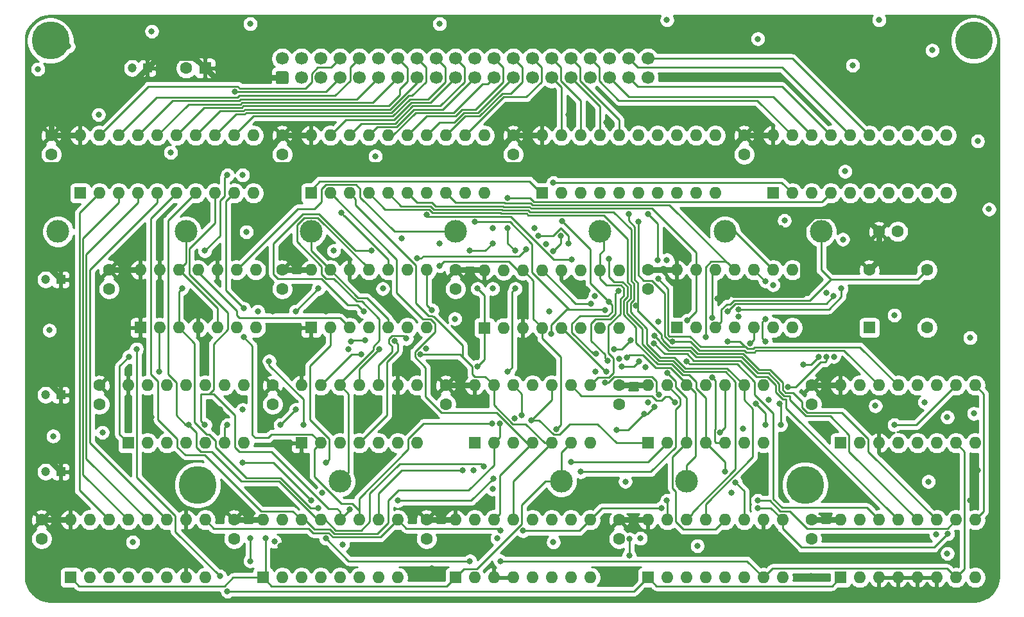
<source format=gbl>
G04 #@! TF.GenerationSoftware,KiCad,Pcbnew,(5.1.10-1-10_14)*
G04 #@! TF.CreationDate,2021-08-04T22:55:01+02:00*
G04 #@! TF.ProjectId,vga_sync,7667615f-7379-46e6-932e-6b696361645f,rev?*
G04 #@! TF.SameCoordinates,Original*
G04 #@! TF.FileFunction,Copper,L4,Bot*
G04 #@! TF.FilePolarity,Positive*
%FSLAX46Y46*%
G04 Gerber Fmt 4.6, Leading zero omitted, Abs format (unit mm)*
G04 Created by KiCad (PCBNEW (5.1.10-1-10_14)) date 2021-08-04 22:55:01*
%MOMM*%
%LPD*%
G01*
G04 APERTURE LIST*
G04 #@! TA.AperFunction,ComponentPad*
%ADD10C,3.000000*%
G04 #@! TD*
G04 #@! TA.AperFunction,ComponentPad*
%ADD11C,5.000000*%
G04 #@! TD*
G04 #@! TA.AperFunction,ComponentPad*
%ADD12O,1.600000X1.600000*%
G04 #@! TD*
G04 #@! TA.AperFunction,ComponentPad*
%ADD13R,1.600000X1.600000*%
G04 #@! TD*
G04 #@! TA.AperFunction,ComponentPad*
%ADD14C,1.700000*%
G04 #@! TD*
G04 #@! TA.AperFunction,ComponentPad*
%ADD15C,1.600000*%
G04 #@! TD*
G04 #@! TA.AperFunction,ComponentPad*
%ADD16C,1.200000*%
G04 #@! TD*
G04 #@! TA.AperFunction,ComponentPad*
%ADD17R,1.200000X1.200000*%
G04 #@! TD*
G04 #@! TA.AperFunction,ViaPad*
%ADD18C,0.800000*%
G04 #@! TD*
G04 #@! TA.AperFunction,Conductor*
%ADD19C,0.750000*%
G04 #@! TD*
G04 #@! TA.AperFunction,Conductor*
%ADD20C,0.250000*%
G04 #@! TD*
G04 #@! TA.AperFunction,Conductor*
%ADD21C,0.254000*%
G04 #@! TD*
G04 #@! TA.AperFunction,Conductor*
%ADD22C,0.100000*%
G04 #@! TD*
G04 APERTURE END LIST*
D10*
X113055400Y-97129600D03*
D11*
X211658200Y-130606800D03*
X131495800Y-130606800D03*
X233908600Y-71907400D03*
X112064800Y-71907400D03*
D12*
X169316400Y-102235000D03*
X187096400Y-109855000D03*
X171856400Y-102235000D03*
X184556400Y-109855000D03*
X174396400Y-102235000D03*
X182016400Y-109855000D03*
X176936400Y-102235000D03*
X179476400Y-109855000D03*
X179476400Y-102235000D03*
X176936400Y-109855000D03*
X182016400Y-102235000D03*
X174396400Y-109855000D03*
X184556400Y-102235000D03*
X171856400Y-109855000D03*
X187096400Y-102235000D03*
D13*
X169316400Y-109855000D03*
D12*
X145186400Y-117449600D03*
X160426400Y-125069600D03*
X147726400Y-117449600D03*
X157886400Y-125069600D03*
X150266400Y-117449600D03*
X155346400Y-125069600D03*
X152806400Y-117449600D03*
X152806400Y-125069600D03*
X155346400Y-117449600D03*
X150266400Y-125069600D03*
X157886400Y-117449600D03*
X147726400Y-125069600D03*
X160426400Y-117449600D03*
D13*
X145186400Y-125069600D03*
D14*
X190906400Y-74269600D03*
X188366400Y-74269600D03*
X185826400Y-74269600D03*
X183286400Y-74269600D03*
X180746400Y-74269600D03*
X178206400Y-74269600D03*
X175666400Y-74269600D03*
X173126400Y-74269600D03*
X170586400Y-74269600D03*
X168046400Y-74269600D03*
X165506400Y-74269600D03*
X162966400Y-74269600D03*
X160426400Y-74269600D03*
X157886400Y-74269600D03*
X155346400Y-74269600D03*
X152806400Y-74269600D03*
X150266400Y-74269600D03*
X147726400Y-74269600D03*
X145186400Y-74269600D03*
X142646400Y-74269600D03*
X190906400Y-76809600D03*
X188366400Y-76809600D03*
X185826400Y-76809600D03*
X183286400Y-76809600D03*
X180746400Y-76809600D03*
X178206400Y-76809600D03*
X175666400Y-76809600D03*
X173126400Y-76809600D03*
X170586400Y-76809600D03*
X168046400Y-76809600D03*
X165506400Y-76809600D03*
X162966400Y-76809600D03*
X160426400Y-76809600D03*
X157886400Y-76809600D03*
X155346400Y-76809600D03*
X152806400Y-76809600D03*
X150266400Y-76809600D03*
X147726400Y-76809600D03*
X145186400Y-76809600D03*
G04 #@! TA.AperFunction,ComponentPad*
G36*
G01*
X143246400Y-77659600D02*
X142046400Y-77659600D01*
G75*
G02*
X141796400Y-77409600I0J250000D01*
G01*
X141796400Y-76209600D01*
G75*
G02*
X142046400Y-75959600I250000J0D01*
G01*
X143246400Y-75959600D01*
G75*
G02*
X143496400Y-76209600I0J-250000D01*
G01*
X143496400Y-77409600D01*
G75*
G02*
X143246400Y-77659600I-250000J0D01*
G01*
G37*
G04 #@! TD.AperFunction*
D12*
X146456400Y-102209600D03*
X161696400Y-109829600D03*
X148996400Y-102209600D03*
X159156400Y-109829600D03*
X151536400Y-102209600D03*
X156616400Y-109829600D03*
X154076400Y-102209600D03*
X154076400Y-109829600D03*
X156616400Y-102209600D03*
X151536400Y-109829600D03*
X159156400Y-102209600D03*
X148996400Y-109829600D03*
X161696400Y-102209600D03*
D13*
X146456400Y-109829600D03*
D12*
X123916400Y-102209600D03*
X139156400Y-109829600D03*
X126456400Y-102209600D03*
X136616400Y-109829600D03*
X128996400Y-102209600D03*
X134076400Y-109829600D03*
X131536400Y-102209600D03*
X131536400Y-109829600D03*
X134076400Y-102209600D03*
X128996400Y-109829600D03*
X136616400Y-102209600D03*
X126456400Y-109829600D03*
X139156400Y-102209600D03*
D13*
X123916400Y-109829600D03*
D12*
X146456400Y-84429600D03*
X169316400Y-92049600D03*
X148996400Y-84429600D03*
X166776400Y-92049600D03*
X151536400Y-84429600D03*
X164236400Y-92049600D03*
X154076400Y-84429600D03*
X161696400Y-92049600D03*
X156616400Y-84429600D03*
X159156400Y-92049600D03*
X159156400Y-84429600D03*
X156616400Y-92049600D03*
X161696400Y-84429600D03*
X154076400Y-92049600D03*
X164236400Y-84429600D03*
X151536400Y-92049600D03*
X166776400Y-84429600D03*
X148996400Y-92049600D03*
X169316400Y-84429600D03*
D13*
X146456400Y-92049600D03*
D15*
X223886400Y-97129600D03*
X221386400Y-97129600D03*
X173126400Y-86929600D03*
X173126400Y-84429600D03*
X227736400Y-109829600D03*
X227736400Y-102209600D03*
X220116400Y-102209600D03*
D13*
X220116400Y-109829600D03*
D12*
X207416400Y-84429600D03*
X230276400Y-92049600D03*
X209956400Y-84429600D03*
X227736400Y-92049600D03*
X212496400Y-84429600D03*
X225196400Y-92049600D03*
X215036400Y-84429600D03*
X222656400Y-92049600D03*
X217576400Y-84429600D03*
X220116400Y-92049600D03*
X220116400Y-84429600D03*
X217576400Y-92049600D03*
X222656400Y-84429600D03*
X215036400Y-92049600D03*
X225196400Y-84429600D03*
X212496400Y-92049600D03*
X227736400Y-84429600D03*
X209956400Y-92049600D03*
X230276400Y-84429600D03*
D13*
X207416400Y-92049600D03*
D12*
X176936400Y-84429600D03*
X199796400Y-92049600D03*
X179476400Y-84429600D03*
X197256400Y-92049600D03*
X182016400Y-84429600D03*
X194716400Y-92049600D03*
X184556400Y-84429600D03*
X192176400Y-92049600D03*
X187096400Y-84429600D03*
X189636400Y-92049600D03*
X189636400Y-84429600D03*
X187096400Y-92049600D03*
X192176400Y-84429600D03*
X184556400Y-92049600D03*
X194716400Y-84429600D03*
X182016400Y-92049600D03*
X197256400Y-84429600D03*
X179476400Y-92049600D03*
X199796400Y-84429600D03*
D13*
X176936400Y-92049600D03*
D12*
X115976400Y-84429600D03*
X138836400Y-92049600D03*
X118516400Y-84429600D03*
X136296400Y-92049600D03*
X121056400Y-84429600D03*
X133756400Y-92049600D03*
X123596400Y-84429600D03*
X131216400Y-92049600D03*
X126136400Y-84429600D03*
X128676400Y-92049600D03*
X128676400Y-84429600D03*
X126136400Y-92049600D03*
X131216400Y-84429600D03*
X123596400Y-92049600D03*
X133756400Y-84429600D03*
X121056400Y-92049600D03*
X136296400Y-84429600D03*
X118516400Y-92049600D03*
X138836400Y-84429600D03*
D13*
X115976400Y-92049600D03*
D12*
X216306400Y-117449600D03*
X234086400Y-125069600D03*
X218846400Y-117449600D03*
X231546400Y-125069600D03*
X221386400Y-117449600D03*
X229006400Y-125069600D03*
X223926400Y-117449600D03*
X226466400Y-125069600D03*
X226466400Y-117449600D03*
X223926400Y-125069600D03*
X229006400Y-117449600D03*
X221386400Y-125069600D03*
X231546400Y-117449600D03*
X218846400Y-125069600D03*
X234086400Y-117449600D03*
D13*
X216306400Y-125069600D03*
D12*
X216316400Y-135229600D03*
X234096400Y-142849600D03*
X218856400Y-135229600D03*
X231556400Y-142849600D03*
X221396400Y-135229600D03*
X229016400Y-142849600D03*
X223936400Y-135229600D03*
X226476400Y-142849600D03*
X226476400Y-135229600D03*
X223936400Y-142849600D03*
X229016400Y-135229600D03*
X221396400Y-142849600D03*
X231556400Y-135229600D03*
X218856400Y-142849600D03*
X234096400Y-135229600D03*
D13*
X216316400Y-142849600D03*
D12*
X190906400Y-135229600D03*
X208686400Y-142849600D03*
X193446400Y-135229600D03*
X206146400Y-142849600D03*
X195986400Y-135229600D03*
X203606400Y-142849600D03*
X198526400Y-135229600D03*
X201066400Y-142849600D03*
X201066400Y-135229600D03*
X198526400Y-142849600D03*
X203606400Y-135229600D03*
X195986400Y-142849600D03*
X206146400Y-135229600D03*
X193446400Y-142849600D03*
X208686400Y-135229600D03*
D13*
X190906400Y-142849600D03*
D12*
X190906400Y-117449600D03*
X206146400Y-125069600D03*
X193446400Y-117449600D03*
X203606400Y-125069600D03*
X195986400Y-117449600D03*
X201066400Y-125069600D03*
X198526400Y-117449600D03*
X198526400Y-125069600D03*
X201066400Y-117449600D03*
X195986400Y-125069600D03*
X203606400Y-117449600D03*
X193446400Y-125069600D03*
X206146400Y-117449600D03*
D13*
X190906400Y-125069600D03*
D12*
X194716400Y-102209600D03*
X209956400Y-109829600D03*
X197256400Y-102209600D03*
X207416400Y-109829600D03*
X199796400Y-102209600D03*
X204876400Y-109829600D03*
X202336400Y-102209600D03*
X202336400Y-109829600D03*
X204876400Y-102209600D03*
X199796400Y-109829600D03*
X207416400Y-102209600D03*
X197256400Y-109829600D03*
X209956400Y-102209600D03*
D13*
X194716400Y-109829600D03*
D12*
X168046400Y-117449600D03*
X183286400Y-125069600D03*
X170586400Y-117449600D03*
X180746400Y-125069600D03*
X173126400Y-117449600D03*
X178206400Y-125069600D03*
X175666400Y-117449600D03*
X175666400Y-125069600D03*
X178206400Y-117449600D03*
X173126400Y-125069600D03*
X180746400Y-117449600D03*
X170586400Y-125069600D03*
X183286400Y-117449600D03*
D13*
X168046400Y-125069600D03*
D12*
X122326400Y-117449600D03*
X137566400Y-125069600D03*
X124866400Y-117449600D03*
X135026400Y-125069600D03*
X127406400Y-117449600D03*
X132486400Y-125069600D03*
X129946400Y-117449600D03*
X129946400Y-125069600D03*
X132486400Y-117449600D03*
X127406400Y-125069600D03*
X135026400Y-117449600D03*
X124866400Y-125069600D03*
X137566400Y-117449600D03*
D13*
X122326400Y-125069600D03*
D12*
X165506400Y-135229600D03*
X183286400Y-142849600D03*
X168046400Y-135229600D03*
X180746400Y-142849600D03*
X170586400Y-135229600D03*
X178206400Y-142849600D03*
X173126400Y-135229600D03*
X175666400Y-142849600D03*
X175666400Y-135229600D03*
X173126400Y-142849600D03*
X178206400Y-135229600D03*
X170586400Y-142849600D03*
X180746400Y-135229600D03*
X168046400Y-142849600D03*
X183286400Y-135229600D03*
D13*
X165506400Y-142849600D03*
D12*
X140106400Y-135229600D03*
X157886400Y-142849600D03*
X142646400Y-135229600D03*
X155346400Y-142849600D03*
X145186400Y-135229600D03*
X152806400Y-142849600D03*
X147726400Y-135229600D03*
X150266400Y-142849600D03*
X150266400Y-135229600D03*
X147726400Y-142849600D03*
X152806400Y-135229600D03*
X145186400Y-142849600D03*
X155346400Y-135229600D03*
X142646400Y-142849600D03*
X157886400Y-135229600D03*
D13*
X140106400Y-142849600D03*
D12*
X114706400Y-135229600D03*
X132486400Y-142849600D03*
X117246400Y-135229600D03*
X129946400Y-142849600D03*
X119786400Y-135229600D03*
X127406400Y-142849600D03*
X122326400Y-135229600D03*
X124866400Y-142849600D03*
X124866400Y-135229600D03*
X122326400Y-142849600D03*
X127406400Y-135229600D03*
X119786400Y-142849600D03*
X129946400Y-135229600D03*
X117246400Y-142849600D03*
X132486400Y-135229600D03*
D13*
X114706400Y-142849600D03*
D10*
X129946400Y-97129600D03*
X165506400Y-97129600D03*
X201066400Y-97129600D03*
X146456400Y-97129600D03*
X184556400Y-97129600D03*
X179476400Y-130149600D03*
X213766400Y-97129600D03*
X195986400Y-130149600D03*
X150266400Y-130149600D03*
D15*
X129986400Y-75539600D03*
D13*
X132486400Y-75539600D03*
D16*
X111436400Y-118719600D03*
D17*
X113436400Y-118719600D03*
D16*
X111436400Y-128879600D03*
D17*
X113436400Y-128879600D03*
D16*
X122866400Y-75539600D03*
D17*
X124866400Y-75539600D03*
D16*
X111436400Y-103479600D03*
D17*
X113436400Y-103479600D03*
D15*
X142646400Y-86929600D03*
X142646400Y-84429600D03*
X112166400Y-86929600D03*
X112166400Y-84429600D03*
X203606400Y-86929600D03*
X203606400Y-84429600D03*
X212496400Y-137729600D03*
X212496400Y-135229600D03*
X141376400Y-119949600D03*
X141376400Y-117449600D03*
X118516400Y-119949600D03*
X118516400Y-117449600D03*
X136296400Y-137729600D03*
X136296400Y-135229600D03*
X187096400Y-137729600D03*
X187096400Y-135229600D03*
X110896400Y-137729600D03*
X110896400Y-135229600D03*
X161696400Y-137729600D03*
X161696400Y-135229600D03*
X142646400Y-104709600D03*
X142646400Y-102209600D03*
X119786400Y-104709600D03*
X119786400Y-102209600D03*
X190906400Y-104709600D03*
X190906400Y-102209600D03*
X212496400Y-119949600D03*
X212496400Y-117449600D03*
X187096400Y-119949600D03*
X187096400Y-117449600D03*
X165506400Y-104709600D03*
X165506400Y-102209600D03*
X164236400Y-119949600D03*
X164236400Y-117449600D03*
D18*
X173329600Y-121818400D03*
X206857600Y-119354600D03*
X190627000Y-115011200D03*
X184023000Y-115646200D03*
X161620200Y-112623600D03*
X177444400Y-98780600D03*
X215442800Y-113665000D03*
X202844400Y-108331000D03*
X193426400Y-100869600D03*
X214426400Y-105269600D03*
X141626400Y-138069600D03*
X171026400Y-137669600D03*
X110426400Y-75669600D03*
X114426400Y-72669600D03*
X138426400Y-69669600D03*
X125426400Y-70669600D03*
X118426400Y-81669600D03*
X137426400Y-89669600D03*
X139426400Y-107669600D03*
X151426400Y-112669600D03*
X137426400Y-120669600D03*
X163426400Y-98669600D03*
X158426400Y-98069600D03*
X170426400Y-96669600D03*
X170426400Y-104669600D03*
X183926400Y-105669600D03*
X177926400Y-107669600D03*
X175926400Y-96669600D03*
X207426400Y-104169600D03*
X216626400Y-98169600D03*
X208926400Y-95669600D03*
X230426400Y-121669600D03*
X227426400Y-119669600D03*
X220926400Y-120169600D03*
X203426400Y-123169600D03*
X190926400Y-119669600D03*
X187926400Y-130169600D03*
X201926400Y-131669600D03*
X228926400Y-137169600D03*
X170426400Y-131169600D03*
X167926400Y-128669600D03*
X147926400Y-131669600D03*
X150626400Y-138469600D03*
X189926400Y-137669600D03*
X217926400Y-75169600D03*
X228426400Y-73169600D03*
X234426400Y-85169600D03*
X216926400Y-89169600D03*
X235926400Y-94169600D03*
X223426400Y-108169600D03*
X233426400Y-111169600D03*
X233926400Y-121169600D03*
X227926400Y-130169600D03*
X230426400Y-139669600D03*
X197426400Y-138669600D03*
X178426400Y-138169600D03*
X122926400Y-138169600D03*
X118926400Y-123669600D03*
X112426400Y-124169600D03*
X111926400Y-110169600D03*
X127926400Y-86669600D03*
X154926400Y-87169600D03*
X163426400Y-69669600D03*
X193426400Y-69169600D03*
X205426400Y-71669600D03*
X221426400Y-69169600D03*
X165426400Y-108669600D03*
X155926400Y-104669600D03*
X149426400Y-99669600D03*
X137926400Y-97169600D03*
X192252600Y-109016800D03*
X187096400Y-113919000D03*
X201078920Y-105769577D03*
X202193385Y-105496081D03*
X200095976Y-105989018D03*
X142426400Y-138669600D03*
X143426400Y-139669600D03*
X153426400Y-139669600D03*
X166426400Y-138669600D03*
X187426400Y-131669600D03*
X181426400Y-133669600D03*
X189426400Y-130669600D03*
X212426400Y-142669600D03*
X187426400Y-143669600D03*
X232426400Y-122669600D03*
X231426400Y-120669600D03*
X234426400Y-128669600D03*
X233426400Y-132669600D03*
X139306400Y-105549600D03*
X141426400Y-107669600D03*
X149011399Y-106084601D03*
X153426400Y-120669600D03*
X149426400Y-119669600D03*
X125426400Y-121669600D03*
X136426400Y-119669600D03*
X132426400Y-94669600D03*
X196426400Y-76669600D03*
X205426400Y-76669600D03*
X183426400Y-81669600D03*
X180426400Y-81669600D03*
X185426400Y-82669600D03*
X221426400Y-137669600D03*
X214426400Y-122669600D03*
X162426400Y-141669600D03*
X178791399Y-88304601D03*
X189791399Y-88304601D03*
X196791399Y-88304601D03*
X208426400Y-96669600D03*
X211331401Y-98764599D03*
X209426400Y-104669600D03*
X136361401Y-88304601D03*
X139426400Y-89669600D03*
X144426400Y-113669600D03*
X216426400Y-99669600D03*
X145791399Y-88304601D03*
X148426400Y-107669600D03*
X134426400Y-120669600D03*
X216541401Y-95054599D03*
X215926400Y-108669600D03*
X140926400Y-84669600D03*
X140666400Y-86409600D03*
X141426400Y-132669600D03*
X211150200Y-126161800D03*
X205917800Y-129921000D03*
X153136600Y-130403600D03*
X205426400Y-133669600D03*
X192721390Y-133669600D03*
X230448345Y-137079413D03*
X171426400Y-136669600D03*
X174426400Y-136669600D03*
X163426400Y-101669600D03*
X150426400Y-94669600D03*
X178860369Y-123250385D03*
X147426400Y-133669600D03*
X148426400Y-137669600D03*
X167426400Y-140669600D03*
X171426400Y-140669600D03*
X136426400Y-78669600D03*
X135426390Y-89669600D03*
X132426400Y-99669600D03*
X129426400Y-104669600D03*
X138426400Y-140669600D03*
X138426400Y-137669600D03*
X188495746Y-137772806D03*
X188439060Y-139944590D03*
X188632942Y-111515814D03*
X186426400Y-112669600D03*
X186757265Y-123338735D03*
X191744600Y-120269000D03*
X190398400Y-121208800D03*
X183413740Y-106656940D03*
X188112268Y-113820918D03*
X148426400Y-127669600D03*
X140426400Y-137669600D03*
X135426400Y-144669600D03*
X134426400Y-142669600D03*
X123426400Y-112669600D03*
X166426400Y-128669600D03*
X137426400Y-127669600D03*
X146439060Y-132656940D03*
X175513564Y-122037045D03*
X171366764Y-122507894D03*
X180746400Y-127609600D03*
X130346391Y-122669600D03*
X169294489Y-128199419D03*
X157886400Y-132689600D03*
X182016400Y-128879600D03*
X151536400Y-133809278D03*
X132452055Y-122669936D03*
X170538180Y-129744641D03*
X137566400Y-111099600D03*
X137566400Y-107289600D03*
X174250749Y-121437400D03*
X170366843Y-122494409D03*
X153095535Y-113338735D03*
X160882793Y-113369421D03*
X189636400Y-95859600D03*
X187426400Y-114944590D03*
X194151251Y-111684823D03*
X189763400Y-114274596D03*
X135426400Y-122669600D03*
X142426400Y-122669600D03*
X144426400Y-120669600D03*
X204426400Y-111896607D03*
X192381872Y-118714128D03*
X185282667Y-117119612D03*
X187013508Y-104944590D03*
X185619245Y-114219589D03*
X188394862Y-94799633D03*
X189336806Y-106915645D03*
X179601421Y-95776940D03*
X185754096Y-106394610D03*
X184095338Y-113313218D03*
X191760640Y-110901481D03*
X168046400Y-95859600D03*
X151762817Y-111640167D03*
X153603131Y-111467550D03*
X185281410Y-107529578D03*
X178180998Y-110667800D03*
X191727498Y-111900944D03*
X122426400Y-113669600D03*
X147426400Y-104669600D03*
X144426410Y-107669600D03*
X194460862Y-119667389D03*
X198526400Y-111099600D03*
X195994199Y-114262719D03*
X206426400Y-122669600D03*
X206426400Y-111669600D03*
X206426400Y-108669600D03*
X206426400Y-103669600D03*
X205189940Y-119906060D03*
X200426400Y-123669600D03*
X155426416Y-112669600D03*
X201066400Y-128879600D03*
X202433766Y-130246966D03*
X180821561Y-100864439D03*
X185749260Y-100712138D03*
X161696400Y-94939600D03*
X154426400Y-99669600D03*
X153426400Y-107669600D03*
X157470929Y-111615805D03*
X162427261Y-107529591D03*
X159042564Y-111271005D03*
X172426400Y-115669600D03*
X173426400Y-104669600D03*
X173426400Y-99669600D03*
X172426400Y-96669600D03*
X172426400Y-92669600D03*
X145426400Y-122669600D03*
X126426400Y-115669600D03*
X140929647Y-114249556D03*
X192176400Y-100939600D03*
X201426400Y-111669600D03*
X199438674Y-116387004D03*
X190906400Y-94799633D03*
X192271561Y-103384439D03*
X193459132Y-115834900D03*
X196129399Y-108846893D03*
X214426400Y-113669600D03*
X209413740Y-117656940D03*
X160426400Y-100669600D03*
X178426400Y-90669600D03*
X178381870Y-99723396D03*
X179426400Y-97694920D03*
X174876412Y-99450150D03*
X216426400Y-104669600D03*
X202876403Y-107394610D03*
X185426400Y-115669600D03*
X201426400Y-107669600D03*
X215426400Y-105669600D03*
X193426400Y-132669600D03*
X205426400Y-132669600D03*
X223426400Y-122669600D03*
X180426400Y-98669600D03*
X176426400Y-97669600D03*
X170426400Y-98669600D03*
X168426400Y-104669600D03*
X167426400Y-99669600D03*
X168426400Y-114944590D03*
X199370966Y-108495804D03*
X208426400Y-122669600D03*
X208272605Y-119876135D03*
X211426400Y-114669600D03*
X213426400Y-113669600D03*
D19*
X133756400Y-76809600D02*
X132486400Y-75539600D01*
X142646400Y-76809600D02*
X133756400Y-76809600D01*
X126241401Y-74164599D02*
X124866400Y-75539600D01*
X131111399Y-74164599D02*
X126241401Y-74164599D01*
X132486400Y-75539600D02*
X131111399Y-74164599D01*
X112166400Y-80619600D02*
X112166400Y-84429600D01*
X112166400Y-84429600D02*
X115976400Y-84429600D01*
X124866400Y-75539600D02*
X122326400Y-78079600D01*
X122326400Y-78079600D02*
X114706400Y-78079600D01*
X114706400Y-78079600D02*
X112166400Y-80619600D01*
X112166400Y-80619600D02*
X109626400Y-83159600D01*
X109626400Y-83159600D02*
X109626400Y-88239600D01*
X109626400Y-88239600D02*
X109691401Y-88304601D01*
X199731399Y-88304601D02*
X203606400Y-84429600D01*
X203606400Y-84429600D02*
X207416400Y-84429600D01*
X169381401Y-88174599D02*
X169381401Y-88304601D01*
X169381401Y-88304601D02*
X178791399Y-88304601D01*
X173126400Y-84429600D02*
X169381401Y-88174599D01*
X173126400Y-84429600D02*
X176936400Y-84429600D01*
X142646400Y-84429600D02*
X140666400Y-86409600D01*
X138771399Y-88304601D02*
X136361401Y-88304601D01*
X136361401Y-88304601D02*
X145791399Y-88304601D01*
X109691401Y-88304601D02*
X136361401Y-88304601D01*
X142646400Y-84429600D02*
X146456400Y-84429600D01*
X221386400Y-100939600D02*
X220116400Y-102209600D01*
X221386400Y-97129600D02*
X221386400Y-100939600D01*
X212496400Y-117449600D02*
X216306400Y-117449600D01*
X212496400Y-135229600D02*
X216316400Y-135229600D01*
X161696400Y-135229600D02*
X165506400Y-135229600D01*
X110896400Y-135229600D02*
X114706400Y-135229600D01*
X164236400Y-117449600D02*
X168046400Y-117449600D01*
X187096400Y-117449600D02*
X190906400Y-117449600D01*
X165506400Y-102209600D02*
X169316400Y-102209600D01*
X142646400Y-102209600D02*
X146456400Y-102209600D01*
X119786400Y-102209600D02*
X123916400Y-102209600D01*
X109691401Y-99734601D02*
X113436400Y-103479600D01*
X109691401Y-88304601D02*
X109691401Y-99734601D01*
X109691401Y-114974601D02*
X113436400Y-118719600D01*
X109691401Y-99734601D02*
X109691401Y-114974601D01*
X109691401Y-125134601D02*
X113436400Y-128879600D01*
X109691401Y-114974601D02*
X109691401Y-125134601D01*
X187096400Y-135229600D02*
X190906400Y-135229600D01*
X136296400Y-135229600D02*
X140106400Y-135229600D01*
X219311399Y-95054599D02*
X216541401Y-95054599D01*
X202216882Y-105519578D02*
X202193385Y-105496081D01*
X212770399Y-95054599D02*
X211331401Y-96493597D01*
X211331401Y-96493597D02*
X211331401Y-98764599D01*
X221386400Y-97129600D02*
X219311399Y-95054599D01*
X211331401Y-105519578D02*
X202216882Y-105519578D01*
X190906400Y-102209600D02*
X194716400Y-102209600D01*
X178791399Y-88304601D02*
X189791399Y-88304601D01*
X189791399Y-88304601D02*
X196791399Y-88304601D01*
X196791399Y-88304601D02*
X199731399Y-88304601D01*
X211331401Y-98764599D02*
X211331401Y-105519578D01*
X145791399Y-88304601D02*
X169381401Y-88304601D01*
X216541401Y-95054599D02*
X212770399Y-95054599D01*
X140666400Y-86409600D02*
X138771399Y-88304601D01*
D20*
X220116400Y-84429600D02*
X209956400Y-74269600D01*
X209956400Y-74269600D02*
X190906400Y-74269600D01*
X217576400Y-84429600D02*
X208591401Y-75444601D01*
X208591401Y-75444601D02*
X189541401Y-75444601D01*
X189541401Y-75444601D02*
X188366400Y-74269600D01*
X184461401Y-75444601D02*
X183286400Y-74269600D01*
X187077409Y-79799611D02*
X184461401Y-77183603D01*
X209956400Y-84429600D02*
X205326411Y-79799611D01*
X205326411Y-79799611D02*
X187077409Y-79799611D01*
X184461401Y-77183603D02*
X184461401Y-75444601D01*
X181921401Y-77183603D02*
X181921401Y-75444601D01*
X181921401Y-75444601D02*
X180746400Y-74269600D01*
X187096400Y-82358602D02*
X181921401Y-77183603D01*
X187096400Y-84429600D02*
X187096400Y-82358602D01*
X179381401Y-77183603D02*
X179381401Y-75444601D01*
X182016400Y-79818602D02*
X179381401Y-77183603D01*
X179381401Y-75444601D02*
X178206400Y-74269600D01*
X182016400Y-84429600D02*
X182016400Y-79818602D01*
X166776400Y-84429600D02*
X171856400Y-79349600D01*
X176841401Y-75444601D02*
X175666400Y-74269600D01*
X176841401Y-77373601D02*
X176841401Y-75444601D01*
X174865402Y-79349600D02*
X176841401Y-77373601D01*
X171856400Y-79349600D02*
X174865402Y-79349600D01*
X164236400Y-84429600D02*
X166776400Y-81889600D01*
X172775413Y-78899589D02*
X174301401Y-77373601D01*
X166776400Y-81889600D02*
X168679990Y-81889600D01*
X174301401Y-77373601D02*
X174301401Y-75444601D01*
X168679990Y-81889600D02*
X171670000Y-78899589D01*
X171670000Y-78899589D02*
X172775413Y-78899589D01*
X174301401Y-75444601D02*
X173126400Y-74269600D01*
X159156400Y-84429600D02*
X161696400Y-81889600D01*
X165503580Y-81889600D02*
X166403599Y-80989580D01*
X171761401Y-77373601D02*
X171761401Y-75444601D01*
X166403599Y-80989580D02*
X168145422Y-80989580D01*
X161696400Y-81889600D02*
X165503580Y-81889600D01*
X171761401Y-75444601D02*
X170586400Y-74269600D01*
X168145422Y-80989580D02*
X171761401Y-77373601D01*
X166681401Y-75444601D02*
X165506400Y-74269600D01*
X163515435Y-80539567D02*
X166681401Y-77373601D01*
X151536400Y-84429600D02*
X153111412Y-82854588D01*
X159872843Y-80539567D02*
X163515435Y-80539567D01*
X166681401Y-77373601D02*
X166681401Y-75444601D01*
X157557822Y-82854588D02*
X159872843Y-80539567D01*
X153111412Y-82854588D02*
X157557822Y-82854588D01*
X138836400Y-81889600D02*
X157249989Y-81889600D01*
X159500044Y-79639545D02*
X161875457Y-79639545D01*
X136296400Y-84429600D02*
X138836400Y-81889600D01*
X161875457Y-79639545D02*
X164141401Y-77373601D01*
X164141401Y-77373601D02*
X164141401Y-75444601D01*
X164141401Y-75444601D02*
X162966400Y-74269600D01*
X157249989Y-81889600D02*
X159500044Y-79639545D01*
X161601401Y-75444601D02*
X160426400Y-74269600D01*
X137706402Y-81644657D02*
X137911470Y-81439589D01*
X161601401Y-77373601D02*
X161601401Y-75444601D01*
X159313644Y-79189534D02*
X159785467Y-79189534D01*
X136541343Y-81644657D02*
X137706402Y-81644657D01*
X137911470Y-81439589D02*
X157063589Y-81439589D01*
X157063589Y-81439589D02*
X159313644Y-79189534D01*
X133756400Y-84429600D02*
X136541343Y-81644657D01*
X159785467Y-79189534D02*
X161601401Y-77373601D01*
X158145489Y-78289512D02*
X159156400Y-77278602D01*
X159156400Y-75539600D02*
X157886400Y-74269600D01*
X158145489Y-79084867D02*
X158145489Y-78289512D01*
X159156400Y-77278602D02*
X159156400Y-75539600D01*
X156690789Y-80539567D02*
X158145489Y-79084867D01*
X137333602Y-80744635D02*
X137538670Y-80539567D01*
X128676400Y-84429600D02*
X132361365Y-80744635D01*
X132361365Y-80744635D02*
X137333602Y-80744635D01*
X137538670Y-80539567D02*
X156690789Y-80539567D01*
X151631399Y-75444601D02*
X152806400Y-74269600D01*
X136774402Y-79394602D02*
X136979468Y-79189536D01*
X121056400Y-84429600D02*
X126091398Y-79394602D01*
X151631399Y-77183603D02*
X151631399Y-75444601D01*
X149625466Y-79189536D02*
X151631399Y-77183603D01*
X136979468Y-79189536D02*
X149625466Y-79189536D01*
X126091398Y-79394602D02*
X136774402Y-79394602D01*
X146551399Y-76245599D02*
X147352397Y-75444601D01*
X149091399Y-75444601D02*
X150266400Y-74269600D01*
X125001402Y-77944598D02*
X136774402Y-77944598D01*
X145705411Y-78219589D02*
X146551399Y-77373601D01*
X118516400Y-84429600D02*
X125001402Y-77944598D01*
X137049393Y-78219589D02*
X145705411Y-78219589D01*
X146551399Y-77373601D02*
X146551399Y-76245599D01*
X147352397Y-75444601D02*
X149091399Y-75444601D01*
X136774402Y-77944598D02*
X137049393Y-78219589D01*
X235211401Y-118574601D02*
X234086400Y-117449600D01*
X235211401Y-134114599D02*
X235211401Y-118574601D01*
X234096400Y-135229600D02*
X235211401Y-134114599D01*
X207126400Y-133669600D02*
X208686400Y-135229600D01*
X205426400Y-133669600D02*
X207126400Y-133669600D01*
X184846400Y-133669600D02*
X192721390Y-133669600D01*
X183286400Y-135229600D02*
X184846400Y-133669600D01*
X228673157Y-138854601D02*
X230448345Y-137079413D01*
X208686400Y-135229600D02*
X208686400Y-136360970D01*
X211180031Y-138854601D02*
X228673157Y-138854601D01*
X208686400Y-136360970D02*
X211180031Y-138854601D01*
X159011401Y-136354601D02*
X171111401Y-136354601D01*
X171111401Y-136354601D02*
X171426400Y-136669600D01*
X157886400Y-135229600D02*
X159011401Y-136354601D01*
X181846400Y-136669600D02*
X183286400Y-135229600D01*
X174426400Y-136669600D02*
X181846400Y-136669600D01*
X132486400Y-135229600D02*
X133611401Y-136354601D01*
X155611767Y-137504233D02*
X157886400Y-135229600D01*
X146111401Y-136354601D02*
X146701399Y-136944599D01*
X146701399Y-136944599D02*
X148774401Y-136944599D01*
X133611401Y-136354601D02*
X146111401Y-136354601D01*
X149334035Y-137504233D02*
X155611767Y-137504233D01*
X148774401Y-136944599D02*
X149334035Y-137504233D01*
X175811399Y-103624599D02*
X174396400Y-102209600D01*
X175811399Y-108704599D02*
X175811399Y-103624599D01*
X176936400Y-109829600D02*
X175811399Y-108704599D01*
X156616400Y-102209600D02*
X156616400Y-100786598D01*
X156616400Y-100786598D02*
X150899401Y-95069599D01*
X150899401Y-95069599D02*
X150826399Y-95069599D01*
X150826399Y-95069599D02*
X150426400Y-94669600D01*
X176936400Y-109829600D02*
X176936400Y-111252588D01*
X179401242Y-122709512D02*
X178860369Y-123250385D01*
X176936400Y-111252588D02*
X179401242Y-113717430D01*
X179401242Y-113717430D02*
X179401242Y-122709512D01*
X173669203Y-102209600D02*
X172544202Y-101084599D01*
X164011401Y-101084599D02*
X163426400Y-101669600D01*
X172544202Y-101084599D02*
X164011401Y-101084599D01*
X174396400Y-102209600D02*
X173669203Y-102209600D01*
X189541401Y-77984601D02*
X188366400Y-76809600D01*
X208591401Y-77984601D02*
X189541401Y-77984601D01*
X215036400Y-84429600D02*
X208591401Y-77984601D01*
X188366400Y-79349600D02*
X185826400Y-76809600D01*
X207416400Y-79349600D02*
X188366400Y-79349600D01*
X212496400Y-84429600D02*
X207416400Y-79349600D01*
X184556400Y-80619600D02*
X180746400Y-76809600D01*
X184556400Y-84429600D02*
X184556400Y-80619600D01*
X179476400Y-78079600D02*
X178206400Y-76809600D01*
X179476400Y-84429600D02*
X179476400Y-78079600D01*
X172276401Y-77659599D02*
X173126400Y-76809600D01*
X172273579Y-77659599D02*
X172276401Y-77659599D01*
X163416409Y-82709591D02*
X165319999Y-82709591D01*
X165319999Y-82709591D02*
X166590000Y-81439589D01*
X161696400Y-84429600D02*
X163416409Y-82709591D01*
X168493590Y-81439589D02*
X172273579Y-77659599D01*
X166590000Y-81439589D02*
X168493590Y-81439589D01*
X157255632Y-84429600D02*
X160245643Y-81439589D01*
X156616400Y-84429600D02*
X157255632Y-84429600D01*
X165317179Y-81439589D02*
X169097169Y-77659599D01*
X169736401Y-77659599D02*
X170586400Y-76809600D01*
X160245643Y-81439589D02*
X165317179Y-81439589D01*
X169097169Y-77659599D02*
X169736401Y-77659599D01*
X163866422Y-80989578D02*
X168046400Y-76809600D01*
X160059243Y-80989578D02*
X163866422Y-80989578D01*
X157744222Y-83304599D02*
X160059243Y-80989578D01*
X154076400Y-84429600D02*
X155201401Y-83304599D01*
X155201401Y-83304599D02*
X157744222Y-83304599D01*
X148996400Y-84429600D02*
X151021423Y-82404577D01*
X151021423Y-82404577D02*
X157371423Y-82404577D01*
X157371423Y-82404577D02*
X159686444Y-80089556D01*
X159686444Y-80089556D02*
X162226444Y-80089556D01*
X162226444Y-80089556D02*
X165506400Y-76809600D01*
X131216400Y-84429600D02*
X134451354Y-81194646D01*
X160426400Y-77440367D02*
X160426400Y-76809600D01*
X156877189Y-80989578D02*
X160426400Y-77440367D01*
X137725070Y-80989578D02*
X156877189Y-80989578D01*
X134451354Y-81194646D02*
X137520002Y-81194646D01*
X137520002Y-81194646D02*
X137725070Y-80989578D01*
X154606444Y-80089556D02*
X157886400Y-76809600D01*
X137352270Y-80089556D02*
X154606444Y-80089556D01*
X130271376Y-80294624D02*
X137147202Y-80294624D01*
X126136400Y-84429600D02*
X130271376Y-80294624D01*
X137147202Y-80294624D02*
X137352270Y-80089556D01*
X123596400Y-84429600D02*
X128181387Y-79844613D01*
X128181387Y-79844613D02*
X136960802Y-79844613D01*
X136960802Y-79844613D02*
X137165870Y-79639545D01*
X137165870Y-79639545D02*
X152516455Y-79639545D01*
X152516455Y-79639545D02*
X155346400Y-76809600D01*
X232681401Y-126204601D02*
X231546400Y-125069600D01*
X232681401Y-141724599D02*
X232681401Y-126204601D01*
X231556400Y-142849600D02*
X232681401Y-141724599D01*
X206146400Y-142849600D02*
X207326400Y-141669600D01*
X230376400Y-141669600D02*
X231556400Y-142849600D01*
X207326400Y-141669600D02*
X230376400Y-141669600D01*
X131071401Y-111904601D02*
X131071401Y-122314601D01*
X128996400Y-109829600D02*
X131071401Y-111904601D01*
X133901399Y-125609601D02*
X137961398Y-129669600D01*
X133901399Y-124819597D02*
X133901399Y-125609601D01*
X133026401Y-123944599D02*
X133901399Y-124819597D01*
X131071401Y-122314601D02*
X132701399Y-123944599D01*
X132701399Y-123944599D02*
X133026401Y-123944599D01*
X137961398Y-129669600D02*
X142426400Y-129669600D01*
X142426400Y-129669600D02*
X146426400Y-133669600D01*
X146426400Y-133669600D02*
X147426400Y-133669600D01*
X151426400Y-140669600D02*
X167426400Y-140669600D01*
X148426400Y-137669600D02*
X151426400Y-140669600D01*
X203966400Y-140669600D02*
X206146400Y-142849600D01*
X171426400Y-140669600D02*
X203966400Y-140669600D01*
X150266400Y-76809600D02*
X148406400Y-78669600D01*
X148406400Y-78669600D02*
X136426400Y-78669600D01*
X132426400Y-99669600D02*
X134426400Y-97669600D01*
X134426400Y-97669600D02*
X134426400Y-93044602D01*
X134426400Y-93044602D02*
X135026391Y-92444611D01*
X135026391Y-90069599D02*
X135426390Y-89669600D01*
X135026391Y-92444611D02*
X135026391Y-90069599D01*
X128996400Y-105099600D02*
X129426400Y-104669600D01*
X128996400Y-109829600D02*
X128996400Y-105099600D01*
X150266400Y-108559600D02*
X151536400Y-109829600D01*
X131536400Y-102209600D02*
X131536400Y-102529600D01*
X136644402Y-107637602D02*
X136644402Y-108174104D01*
X137029898Y-108559600D02*
X150266400Y-108559600D01*
X136644402Y-108174104D02*
X137029898Y-108559600D01*
X131536400Y-102529600D02*
X136644402Y-107637602D01*
X138426400Y-140669600D02*
X138426400Y-137669600D01*
X188495746Y-137772806D02*
X188495746Y-139887904D01*
X188495746Y-139887904D02*
X188439060Y-139944590D01*
X187479156Y-112669600D02*
X188632942Y-111515814D01*
X186426400Y-112669600D02*
X187479156Y-112669600D01*
X191744600Y-120269000D02*
X190804800Y-121208800D01*
X190804800Y-121208800D02*
X190398400Y-121208800D01*
X188268465Y-123338735D02*
X190398400Y-121208800D01*
X186757265Y-123338735D02*
X188268465Y-123338735D01*
X176806400Y-92049600D02*
X176936400Y-92049600D01*
X175231389Y-90474589D02*
X176806400Y-92049600D01*
X146456400Y-91639600D02*
X147621411Y-90474589D01*
X147621411Y-90474589D02*
X175231389Y-90474589D01*
X146456400Y-92049600D02*
X146456400Y-91639600D01*
X151391401Y-118574601D02*
X150266400Y-117449600D01*
X151391401Y-129024599D02*
X151391401Y-118574601D01*
X150266400Y-130149600D02*
X151391401Y-129024599D01*
X154076400Y-102048598D02*
X154076400Y-102209600D01*
X145580399Y-95304599D02*
X147332401Y-95304599D01*
X144631399Y-98481009D02*
X144631399Y-96253599D01*
X150266400Y-117449600D02*
X150266400Y-117193190D01*
X154701382Y-112321614D02*
X155491399Y-111531597D01*
X149484991Y-103334601D02*
X148456399Y-103334601D01*
X152505685Y-106355295D02*
X149484991Y-103334601D01*
X153185097Y-106355295D02*
X152505685Y-106355295D01*
X147871399Y-101721009D02*
X144631399Y-98481009D01*
X148456399Y-103334601D02*
X147871399Y-102749601D01*
X144631399Y-96253599D02*
X145580399Y-95304599D01*
X147871399Y-102749601D02*
X147871399Y-101721009D01*
X155491399Y-111531597D02*
X155491399Y-108661597D01*
X154701382Y-112758208D02*
X154701382Y-112321614D01*
X147332401Y-95304599D02*
X154076400Y-102048598D01*
X155491399Y-108661597D02*
X153185097Y-106355295D01*
X150266400Y-117193190D02*
X154701382Y-112758208D01*
X176936400Y-102209600D02*
X181383740Y-106656940D01*
X181383740Y-106656940D02*
X183413740Y-106656940D01*
X195986400Y-130149600D02*
X195986400Y-128028280D01*
X195986400Y-128028280D02*
X197186373Y-126828307D01*
X196217405Y-117449600D02*
X195986400Y-117449600D01*
X197186373Y-118418568D02*
X196217405Y-117449600D01*
X197186373Y-126828307D02*
X197186373Y-118418568D01*
X188512267Y-113420919D02*
X188112268Y-113820918D01*
X195986400Y-117449600D02*
X195986400Y-117237155D01*
X191976492Y-115109890D02*
X190287521Y-113420919D01*
X190287521Y-113420919D02*
X188512267Y-113420919D01*
X195986400Y-117237155D02*
X193859135Y-115109890D01*
X193859135Y-115109890D02*
X191976492Y-115109890D01*
X213766400Y-97129600D02*
X213766400Y-102209600D01*
X213766400Y-102209600D02*
X215036400Y-103479600D01*
X227736400Y-102209600D02*
X226466400Y-103479600D01*
X226466400Y-103479600D02*
X215036400Y-103479600D01*
X212296411Y-106219589D02*
X202240000Y-106219589D01*
X202240000Y-106219589D02*
X201739979Y-106719611D01*
X201739979Y-106719611D02*
X201303387Y-106719611D01*
X215036400Y-103479600D02*
X212296411Y-106219589D01*
X201303387Y-106719611D02*
X200596399Y-107426599D01*
X200596399Y-107426599D02*
X200596399Y-109029601D01*
X200596399Y-109029601D02*
X199796400Y-109829600D01*
X179476400Y-126339600D02*
X180746400Y-125069600D01*
X179476400Y-130149600D02*
X179476400Y-126339600D01*
X166631401Y-141724599D02*
X165506400Y-142849600D01*
X168296403Y-141724599D02*
X166631401Y-141724599D01*
X174251401Y-135769601D02*
X168296403Y-141724599D01*
X174251401Y-133253279D02*
X174251401Y-135769601D01*
X177355080Y-130149600D02*
X174251401Y-133253279D01*
X179476400Y-130149600D02*
X177355080Y-130149600D01*
X141231401Y-143974601D02*
X140106400Y-142849600D01*
X164381399Y-143974601D02*
X141231401Y-143974601D01*
X165506400Y-142849600D02*
X164381399Y-143974601D01*
X140426400Y-142529600D02*
X140106400Y-142849600D01*
X140426400Y-137669600D02*
X140426400Y-142529600D01*
X136173396Y-142849600D02*
X135048395Y-143974601D01*
X135048395Y-143974601D02*
X115831401Y-143974601D01*
X140106400Y-142849600D02*
X136173396Y-142849600D01*
X115831401Y-143974601D02*
X114706400Y-142849600D01*
X148851401Y-127244599D02*
X148426400Y-127669600D01*
X148996400Y-112172604D02*
X146311401Y-114857603D01*
X146311401Y-114857603D02*
X146311401Y-121989599D01*
X148851401Y-124529599D02*
X148851401Y-127244599D01*
X146311401Y-121989599D02*
X148851401Y-124529599D01*
X148996400Y-109829600D02*
X148996400Y-112172604D01*
X185104757Y-99570160D02*
X184556400Y-100118517D01*
X184556400Y-100118517D02*
X184556400Y-102209600D01*
X184556400Y-97129600D02*
X185104757Y-97677957D01*
X185104757Y-97677957D02*
X185104757Y-99570160D01*
X187738510Y-105579390D02*
X187255729Y-106062169D01*
X185701398Y-113228738D02*
X186344247Y-113871587D01*
X184556400Y-103340970D02*
X185435018Y-104219588D01*
X185435018Y-104219588D02*
X187361510Y-104219588D01*
X187255729Y-108005269D02*
X185701398Y-109559600D01*
X187738510Y-104596588D02*
X187738510Y-105579390D01*
X187255729Y-106062169D02*
X187255729Y-108005269D01*
X185701398Y-109559600D02*
X185701398Y-113228738D01*
X186344247Y-115824757D02*
X185774402Y-116394602D01*
X185774402Y-116394602D02*
X184341398Y-116394602D01*
X187361510Y-104219588D02*
X187738510Y-104596588D01*
X184556400Y-102209600D02*
X184556400Y-103340970D01*
X186344247Y-113871587D02*
X186344247Y-115824757D01*
X184341398Y-116394602D02*
X183286400Y-117449600D01*
X146456400Y-99669600D02*
X148996400Y-102209600D01*
X146456400Y-97129600D02*
X146456400Y-99669600D01*
X153823454Y-105905284D02*
X156616400Y-108698230D01*
X152692084Y-105905284D02*
X153823454Y-105905284D01*
X148996400Y-102209600D02*
X152692084Y-105905284D01*
X156616400Y-108698230D02*
X156616400Y-109829600D01*
X144686411Y-94139589D02*
X136616400Y-102209600D01*
X157491398Y-97129600D02*
X152951399Y-92589601D01*
X152951399Y-92589601D02*
X152951399Y-91509599D01*
X165506400Y-97129600D02*
X157491398Y-97129600D01*
X152951399Y-91509599D02*
X152366399Y-90924599D01*
X152366399Y-90924599D02*
X148456399Y-90924599D01*
X147871399Y-91509599D02*
X147871399Y-93200987D01*
X146932797Y-94139589D02*
X144686411Y-94139589D01*
X148456399Y-90924599D02*
X147871399Y-91509599D01*
X147871399Y-93200987D02*
X146932797Y-94139589D01*
X129946400Y-101259600D02*
X128996400Y-102209600D01*
X129946400Y-97129600D02*
X129946400Y-101259600D01*
X215191399Y-143974601D02*
X216316400Y-142849600D01*
X192031401Y-143974601D02*
X215191399Y-143974601D01*
X190906400Y-142849600D02*
X192031401Y-143974601D01*
X128996400Y-102209600D02*
X134076400Y-107289600D01*
X134076400Y-107289600D02*
X134076400Y-109829600D01*
X190906400Y-142849600D02*
X189086400Y-144669600D01*
X189086400Y-144669600D02*
X135426400Y-144669600D01*
X123426400Y-116884598D02*
X123426400Y-112669600D01*
X123451401Y-129609599D02*
X123451401Y-116909599D01*
X128531401Y-134689599D02*
X123451401Y-129609599D01*
X128531401Y-136774601D02*
X128531401Y-134689599D01*
X123451401Y-116909599D02*
X123426400Y-116884598D01*
X134426400Y-142669600D02*
X128531401Y-136774601D01*
X155346400Y-135229600D02*
X155346400Y-131749600D01*
X158426400Y-128669600D02*
X166426400Y-128669600D01*
X155346400Y-131749600D02*
X158426400Y-128669600D01*
X137426400Y-127669600D02*
X141451720Y-127669600D01*
X141451720Y-127669600D02*
X146439060Y-132656940D01*
X118516400Y-92049600D02*
X115896367Y-94669633D01*
X115896367Y-131339567D02*
X119786400Y-135229600D01*
X115896367Y-94669633D02*
X115896367Y-131339567D01*
X121056400Y-93319600D02*
X116346378Y-98029622D01*
X116346378Y-129249578D02*
X122326400Y-135229600D01*
X116346378Y-98029622D02*
X116346378Y-129249578D01*
X121056400Y-93319600D02*
X121056400Y-92049600D01*
X116796389Y-100119611D02*
X116796389Y-127159589D01*
X123596400Y-93319600D02*
X116796389Y-100119611D01*
X116796389Y-127159589D02*
X124866400Y-135229600D01*
X123596400Y-93319600D02*
X123596400Y-92049600D01*
X126136400Y-93319600D02*
X117246400Y-102209600D01*
X117246400Y-125069600D02*
X127406400Y-135229600D01*
X117246400Y-102209600D02*
X117246400Y-125069600D01*
X126136400Y-93319600D02*
X126136400Y-92049600D01*
X132396410Y-126644612D02*
X139856397Y-134104599D01*
X128676400Y-92049600D02*
X125331399Y-95394601D01*
X139856397Y-134104599D02*
X144061399Y-134104599D01*
X125331399Y-95394601D02*
X125331399Y-115959599D01*
X144061399Y-134104599D02*
X145186400Y-135229600D01*
X125331399Y-115959599D02*
X126281399Y-116909599D01*
X129856410Y-126644612D02*
X132396410Y-126644612D01*
X126281399Y-121989599D02*
X128821399Y-124529599D01*
X126281399Y-116909599D02*
X126281399Y-121989599D01*
X128821399Y-124529599D02*
X128821399Y-125609601D01*
X128821399Y-125609601D02*
X129856410Y-126644612D01*
X178206400Y-119344209D02*
X175513564Y-122037045D01*
X178206400Y-117449600D02*
X178206400Y-119344209D01*
X190906400Y-125069600D02*
X186753396Y-125069600D01*
X184253418Y-122569622D02*
X180614136Y-122569622D01*
X186753396Y-125069600D02*
X184253418Y-122569622D01*
X178512367Y-123975387D02*
X176574025Y-122037045D01*
X176574025Y-122037045D02*
X175513564Y-122037045D01*
X180614136Y-122569622D02*
X179208371Y-123975387D01*
X179208371Y-123975387D02*
X178512367Y-123975387D01*
X167245809Y-131321102D02*
X170586400Y-127980511D01*
X156616400Y-135624602D02*
X156616400Y-132689600D01*
X149520434Y-137054222D02*
X155186780Y-137054222D01*
X145622810Y-135229600D02*
X146887798Y-136494588D01*
X170586400Y-127980511D02*
X170586400Y-125069600D01*
X155186780Y-137054222D02*
X156616400Y-135624602D01*
X148960801Y-136494588D02*
X149520434Y-137054222D01*
X146887798Y-136494588D02*
X148960801Y-136494588D01*
X145186400Y-135229600D02*
X145622810Y-135229600D01*
X156616400Y-132689600D02*
X157984898Y-131321102D01*
X157984898Y-131321102D02*
X167245809Y-131321102D01*
X170586400Y-125069600D02*
X171366764Y-124289236D01*
X171366764Y-124289236D02*
X171366764Y-122507894D01*
X190906400Y-127609600D02*
X193446400Y-125069600D01*
X180746400Y-127609600D02*
X190906400Y-127609600D01*
X128676400Y-118719600D02*
X128676400Y-121419600D01*
X127581401Y-115959599D02*
X128676400Y-117054598D01*
X131216400Y-92049600D02*
X127581401Y-95684599D01*
X127581401Y-95684599D02*
X127581401Y-115959599D01*
X128676400Y-117054598D02*
X128676400Y-121419600D01*
X128676400Y-121419600D02*
X129926400Y-122669600D01*
X129926400Y-122669600D02*
X130346391Y-122669600D01*
X147726400Y-135229600D02*
X147349990Y-135229600D01*
X147349990Y-135229600D02*
X142240001Y-130119611D01*
X137240001Y-130119611D02*
X133314991Y-126194601D01*
X133314991Y-126194601D02*
X131946399Y-126194601D01*
X131361399Y-123684608D02*
X130346391Y-122669600D01*
X131946399Y-126194601D02*
X131361399Y-125609601D01*
X142240001Y-130119611D02*
X137240001Y-130119611D01*
X131361399Y-125609601D02*
X131361399Y-123684608D01*
X158185170Y-127799420D02*
X168894490Y-127799420D01*
X168894490Y-127799420D02*
X169294489Y-128199419D01*
X149706834Y-136604211D02*
X153096791Y-136604211D01*
X147726400Y-135229600D02*
X148332223Y-135229600D01*
X154221399Y-135479603D02*
X154221399Y-131763191D01*
X148332223Y-135229600D02*
X149706834Y-136604211D01*
X153096791Y-136604211D02*
X154221399Y-135479603D01*
X154221399Y-131763191D02*
X158185170Y-127799420D01*
X151536400Y-133959600D02*
X151536400Y-133809278D01*
X150266400Y-135229600D02*
X151536400Y-133959600D01*
X130411399Y-102749601D02*
X130411399Y-99365603D01*
X133611401Y-111959601D02*
X135491399Y-110079603D01*
X135491399Y-107829601D02*
X130411399Y-102749601D01*
X133756400Y-96020602D02*
X133756400Y-92049600D01*
X131946399Y-118574601D02*
X131946399Y-122164280D01*
X130411399Y-99365603D02*
X133756400Y-96020602D01*
X131946399Y-122164280D02*
X132452055Y-122669936D01*
X133026401Y-118574601D02*
X133611401Y-117989601D01*
X133611401Y-117989601D02*
X133611401Y-111959601D01*
X135491399Y-110079603D02*
X135491399Y-107829601D01*
X131946399Y-118574601D02*
X133026401Y-118574601D01*
X149896188Y-133728018D02*
X148764818Y-133728018D01*
X150266400Y-135229600D02*
X150266400Y-134098230D01*
X150266400Y-134098230D02*
X149896188Y-133728018D01*
X148764818Y-133728018D02*
X141231401Y-126194601D01*
X136441399Y-121404599D02*
X133611401Y-118574601D01*
X136441399Y-125609601D02*
X136441399Y-121404599D01*
X137026399Y-126194601D02*
X136441399Y-125609601D01*
X133611401Y-118574601D02*
X131946399Y-118574601D01*
X141231401Y-126194601D02*
X137026399Y-126194601D01*
X194571401Y-125609601D02*
X194571401Y-120629854D01*
X191301402Y-128879600D02*
X194571401Y-125609601D01*
X182016400Y-128879600D02*
X191301402Y-128879600D01*
X195185864Y-119189064D02*
X193446400Y-117449600D01*
X194571401Y-120629854D02*
X195185864Y-120015391D01*
X195185864Y-120015391D02*
X195185864Y-119189064D01*
X167593221Y-132689600D02*
X170538180Y-129744641D01*
X157886400Y-132689600D02*
X167593221Y-132689600D01*
X136296400Y-92049600D02*
X135201401Y-93144599D01*
X135201401Y-93144599D02*
X135201401Y-104924601D01*
X135201401Y-104924601D02*
X137566400Y-107289600D01*
X152806400Y-135229600D02*
X152806400Y-134006276D01*
X146926401Y-129510603D02*
X146926401Y-125869599D01*
X152806400Y-134006276D02*
X151884401Y-133084277D01*
X150500075Y-133084277D02*
X146926401Y-129510603D01*
X151884401Y-133084277D02*
X150500075Y-133084277D01*
X146926401Y-125869599D02*
X147726400Y-125069600D01*
X146601399Y-123944599D02*
X141224407Y-123944599D01*
X138701398Y-112234598D02*
X137566400Y-111099600D01*
X140774404Y-124394602D02*
X139078398Y-124394602D01*
X139078398Y-124394602D02*
X138701398Y-124017602D01*
X141224407Y-123944599D02*
X140774404Y-124394602D01*
X147726400Y-125069600D02*
X146601399Y-123944599D01*
X138701398Y-124017602D02*
X138701398Y-112234598D01*
X174250749Y-118573949D02*
X174250749Y-121437400D01*
X173126400Y-117449600D02*
X174250749Y-118573949D01*
X159301399Y-125914600D02*
X159301399Y-124529599D01*
X152806400Y-132409599D02*
X159301399Y-125914600D01*
X152806400Y-135229600D02*
X152806400Y-132409599D01*
X159301399Y-124529599D02*
X161336589Y-122494409D01*
X161336589Y-122494409D02*
X170366843Y-122494409D01*
X170586400Y-135229600D02*
X171386399Y-134429601D01*
X171386399Y-134429601D02*
X171386399Y-129349601D01*
X171386399Y-129349601D02*
X175666400Y-125069600D01*
X162821401Y-109289599D02*
X162236401Y-108704599D01*
X175666400Y-125069600D02*
X174953790Y-125069600D01*
X162821401Y-110369601D02*
X162821401Y-109289599D01*
X161551401Y-118929603D02*
X161551401Y-115111031D01*
X174953790Y-125069600D02*
X170958791Y-121074601D01*
X157741401Y-100794601D02*
X148996400Y-92049600D01*
X160157792Y-113033210D02*
X162821401Y-110369601D01*
X162236401Y-108704599D02*
X161207809Y-108704599D01*
X157741401Y-105238191D02*
X157741401Y-100794601D01*
X161551401Y-115111031D02*
X160157792Y-113717422D01*
X161207809Y-108704599D02*
X157741401Y-105238191D01*
X163696399Y-121074601D02*
X161551401Y-118929603D01*
X160157792Y-113717422D02*
X160157792Y-113033210D01*
X170958791Y-121074601D02*
X163696399Y-121074601D01*
X173126400Y-130149600D02*
X178206400Y-125069600D01*
X173126400Y-135229600D02*
X173126400Y-130149600D01*
X160281401Y-101597603D02*
X152336399Y-93652601D01*
X160281401Y-106597603D02*
X160281401Y-101597603D01*
X162662771Y-108394601D02*
X162562814Y-108394601D01*
X166426400Y-112158230D02*
X162662771Y-108394601D01*
X167701398Y-114983913D02*
X166426400Y-113708915D01*
X162422801Y-108254588D02*
X161938386Y-108254588D01*
X166426400Y-113708915D02*
X166426400Y-112158230D01*
X152336399Y-93652601D02*
X152336399Y-92849599D01*
X161938386Y-108254588D02*
X160281401Y-106597603D01*
X168078398Y-116324591D02*
X167701398Y-115947591D01*
X169461391Y-116324591D02*
X168078398Y-116324591D01*
X170586400Y-117449600D02*
X169461391Y-116324591D01*
X162562814Y-108394601D02*
X162422801Y-108254588D01*
X152336399Y-92849599D02*
X151536400Y-92049600D01*
X167701398Y-115947591D02*
X167701398Y-114983913D01*
X151837265Y-113338735D02*
X153095535Y-113338735D01*
X147726400Y-117449600D02*
X151837265Y-113338735D01*
X166126221Y-113369421D02*
X160882793Y-113369421D01*
X166426400Y-113669600D02*
X166126221Y-113369421D01*
X173090221Y-122569621D02*
X170586400Y-120065800D01*
X177273749Y-125069600D02*
X174773770Y-122569621D01*
X178206400Y-125069600D02*
X177273749Y-125069600D01*
X170586400Y-120065800D02*
X170586400Y-117449600D01*
X174773770Y-122569621D02*
X173090221Y-122569621D01*
X221386400Y-117449600D02*
X216781412Y-112844612D01*
X205187810Y-112844612D02*
X204960802Y-113071620D01*
X203639989Y-112819611D02*
X197664539Y-112819611D01*
X197664539Y-112819611D02*
X196529751Y-111684823D01*
X203891998Y-113071620D02*
X203639989Y-112819611D01*
X216781412Y-112844612D02*
X205187810Y-112844612D01*
X204960802Y-113071620D02*
X203891998Y-113071620D01*
X196529751Y-111684823D02*
X194151251Y-111684823D01*
X189636400Y-102854600D02*
X190366399Y-103584599D01*
X189093406Y-114944590D02*
X189763400Y-114274596D01*
X193141388Y-105279586D02*
X193141388Y-110969008D01*
X193141388Y-110969008D02*
X193857203Y-111684823D01*
X190366399Y-103584599D02*
X191446401Y-103584599D01*
X191446401Y-103584599D02*
X193141388Y-105279586D01*
X187426400Y-114944590D02*
X189093406Y-114944590D01*
X193857203Y-111684823D02*
X194151251Y-111684823D01*
X189636400Y-95859600D02*
X189636400Y-102854600D01*
X135026400Y-123069600D02*
X135426400Y-122669600D01*
X135026400Y-125069600D02*
X135026400Y-123069600D01*
X142426400Y-122669600D02*
X144426400Y-120669600D01*
X204876400Y-111446607D02*
X204426400Y-111896607D01*
X204876400Y-109829600D02*
X204876400Y-111446607D01*
X191446401Y-116324599D02*
X186480816Y-116324599D01*
X192031401Y-118363657D02*
X192031401Y-116909599D01*
X186480816Y-116324599D02*
X185685803Y-117119612D01*
X185685803Y-117119612D02*
X185282667Y-117119612D01*
X192381872Y-118714128D02*
X192031401Y-118363657D01*
X192031401Y-116909599D02*
X191446401Y-116324599D01*
X186613509Y-105344589D02*
X186613509Y-108011078D01*
X184016399Y-108704599D02*
X183431399Y-109289599D01*
X185219246Y-113364122D02*
X185219246Y-113819590D01*
X185919988Y-108704599D02*
X184016399Y-108704599D01*
X183431399Y-109289599D02*
X183431399Y-111576275D01*
X183431399Y-111576275D02*
X185219246Y-113364122D01*
X187013508Y-104944590D02*
X186613509Y-105344589D01*
X185219246Y-113819590D02*
X185619245Y-114219589D01*
X186613509Y-108011078D02*
X185919988Y-108704599D01*
X189186389Y-103498824D02*
X189186389Y-96482593D01*
X189538554Y-107708752D02*
X189538554Y-103850988D01*
X189186389Y-96482593D02*
X188394862Y-95691066D01*
X189538554Y-103850988D02*
X189186389Y-103498824D01*
X188394862Y-95691066D02*
X188394862Y-94799633D01*
X189538554Y-107117393D02*
X189336806Y-106915645D01*
X189538554Y-107708752D02*
X189538554Y-107117393D01*
X219971401Y-124529599D02*
X216516403Y-121074601D01*
X203453589Y-113269622D02*
X197478139Y-113269622D01*
X211226400Y-119591778D02*
X210029223Y-118394601D01*
X229016400Y-135229600D02*
X219971401Y-126184601D01*
X209078399Y-118394601D02*
X208688739Y-118004941D01*
X192902511Y-111463540D02*
X192902511Y-111366542D01*
X192691377Y-110773397D02*
X189626732Y-107708752D01*
X197478139Y-113269622D02*
X196618341Y-112409824D01*
X205578568Y-115394601D02*
X203453589Y-113269622D01*
X207029225Y-115394601D02*
X205578568Y-115394601D01*
X208688739Y-118004941D02*
X208688739Y-117054115D01*
X208688739Y-117054115D02*
X207029225Y-115394601D01*
X193848795Y-112409824D02*
X192902511Y-111463540D01*
X211226400Y-120344602D02*
X211226400Y-119591778D01*
X192691377Y-111155408D02*
X192691377Y-110773397D01*
X189626732Y-107708752D02*
X189538554Y-107708752D01*
X219971401Y-126184601D02*
X219971401Y-124529599D01*
X210029223Y-118394601D02*
X209078399Y-118394601D01*
X211956399Y-121074601D02*
X211226400Y-120344602D01*
X216516403Y-121074601D02*
X211956399Y-121074601D01*
X196618341Y-112409824D02*
X193848795Y-112409824D01*
X192902511Y-111366542D02*
X192691377Y-111155408D01*
X179601421Y-95776940D02*
X183286400Y-99461919D01*
X183286400Y-99461919D02*
X183286400Y-103926914D01*
X183286400Y-103926914D02*
X185754096Y-106394610D01*
X185629402Y-108254588D02*
X181926410Y-108254588D01*
X183706428Y-113313218D02*
X184095338Y-113313218D01*
X180891399Y-109289599D02*
X180891399Y-110498189D01*
X185754096Y-106394610D02*
X186154095Y-106794609D01*
X186154095Y-106794609D02*
X186154095Y-107729895D01*
X180891399Y-110498189D02*
X183706428Y-113313218D01*
X181926410Y-108254588D02*
X180891399Y-109289599D01*
X186154095Y-107729895D02*
X185629402Y-108254588D01*
X205392168Y-115844612D02*
X203267189Y-113719633D01*
X197291739Y-113719633D02*
X196431941Y-112859835D01*
X206842825Y-115844612D02*
X205392168Y-115844612D01*
X208891999Y-118844612D02*
X208238728Y-118191341D01*
X217431401Y-126184601D02*
X217431401Y-124009599D01*
X208238728Y-118191341D02*
X208238728Y-117240515D01*
X217431401Y-124009599D02*
X214946414Y-121524612D01*
X211769999Y-121524612D02*
X209601413Y-119356026D01*
X226476400Y-135229600D02*
X217431401Y-126184601D01*
X203267189Y-113719633D02*
X197291739Y-113719633D01*
X209601413Y-119356026D02*
X209601413Y-118844612D01*
X192452500Y-111593341D02*
X191760640Y-110901481D01*
X208238728Y-117240515D02*
X206842825Y-115844612D01*
X193662395Y-112859835D02*
X192452500Y-111649940D01*
X192452500Y-111649940D02*
X192452500Y-111593341D01*
X214946414Y-121524612D02*
X211769999Y-121524612D01*
X209601413Y-118844612D02*
X208891999Y-118844612D01*
X196431941Y-112859835D02*
X193662395Y-112859835D01*
X151935434Y-111467550D02*
X151762817Y-111640167D01*
X153603131Y-111467550D02*
X151935434Y-111467550D01*
X180493284Y-107431486D02*
X185183318Y-107431486D01*
X185183318Y-107431486D02*
X185281410Y-107529578D01*
X168046400Y-95859600D02*
X172689404Y-95859600D01*
X172689404Y-95859600D02*
X175601414Y-98771610D01*
X175601414Y-98771610D02*
X175601414Y-102539616D01*
X175601414Y-102539616D02*
X180493284Y-107431486D01*
X178180998Y-109460000D02*
X178180998Y-110667800D01*
X180209512Y-107431486D02*
X178180998Y-109460000D01*
X180493284Y-107431486D02*
X180209512Y-107431486D01*
X223936400Y-135229600D02*
X209151401Y-120444601D01*
X205205768Y-116294623D02*
X203080789Y-114169644D01*
X209151401Y-120444601D02*
X209151401Y-119294623D01*
X207788717Y-117426915D02*
X206656425Y-116294623D01*
X207788717Y-118377741D02*
X207788717Y-117426915D01*
X196926444Y-114169644D02*
X196066646Y-113309846D01*
X196066646Y-113309846D02*
X193136400Y-113309846D01*
X206656425Y-116294623D02*
X205205768Y-116294623D01*
X193136400Y-113309846D02*
X191727498Y-111900944D01*
X209151401Y-119294623D02*
X208705599Y-119294623D01*
X208705599Y-119294623D02*
X207788717Y-118377741D01*
X203080789Y-114169644D02*
X196926444Y-114169644D01*
X121201399Y-123944599D02*
X121201399Y-114894601D01*
X122326400Y-125069600D02*
X121201399Y-123944599D01*
X121201399Y-114894601D02*
X122426400Y-113669600D01*
X144426410Y-107669590D02*
X144426410Y-107669600D01*
X147426400Y-104669600D02*
X144426410Y-107669590D01*
X193224405Y-118944599D02*
X193738072Y-118944599D01*
X182121399Y-118824599D02*
X191419339Y-118824599D01*
X192729874Y-119439130D02*
X193224405Y-118944599D01*
X193738072Y-118944599D02*
X194460862Y-119667389D01*
X180746400Y-117449600D02*
X182121399Y-118824599D01*
X192033870Y-119439130D02*
X192729874Y-119439130D01*
X191419339Y-118824599D02*
X192033870Y-119439130D01*
X199256399Y-101084599D02*
X198526400Y-101814598D01*
X202336400Y-102209600D02*
X201211399Y-101084599D01*
X201211399Y-101084599D02*
X199256399Y-101084599D01*
X198526400Y-101814598D02*
X198526400Y-111099600D01*
X202336400Y-102209600D02*
X193751412Y-93624612D01*
X172078399Y-93394601D02*
X172003398Y-93319600D01*
X172003398Y-93319600D02*
X165506400Y-93319600D01*
X175689999Y-93624612D02*
X175459988Y-93394601D01*
X175459988Y-93394601D02*
X172078399Y-93394601D01*
X193751412Y-93624612D02*
X175689999Y-93624612D01*
X165506400Y-93319600D02*
X164236400Y-92049600D01*
X196394198Y-114662718D02*
X195994199Y-114262719D01*
X202717464Y-114662718D02*
X196394198Y-114662718D01*
X205021399Y-116966653D02*
X202717464Y-114662718D01*
X207416400Y-132461000D02*
X207416400Y-121107200D01*
X219796200Y-133629400D02*
X208584800Y-133629400D01*
X221396400Y-135229600D02*
X219796200Y-133629400D01*
X207416400Y-121107200D02*
X205021399Y-118712199D01*
X208584800Y-133629400D02*
X207416400Y-132461000D01*
X205021399Y-118712199D02*
X205021399Y-116966653D01*
X206026401Y-109069599D02*
X206426400Y-108669600D01*
X206026401Y-111269601D02*
X206026401Y-109069599D01*
X206426400Y-111669600D02*
X206026401Y-111269601D01*
X206336400Y-103669600D02*
X204876400Y-102209600D01*
X206426400Y-103669600D02*
X206336400Y-103669600D01*
X206426400Y-122669600D02*
X206426400Y-121142520D01*
X206426400Y-121142520D02*
X205189940Y-119906060D01*
X201066400Y-123029600D02*
X200426400Y-123669600D01*
X201066400Y-117449600D02*
X201066400Y-123029600D01*
X152806400Y-117449600D02*
X152806400Y-115289616D01*
X152806400Y-115289616D02*
X155426416Y-112669600D01*
X203606400Y-135229600D02*
X203606400Y-131419600D01*
X203606400Y-131419600D02*
X202433766Y-130246966D01*
X201066400Y-127609600D02*
X198526400Y-125069600D01*
X201066400Y-128879600D02*
X201066400Y-127609600D01*
X154426400Y-99669600D02*
X152333813Y-99669600D01*
X141521399Y-102749601D02*
X142106399Y-103334601D01*
X142106399Y-103334601D02*
X147819988Y-103334601D01*
X147518801Y-94854588D02*
X145393999Y-94854588D01*
X152333813Y-99669600D02*
X147518801Y-94854588D01*
X145393999Y-94854588D02*
X141521399Y-98727188D01*
X141521399Y-98727188D02*
X141521399Y-102749601D01*
X152562106Y-106805306D02*
X151290694Y-106805306D01*
X153426400Y-107669600D02*
X152562106Y-106805306D01*
X147819988Y-103334601D02*
X151290694Y-106805306D01*
X156471401Y-121404599D02*
X156471401Y-114334014D01*
X157870928Y-112934487D02*
X157870928Y-112015804D01*
X157870928Y-112015804D02*
X157470929Y-111615805D01*
X152806400Y-125069600D02*
X156471401Y-121404599D01*
X156471401Y-114334014D02*
X157870928Y-112934487D01*
X172780115Y-95194645D02*
X171332799Y-95194645D01*
X171332799Y-95194645D02*
X171272752Y-95134598D01*
X180821561Y-100864439D02*
X178449909Y-100864439D01*
X161891398Y-95134598D02*
X161696400Y-94939600D01*
X171272752Y-95134598D02*
X161891398Y-95134598D01*
X178449909Y-100864439D02*
X172780115Y-95194645D01*
X196346963Y-116104127D02*
X195489783Y-116104127D01*
X189357944Y-109789732D02*
X187705740Y-108137528D01*
X188188521Y-104410189D02*
X187547910Y-103769577D01*
X187547910Y-103769577D02*
X186437791Y-103769577D01*
X194045535Y-114659879D02*
X192188292Y-114659879D01*
X188188521Y-105765790D02*
X188188521Y-104410189D01*
X197256400Y-117013565D02*
X196346963Y-116104127D01*
X192188292Y-114659879D02*
X189357944Y-111829531D01*
X187705740Y-108137528D02*
X187705740Y-106248569D01*
X197256400Y-117844602D02*
X197256400Y-117013565D01*
X186437791Y-103769577D02*
X185749260Y-103081046D01*
X198526400Y-125069600D02*
X198526400Y-119114602D01*
X195489783Y-116104127D02*
X194045535Y-114659879D01*
X187705740Y-106248569D02*
X188188521Y-105765790D01*
X185749260Y-103081046D02*
X185749260Y-100712138D01*
X189357944Y-111829531D02*
X189357944Y-109789732D01*
X198526400Y-119114602D02*
X197256400Y-117844602D01*
X161696400Y-102209600D02*
X161696400Y-106798730D01*
X161696400Y-106798730D02*
X162427261Y-107529591D01*
X156701398Y-111321598D02*
X157151990Y-110871006D01*
X157151990Y-110871006D02*
X158642565Y-110871006D01*
X157151402Y-113017602D02*
X157151402Y-112321598D01*
X156701398Y-111871594D02*
X156701398Y-111321598D01*
X155346400Y-117449600D02*
X155346400Y-114822604D01*
X157151402Y-112321598D02*
X156701398Y-111871594D01*
X155346400Y-114822604D02*
X157151402Y-113017602D01*
X158642565Y-110871006D02*
X159042564Y-111271005D01*
X172981401Y-115114599D02*
X172981401Y-105114599D01*
X172981401Y-105114599D02*
X173426400Y-104669600D01*
X172426400Y-115669600D02*
X172981401Y-115114599D01*
X172426400Y-98669600D02*
X172426400Y-96669600D01*
X173426400Y-99669600D02*
X172426400Y-98669600D01*
X213911399Y-93174601D02*
X215036400Y-92049600D01*
X175371398Y-92669600D02*
X175876399Y-93174601D01*
X172426400Y-92669600D02*
X175371398Y-92669600D01*
X175876399Y-93174601D02*
X213911399Y-93174601D01*
X126426400Y-109859600D02*
X126456400Y-109829600D01*
X126426400Y-115669600D02*
X126426400Y-109859600D01*
X145426400Y-119281246D02*
X140929647Y-114784493D01*
X145426400Y-122669600D02*
X145426400Y-119281246D01*
X140929647Y-114784493D02*
X140929647Y-114249556D01*
X203026400Y-111669600D02*
X203726400Y-112369600D01*
X201426400Y-111669600D02*
X203026400Y-111669600D01*
X199935030Y-125069600D02*
X199701398Y-124835968D01*
X199838673Y-123184323D02*
X199838673Y-116787003D01*
X199701398Y-123321598D02*
X199838673Y-123184323D01*
X199701398Y-124835968D02*
X199701398Y-123321598D01*
X199838673Y-116787003D02*
X199438674Y-116387004D01*
X201066400Y-125069600D02*
X199935030Y-125069600D01*
X204078398Y-112621609D02*
X204774402Y-112621609D01*
X203826389Y-112369600D02*
X204078398Y-112621609D01*
X204774402Y-112621609D02*
X205001410Y-112394601D01*
X218871401Y-112394601D02*
X223926400Y-117449600D01*
X203726400Y-112369600D02*
X203826389Y-112369600D01*
X205001410Y-112394601D02*
X218871401Y-112394601D01*
X192176400Y-96069633D02*
X190906400Y-94799633D01*
X192176400Y-100939600D02*
X192176400Y-96069633D01*
X193763392Y-110954601D02*
X193591399Y-110782608D01*
X203726400Y-112369600D02*
X197850939Y-112369600D01*
X193591399Y-104704277D02*
X192271561Y-103384439D01*
X196435940Y-110954601D02*
X193763392Y-110954601D01*
X197850939Y-112369600D02*
X196435940Y-110954601D01*
X193591399Y-110782608D02*
X193591399Y-104704277D01*
X201066400Y-135229600D02*
X199796400Y-136499600D01*
X194161399Y-126894601D02*
X195986400Y-125069600D01*
X194571401Y-131435603D02*
X194161399Y-131025601D01*
X194571401Y-135479603D02*
X194571401Y-131435603D01*
X194161399Y-131025601D02*
X194161399Y-126894601D01*
X195591398Y-136499600D02*
X194571401Y-135479603D01*
X199796400Y-136499600D02*
X195591398Y-136499600D01*
X194574809Y-117703011D02*
X194574809Y-116950577D01*
X195986400Y-125069600D02*
X195986400Y-119114602D01*
X195986400Y-119114602D02*
X194574809Y-117703011D01*
X194574809Y-116950577D02*
X193459132Y-115834900D01*
X197256400Y-102209600D02*
X197256400Y-107719892D01*
X197256400Y-107719892D02*
X196129399Y-108846893D01*
X191464427Y-94074623D02*
X175503599Y-94074623D01*
X162417201Y-93314577D02*
X160421377Y-93314577D01*
X171816998Y-93769611D02*
X162872235Y-93769611D01*
X175503599Y-94074623D02*
X175273588Y-93844612D01*
X197256400Y-99866596D02*
X191464427Y-94074623D01*
X175273588Y-93844612D02*
X171891999Y-93844612D01*
X171891999Y-93844612D02*
X171816998Y-93769611D01*
X197256400Y-102209600D02*
X197256400Y-99866596D01*
X162872235Y-93769611D02*
X162417201Y-93314577D01*
X160421377Y-93314577D02*
X159156400Y-92049600D01*
X201360905Y-115204105D02*
X195862583Y-115204105D01*
X188605762Y-106621369D02*
X189088543Y-106138590D01*
X194418335Y-113759857D02*
X192561092Y-113759857D01*
X188701399Y-103650244D02*
X188701399Y-96831010D01*
X195862583Y-115204105D02*
X194418335Y-113759857D01*
X190773436Y-109932402D02*
X188605762Y-107764728D01*
X186395023Y-94524634D02*
X175317199Y-94524634D01*
X175087188Y-94294623D02*
X171705599Y-94294623D01*
X189088543Y-106138590D02*
X189088543Y-104037388D01*
X188701399Y-96831010D02*
X186395023Y-94524634D01*
X203606400Y-117449600D02*
X201360905Y-115204105D01*
X175317199Y-94524634D02*
X175087188Y-94294623D01*
X162685835Y-94219622D02*
X162230801Y-93764588D01*
X171630598Y-94219622D02*
X162685835Y-94219622D01*
X189088543Y-104037388D02*
X188701399Y-103650244D01*
X192561092Y-113759857D02*
X190773436Y-111972201D01*
X158331388Y-93764588D02*
X156616400Y-92049600D01*
X171705599Y-94294623D02*
X171630598Y-94219622D01*
X162230801Y-93764588D02*
X158331388Y-93764588D01*
X188605762Y-107764728D02*
X188605762Y-106621369D01*
X190773436Y-111972201D02*
X190773436Y-109932402D01*
X198526400Y-135229600D02*
X198526400Y-133129013D01*
X203606400Y-119395522D02*
X203606400Y-117449600D01*
X198526400Y-133129013D02*
X204731401Y-126924012D01*
X204731401Y-126924012D02*
X204731401Y-120520523D01*
X204731401Y-120520523D02*
X203606400Y-119395522D01*
X213701398Y-114394602D02*
X210439060Y-117656940D01*
X214426400Y-114235285D02*
X214267083Y-114394602D01*
X214426400Y-113669600D02*
X214426400Y-114235285D01*
X214267083Y-114394602D02*
X213701398Y-114394602D01*
X210439060Y-117656940D02*
X209413740Y-117656940D01*
X208576400Y-90669600D02*
X178426400Y-90669600D01*
X209956400Y-92049600D02*
X208576400Y-90669600D01*
X178381870Y-99723396D02*
X179426400Y-98678866D01*
X179426400Y-98678866D02*
X179426400Y-97694920D01*
X160426400Y-100669600D02*
X160992085Y-100669600D01*
X173931960Y-100394602D02*
X174876412Y-99450150D01*
X160992085Y-100669600D02*
X161267083Y-100394602D01*
X161267083Y-100394602D02*
X173931960Y-100394602D01*
X216426400Y-104669600D02*
X216426400Y-105742604D01*
X214774394Y-107394610D02*
X202876403Y-107394610D01*
X216426400Y-105742604D02*
X214774394Y-107394610D01*
X185316400Y-115669600D02*
X185426400Y-115669600D01*
X179476400Y-109829600D02*
X185316400Y-115669600D01*
X201426400Y-107669600D02*
X202426400Y-106669600D01*
X202426400Y-106669600D02*
X214426400Y-106669600D01*
X214426400Y-106669600D02*
X215426400Y-105669600D01*
X193446400Y-132689600D02*
X193426400Y-132669600D01*
X193446400Y-135229600D02*
X193446400Y-132689600D01*
X205426400Y-132669600D02*
X206988589Y-132669600D01*
X211956399Y-136354601D02*
X230431399Y-136354601D01*
X208398400Y-134079411D02*
X209681209Y-134079411D01*
X230431399Y-136354601D02*
X231556400Y-135229600D01*
X206988589Y-132669600D02*
X208398400Y-134079411D01*
X209681209Y-134079411D02*
X211956399Y-136354601D01*
X190151401Y-109946778D02*
X190151401Y-111986577D01*
X195676183Y-115654116D02*
X201166039Y-115654116D01*
X202481399Y-116969476D02*
X202481399Y-128537603D01*
X201166039Y-115654116D02*
X202481399Y-116969476D01*
X188155751Y-107951128D02*
X190151401Y-109946778D01*
X188251388Y-98123586D02*
X188251388Y-103836644D01*
X188638532Y-105952190D02*
X188155751Y-106434969D01*
X188638532Y-104223789D02*
X188638532Y-105952190D01*
X185102447Y-94974645D02*
X188251388Y-98123586D01*
X192374692Y-114209868D02*
X194231935Y-114209868D01*
X171519199Y-94744634D02*
X174900788Y-94744634D01*
X156241399Y-94214599D02*
X162044401Y-94214599D01*
X174900788Y-94744634D02*
X175130799Y-94974645D01*
X190151401Y-111986577D02*
X192374692Y-114209868D01*
X188155751Y-106434969D02*
X188155751Y-107951128D01*
X175130799Y-94974645D02*
X185102447Y-94974645D01*
X171444198Y-94669633D02*
X171519199Y-94744634D01*
X188251388Y-103836644D02*
X188638532Y-104223789D01*
X196786399Y-134232603D02*
X196786399Y-134429601D01*
X202481399Y-128537603D02*
X196786399Y-134232603D01*
X162499435Y-94669633D02*
X171444198Y-94669633D01*
X154076400Y-92049600D02*
X156241399Y-94214599D01*
X162044401Y-94214599D02*
X162499435Y-94669633D01*
X196786399Y-134429601D02*
X195986400Y-135229600D01*
X194231935Y-114209868D02*
X195676183Y-115654116D01*
X226326400Y-122669600D02*
X231546400Y-117449600D01*
X223426400Y-122669600D02*
X226326400Y-122669600D01*
X202336400Y-97129600D02*
X207416400Y-102209600D01*
X201066400Y-97129600D02*
X202336400Y-97129600D01*
X180426400Y-98669600D02*
X180426400Y-97669600D01*
X180426400Y-97669600D02*
X179426400Y-96669600D01*
X178426400Y-97669600D02*
X176426400Y-97669600D01*
X179426400Y-96669600D02*
X178426400Y-97669600D01*
X169316400Y-105559600D02*
X169316400Y-109829600D01*
X168426400Y-104669600D02*
X169316400Y-105559600D01*
X170426400Y-98669600D02*
X169426400Y-99669600D01*
X169426400Y-99669600D02*
X167426400Y-99669600D01*
X169316400Y-109829600D02*
X169316400Y-114054590D01*
X169316400Y-114054590D02*
X168426400Y-114944590D01*
X199370966Y-102635034D02*
X199796400Y-102209600D01*
X199370966Y-108495804D02*
X199370966Y-102635034D01*
X208426400Y-120029930D02*
X208272605Y-119876135D01*
X208426400Y-122669600D02*
X208426400Y-120029930D01*
X211426400Y-114669600D02*
X212426400Y-114669600D01*
X212426400Y-114669600D02*
X213426400Y-113669600D01*
D21*
X192509195Y-68679344D02*
X192431174Y-68867702D01*
X192391400Y-69067661D01*
X192391400Y-69271539D01*
X192431174Y-69471498D01*
X192509195Y-69659856D01*
X192622463Y-69829374D01*
X192766626Y-69973537D01*
X192936144Y-70086805D01*
X193124502Y-70164826D01*
X193324461Y-70204600D01*
X193528339Y-70204600D01*
X193728298Y-70164826D01*
X193916656Y-70086805D01*
X194086174Y-69973537D01*
X194230337Y-69829374D01*
X194343605Y-69659856D01*
X194421626Y-69471498D01*
X194461400Y-69271539D01*
X194461400Y-69067661D01*
X194421626Y-68867702D01*
X194343605Y-68679344D01*
X194276958Y-68579600D01*
X220575842Y-68579600D01*
X220509195Y-68679344D01*
X220431174Y-68867702D01*
X220391400Y-69067661D01*
X220391400Y-69271539D01*
X220431174Y-69471498D01*
X220509195Y-69659856D01*
X220622463Y-69829374D01*
X220766626Y-69973537D01*
X220936144Y-70086805D01*
X221124502Y-70164826D01*
X221324461Y-70204600D01*
X221528339Y-70204600D01*
X221728298Y-70164826D01*
X221916656Y-70086805D01*
X222086174Y-69973537D01*
X222230337Y-69829374D01*
X222343605Y-69659856D01*
X222421626Y-69471498D01*
X222461400Y-69271539D01*
X222461400Y-69067661D01*
X222421626Y-68867702D01*
X222343605Y-68679344D01*
X222276958Y-68579600D01*
X233901722Y-68579600D01*
X234574823Y-68645598D01*
X235191239Y-68831705D01*
X235759770Y-69133997D01*
X236258754Y-69540958D01*
X236669187Y-70037088D01*
X236975443Y-70603494D01*
X237165850Y-71218600D01*
X237236400Y-71889853D01*
X237236401Y-142664911D01*
X237170402Y-143338023D01*
X236984295Y-143954439D01*
X236682000Y-144522973D01*
X236275043Y-145021951D01*
X235778912Y-145432387D01*
X235212504Y-145738644D01*
X234597401Y-145929050D01*
X233926156Y-145999600D01*
X112097079Y-145999600D01*
X111423977Y-145933602D01*
X110807561Y-145747495D01*
X110239027Y-145445200D01*
X109740049Y-145038243D01*
X109329613Y-144542112D01*
X109023356Y-143975704D01*
X108832950Y-143360601D01*
X108762400Y-142689356D01*
X108762400Y-137588265D01*
X109461400Y-137588265D01*
X109461400Y-137870935D01*
X109516547Y-138148174D01*
X109624720Y-138409327D01*
X109781763Y-138644359D01*
X109981641Y-138844237D01*
X110216673Y-139001280D01*
X110477826Y-139109453D01*
X110755065Y-139164600D01*
X111037735Y-139164600D01*
X111314974Y-139109453D01*
X111576127Y-139001280D01*
X111811159Y-138844237D01*
X112011037Y-138644359D01*
X112168080Y-138409327D01*
X112276253Y-138148174D01*
X112292268Y-138067661D01*
X121891400Y-138067661D01*
X121891400Y-138271539D01*
X121931174Y-138471498D01*
X122009195Y-138659856D01*
X122122463Y-138829374D01*
X122266626Y-138973537D01*
X122436144Y-139086805D01*
X122624502Y-139164826D01*
X122824461Y-139204600D01*
X123028339Y-139204600D01*
X123228298Y-139164826D01*
X123416656Y-139086805D01*
X123586174Y-138973537D01*
X123730337Y-138829374D01*
X123843605Y-138659856D01*
X123921626Y-138471498D01*
X123961400Y-138271539D01*
X123961400Y-138067661D01*
X123921626Y-137867702D01*
X123843605Y-137679344D01*
X123730337Y-137509826D01*
X123586174Y-137365663D01*
X123416656Y-137252395D01*
X123228298Y-137174374D01*
X123028339Y-137134600D01*
X122824461Y-137134600D01*
X122624502Y-137174374D01*
X122436144Y-137252395D01*
X122266626Y-137365663D01*
X122122463Y-137509826D01*
X122009195Y-137679344D01*
X121931174Y-137867702D01*
X121891400Y-138067661D01*
X112292268Y-138067661D01*
X112331400Y-137870935D01*
X112331400Y-137588265D01*
X112276253Y-137311026D01*
X112168080Y-137049873D01*
X112011037Y-136814841D01*
X111811159Y-136614963D01*
X111610531Y-136480908D01*
X111637914Y-136466271D01*
X111709497Y-136222302D01*
X110896400Y-135409205D01*
X110083303Y-136222302D01*
X110154886Y-136466271D01*
X110183741Y-136479924D01*
X109981641Y-136614963D01*
X109781763Y-136814841D01*
X109624720Y-137049873D01*
X109516547Y-137311026D01*
X109461400Y-137588265D01*
X108762400Y-137588265D01*
X108762400Y-135300112D01*
X109456183Y-135300112D01*
X109497613Y-135579730D01*
X109592797Y-135845892D01*
X109659729Y-135971114D01*
X109903698Y-136042697D01*
X110716795Y-135229600D01*
X111076005Y-135229600D01*
X111889102Y-136042697D01*
X112133071Y-135971114D01*
X112253971Y-135715604D01*
X112288302Y-135578640D01*
X113314491Y-135578640D01*
X113409330Y-135843481D01*
X113554015Y-136084731D01*
X113742986Y-136293119D01*
X113968980Y-136460637D01*
X114223313Y-136580846D01*
X114357361Y-136621504D01*
X114579400Y-136499515D01*
X114579400Y-135356600D01*
X113435776Y-135356600D01*
X113314491Y-135578640D01*
X112288302Y-135578640D01*
X112322700Y-135441416D01*
X112336617Y-135159088D01*
X112295349Y-134880560D01*
X113314491Y-134880560D01*
X113435776Y-135102600D01*
X114579400Y-135102600D01*
X114579400Y-133959685D01*
X114357361Y-133837696D01*
X114223313Y-133878354D01*
X113968980Y-133998563D01*
X113742986Y-134166081D01*
X113554015Y-134374469D01*
X113409330Y-134615719D01*
X113314491Y-134880560D01*
X112295349Y-134880560D01*
X112295187Y-134879470D01*
X112200003Y-134613308D01*
X112133071Y-134488086D01*
X111889102Y-134416503D01*
X111076005Y-135229600D01*
X110716795Y-135229600D01*
X109903698Y-134416503D01*
X109659729Y-134488086D01*
X109538829Y-134743596D01*
X109470100Y-135017784D01*
X109456183Y-135300112D01*
X108762400Y-135300112D01*
X108762400Y-134236898D01*
X110083303Y-134236898D01*
X110896400Y-135049995D01*
X111709497Y-134236898D01*
X111637914Y-133992929D01*
X111382404Y-133872029D01*
X111108216Y-133803300D01*
X110825888Y-133789383D01*
X110546270Y-133830813D01*
X110280108Y-133925997D01*
X110154886Y-133992929D01*
X110083303Y-134236898D01*
X108762400Y-134236898D01*
X108762400Y-128757963D01*
X110201400Y-128757963D01*
X110201400Y-129001237D01*
X110248860Y-129239836D01*
X110341957Y-129464592D01*
X110477113Y-129666867D01*
X110649133Y-129838887D01*
X110851408Y-129974043D01*
X111076164Y-130067140D01*
X111314763Y-130114600D01*
X111558037Y-130114600D01*
X111796636Y-130067140D01*
X112021392Y-129974043D01*
X112223667Y-129838887D01*
X112278901Y-129783653D01*
X112305863Y-129834094D01*
X112385215Y-129930785D01*
X112481906Y-130010137D01*
X112592220Y-130069102D01*
X112711918Y-130105412D01*
X112836400Y-130117672D01*
X113150650Y-130114600D01*
X113309400Y-129955850D01*
X113309400Y-129006600D01*
X113563400Y-129006600D01*
X113563400Y-129955850D01*
X113722150Y-130114600D01*
X114036400Y-130117672D01*
X114160882Y-130105412D01*
X114280580Y-130069102D01*
X114390894Y-130010137D01*
X114487585Y-129930785D01*
X114566937Y-129834094D01*
X114625902Y-129723780D01*
X114662212Y-129604082D01*
X114674472Y-129479600D01*
X114671400Y-129165350D01*
X114512650Y-129006600D01*
X113563400Y-129006600D01*
X113309400Y-129006600D01*
X113289400Y-129006600D01*
X113289400Y-128752600D01*
X113309400Y-128752600D01*
X113309400Y-127803350D01*
X113563400Y-127803350D01*
X113563400Y-128752600D01*
X114512650Y-128752600D01*
X114671400Y-128593850D01*
X114674472Y-128279600D01*
X114662212Y-128155118D01*
X114625902Y-128035420D01*
X114566937Y-127925106D01*
X114487585Y-127828415D01*
X114390894Y-127749063D01*
X114280580Y-127690098D01*
X114160882Y-127653788D01*
X114036400Y-127641528D01*
X113722150Y-127644600D01*
X113563400Y-127803350D01*
X113309400Y-127803350D01*
X113150650Y-127644600D01*
X112836400Y-127641528D01*
X112711918Y-127653788D01*
X112592220Y-127690098D01*
X112481906Y-127749063D01*
X112385215Y-127828415D01*
X112305863Y-127925106D01*
X112278901Y-127975547D01*
X112223667Y-127920313D01*
X112021392Y-127785157D01*
X111796636Y-127692060D01*
X111558037Y-127644600D01*
X111314763Y-127644600D01*
X111076164Y-127692060D01*
X110851408Y-127785157D01*
X110649133Y-127920313D01*
X110477113Y-128092333D01*
X110341957Y-128294608D01*
X110248860Y-128519364D01*
X110201400Y-128757963D01*
X108762400Y-128757963D01*
X108762400Y-124067661D01*
X111391400Y-124067661D01*
X111391400Y-124271539D01*
X111431174Y-124471498D01*
X111509195Y-124659856D01*
X111622463Y-124829374D01*
X111766626Y-124973537D01*
X111936144Y-125086805D01*
X112124502Y-125164826D01*
X112324461Y-125204600D01*
X112528339Y-125204600D01*
X112728298Y-125164826D01*
X112916656Y-125086805D01*
X113086174Y-124973537D01*
X113230337Y-124829374D01*
X113343605Y-124659856D01*
X113421626Y-124471498D01*
X113461400Y-124271539D01*
X113461400Y-124067661D01*
X113421626Y-123867702D01*
X113343605Y-123679344D01*
X113230337Y-123509826D01*
X113086174Y-123365663D01*
X112916656Y-123252395D01*
X112728298Y-123174374D01*
X112528339Y-123134600D01*
X112324461Y-123134600D01*
X112124502Y-123174374D01*
X111936144Y-123252395D01*
X111766626Y-123365663D01*
X111622463Y-123509826D01*
X111509195Y-123679344D01*
X111431174Y-123867702D01*
X111391400Y-124067661D01*
X108762400Y-124067661D01*
X108762400Y-118597963D01*
X110201400Y-118597963D01*
X110201400Y-118841237D01*
X110248860Y-119079836D01*
X110341957Y-119304592D01*
X110477113Y-119506867D01*
X110649133Y-119678887D01*
X110851408Y-119814043D01*
X111076164Y-119907140D01*
X111314763Y-119954600D01*
X111558037Y-119954600D01*
X111796636Y-119907140D01*
X112021392Y-119814043D01*
X112223667Y-119678887D01*
X112278901Y-119623653D01*
X112305863Y-119674094D01*
X112385215Y-119770785D01*
X112481906Y-119850137D01*
X112592220Y-119909102D01*
X112711918Y-119945412D01*
X112836400Y-119957672D01*
X113150650Y-119954600D01*
X113309400Y-119795850D01*
X113309400Y-118846600D01*
X113563400Y-118846600D01*
X113563400Y-119795850D01*
X113722150Y-119954600D01*
X114036400Y-119957672D01*
X114160882Y-119945412D01*
X114280580Y-119909102D01*
X114390894Y-119850137D01*
X114487585Y-119770785D01*
X114566937Y-119674094D01*
X114625902Y-119563780D01*
X114662212Y-119444082D01*
X114674472Y-119319600D01*
X114671400Y-119005350D01*
X114512650Y-118846600D01*
X113563400Y-118846600D01*
X113309400Y-118846600D01*
X113289400Y-118846600D01*
X113289400Y-118592600D01*
X113309400Y-118592600D01*
X113309400Y-117643350D01*
X113563400Y-117643350D01*
X113563400Y-118592600D01*
X114512650Y-118592600D01*
X114671400Y-118433850D01*
X114674472Y-118119600D01*
X114662212Y-117995118D01*
X114625902Y-117875420D01*
X114566937Y-117765106D01*
X114487585Y-117668415D01*
X114390894Y-117589063D01*
X114280580Y-117530098D01*
X114160882Y-117493788D01*
X114036400Y-117481528D01*
X113722150Y-117484600D01*
X113563400Y-117643350D01*
X113309400Y-117643350D01*
X113150650Y-117484600D01*
X112836400Y-117481528D01*
X112711918Y-117493788D01*
X112592220Y-117530098D01*
X112481906Y-117589063D01*
X112385215Y-117668415D01*
X112305863Y-117765106D01*
X112278901Y-117815547D01*
X112223667Y-117760313D01*
X112021392Y-117625157D01*
X111796636Y-117532060D01*
X111558037Y-117484600D01*
X111314763Y-117484600D01*
X111076164Y-117532060D01*
X110851408Y-117625157D01*
X110649133Y-117760313D01*
X110477113Y-117932333D01*
X110341957Y-118134608D01*
X110248860Y-118359364D01*
X110201400Y-118597963D01*
X108762400Y-118597963D01*
X108762400Y-110067661D01*
X110891400Y-110067661D01*
X110891400Y-110271539D01*
X110931174Y-110471498D01*
X111009195Y-110659856D01*
X111122463Y-110829374D01*
X111266626Y-110973537D01*
X111436144Y-111086805D01*
X111624502Y-111164826D01*
X111824461Y-111204600D01*
X112028339Y-111204600D01*
X112228298Y-111164826D01*
X112416656Y-111086805D01*
X112586174Y-110973537D01*
X112730337Y-110829374D01*
X112843605Y-110659856D01*
X112921626Y-110471498D01*
X112961400Y-110271539D01*
X112961400Y-110067661D01*
X112921626Y-109867702D01*
X112843605Y-109679344D01*
X112730337Y-109509826D01*
X112586174Y-109365663D01*
X112416656Y-109252395D01*
X112228298Y-109174374D01*
X112028339Y-109134600D01*
X111824461Y-109134600D01*
X111624502Y-109174374D01*
X111436144Y-109252395D01*
X111266626Y-109365663D01*
X111122463Y-109509826D01*
X111009195Y-109679344D01*
X110931174Y-109867702D01*
X110891400Y-110067661D01*
X108762400Y-110067661D01*
X108762400Y-103357963D01*
X110201400Y-103357963D01*
X110201400Y-103601237D01*
X110248860Y-103839836D01*
X110341957Y-104064592D01*
X110477113Y-104266867D01*
X110649133Y-104438887D01*
X110851408Y-104574043D01*
X111076164Y-104667140D01*
X111314763Y-104714600D01*
X111558037Y-104714600D01*
X111796636Y-104667140D01*
X112021392Y-104574043D01*
X112223667Y-104438887D01*
X112278901Y-104383653D01*
X112305863Y-104434094D01*
X112385215Y-104530785D01*
X112481906Y-104610137D01*
X112592220Y-104669102D01*
X112711918Y-104705412D01*
X112836400Y-104717672D01*
X113150650Y-104714600D01*
X113309400Y-104555850D01*
X113309400Y-103606600D01*
X113563400Y-103606600D01*
X113563400Y-104555850D01*
X113722150Y-104714600D01*
X114036400Y-104717672D01*
X114160882Y-104705412D01*
X114280580Y-104669102D01*
X114390894Y-104610137D01*
X114487585Y-104530785D01*
X114566937Y-104434094D01*
X114625902Y-104323780D01*
X114662212Y-104204082D01*
X114674472Y-104079600D01*
X114671400Y-103765350D01*
X114512650Y-103606600D01*
X113563400Y-103606600D01*
X113309400Y-103606600D01*
X113289400Y-103606600D01*
X113289400Y-103352600D01*
X113309400Y-103352600D01*
X113309400Y-102403350D01*
X113563400Y-102403350D01*
X113563400Y-103352600D01*
X114512650Y-103352600D01*
X114671400Y-103193850D01*
X114674472Y-102879600D01*
X114662212Y-102755118D01*
X114625902Y-102635420D01*
X114566937Y-102525106D01*
X114487585Y-102428415D01*
X114390894Y-102349063D01*
X114280580Y-102290098D01*
X114160882Y-102253788D01*
X114036400Y-102241528D01*
X113722150Y-102244600D01*
X113563400Y-102403350D01*
X113309400Y-102403350D01*
X113150650Y-102244600D01*
X112836400Y-102241528D01*
X112711918Y-102253788D01*
X112592220Y-102290098D01*
X112481906Y-102349063D01*
X112385215Y-102428415D01*
X112305863Y-102525106D01*
X112278901Y-102575547D01*
X112223667Y-102520313D01*
X112021392Y-102385157D01*
X111796636Y-102292060D01*
X111558037Y-102244600D01*
X111314763Y-102244600D01*
X111076164Y-102292060D01*
X110851408Y-102385157D01*
X110649133Y-102520313D01*
X110477113Y-102692333D01*
X110341957Y-102894608D01*
X110248860Y-103119364D01*
X110201400Y-103357963D01*
X108762400Y-103357963D01*
X108762400Y-96919321D01*
X110920400Y-96919321D01*
X110920400Y-97339879D01*
X111002447Y-97752356D01*
X111163388Y-98140902D01*
X111397037Y-98490583D01*
X111694417Y-98787963D01*
X112044098Y-99021612D01*
X112432644Y-99182553D01*
X112845121Y-99264600D01*
X113265679Y-99264600D01*
X113678156Y-99182553D01*
X114066702Y-99021612D01*
X114416383Y-98787963D01*
X114713763Y-98490583D01*
X114947412Y-98140902D01*
X115108353Y-97752356D01*
X115136367Y-97611520D01*
X115136368Y-131302234D01*
X115132691Y-131339567D01*
X115136368Y-131376900D01*
X115145547Y-131470089D01*
X115147365Y-131488552D01*
X115190821Y-131631813D01*
X115261393Y-131763843D01*
X115297602Y-131807963D01*
X115356367Y-131879568D01*
X115385365Y-131903366D01*
X117276598Y-133794600D01*
X117105065Y-133794600D01*
X116827826Y-133849747D01*
X116566673Y-133957920D01*
X116331641Y-134114963D01*
X116131763Y-134314841D01*
X115974720Y-134549873D01*
X115970333Y-134560465D01*
X115858785Y-134374469D01*
X115669814Y-134166081D01*
X115443820Y-133998563D01*
X115189487Y-133878354D01*
X115055439Y-133837696D01*
X114833400Y-133959685D01*
X114833400Y-135102600D01*
X114853400Y-135102600D01*
X114853400Y-135356600D01*
X114833400Y-135356600D01*
X114833400Y-136499515D01*
X115055439Y-136621504D01*
X115189487Y-136580846D01*
X115443820Y-136460637D01*
X115669814Y-136293119D01*
X115858785Y-136084731D01*
X115970333Y-135898735D01*
X115974720Y-135909327D01*
X116131763Y-136144359D01*
X116331641Y-136344237D01*
X116566673Y-136501280D01*
X116827826Y-136609453D01*
X117105065Y-136664600D01*
X117387735Y-136664600D01*
X117664974Y-136609453D01*
X117926127Y-136501280D01*
X118161159Y-136344237D01*
X118361037Y-136144359D01*
X118516400Y-135911841D01*
X118671763Y-136144359D01*
X118871641Y-136344237D01*
X119106673Y-136501280D01*
X119367826Y-136609453D01*
X119645065Y-136664600D01*
X119927735Y-136664600D01*
X120204974Y-136609453D01*
X120466127Y-136501280D01*
X120701159Y-136344237D01*
X120901037Y-136144359D01*
X121056400Y-135911841D01*
X121211763Y-136144359D01*
X121411641Y-136344237D01*
X121646673Y-136501280D01*
X121907826Y-136609453D01*
X122185065Y-136664600D01*
X122467735Y-136664600D01*
X122744974Y-136609453D01*
X123006127Y-136501280D01*
X123241159Y-136344237D01*
X123441037Y-136144359D01*
X123596400Y-135911841D01*
X123751763Y-136144359D01*
X123951641Y-136344237D01*
X124186673Y-136501280D01*
X124447826Y-136609453D01*
X124725065Y-136664600D01*
X125007735Y-136664600D01*
X125284974Y-136609453D01*
X125546127Y-136501280D01*
X125781159Y-136344237D01*
X125981037Y-136144359D01*
X126136400Y-135911841D01*
X126291763Y-136144359D01*
X126491641Y-136344237D01*
X126726673Y-136501280D01*
X126987826Y-136609453D01*
X127265065Y-136664600D01*
X127547735Y-136664600D01*
X127771401Y-136620109D01*
X127771401Y-136737278D01*
X127767725Y-136774601D01*
X127771401Y-136811923D01*
X127771401Y-136811933D01*
X127782398Y-136923586D01*
X127812798Y-137023803D01*
X127825855Y-137066847D01*
X127896427Y-137198877D01*
X127924759Y-137233399D01*
X127991400Y-137314602D01*
X128020404Y-137338405D01*
X132137822Y-141455824D01*
X132067826Y-141469747D01*
X131806673Y-141577920D01*
X131571641Y-141734963D01*
X131371763Y-141934841D01*
X131214720Y-142169873D01*
X131210333Y-142180465D01*
X131098785Y-141994469D01*
X130909814Y-141786081D01*
X130683820Y-141618563D01*
X130429487Y-141498354D01*
X130295439Y-141457696D01*
X130073400Y-141579685D01*
X130073400Y-142722600D01*
X130093400Y-142722600D01*
X130093400Y-142976600D01*
X130073400Y-142976600D01*
X130073400Y-142996600D01*
X129819400Y-142996600D01*
X129819400Y-142976600D01*
X129799400Y-142976600D01*
X129799400Y-142722600D01*
X129819400Y-142722600D01*
X129819400Y-141579685D01*
X129597361Y-141457696D01*
X129463313Y-141498354D01*
X129208980Y-141618563D01*
X128982986Y-141786081D01*
X128794015Y-141994469D01*
X128682467Y-142180465D01*
X128678080Y-142169873D01*
X128521037Y-141934841D01*
X128321159Y-141734963D01*
X128086127Y-141577920D01*
X127824974Y-141469747D01*
X127547735Y-141414600D01*
X127265065Y-141414600D01*
X126987826Y-141469747D01*
X126726673Y-141577920D01*
X126491641Y-141734963D01*
X126291763Y-141934841D01*
X126136400Y-142167359D01*
X125981037Y-141934841D01*
X125781159Y-141734963D01*
X125546127Y-141577920D01*
X125284974Y-141469747D01*
X125007735Y-141414600D01*
X124725065Y-141414600D01*
X124447826Y-141469747D01*
X124186673Y-141577920D01*
X123951641Y-141734963D01*
X123751763Y-141934841D01*
X123596400Y-142167359D01*
X123441037Y-141934841D01*
X123241159Y-141734963D01*
X123006127Y-141577920D01*
X122744974Y-141469747D01*
X122467735Y-141414600D01*
X122185065Y-141414600D01*
X121907826Y-141469747D01*
X121646673Y-141577920D01*
X121411641Y-141734963D01*
X121211763Y-141934841D01*
X121056400Y-142167359D01*
X120901037Y-141934841D01*
X120701159Y-141734963D01*
X120466127Y-141577920D01*
X120204974Y-141469747D01*
X119927735Y-141414600D01*
X119645065Y-141414600D01*
X119367826Y-141469747D01*
X119106673Y-141577920D01*
X118871641Y-141734963D01*
X118671763Y-141934841D01*
X118516400Y-142167359D01*
X118361037Y-141934841D01*
X118161159Y-141734963D01*
X117926127Y-141577920D01*
X117664974Y-141469747D01*
X117387735Y-141414600D01*
X117105065Y-141414600D01*
X116827826Y-141469747D01*
X116566673Y-141577920D01*
X116331641Y-141734963D01*
X116133043Y-141933561D01*
X116132212Y-141925118D01*
X116095902Y-141805420D01*
X116036937Y-141695106D01*
X115957585Y-141598415D01*
X115860894Y-141519063D01*
X115750580Y-141460098D01*
X115630882Y-141423788D01*
X115506400Y-141411528D01*
X113906400Y-141411528D01*
X113781918Y-141423788D01*
X113662220Y-141460098D01*
X113551906Y-141519063D01*
X113455215Y-141598415D01*
X113375863Y-141695106D01*
X113316898Y-141805420D01*
X113280588Y-141925118D01*
X113268328Y-142049600D01*
X113268328Y-143649600D01*
X113280588Y-143774082D01*
X113316898Y-143893780D01*
X113375863Y-144004094D01*
X113455215Y-144100785D01*
X113551906Y-144180137D01*
X113662220Y-144239102D01*
X113781918Y-144275412D01*
X113906400Y-144287672D01*
X115069670Y-144287672D01*
X115267602Y-144485604D01*
X115291400Y-144514602D01*
X115407125Y-144609575D01*
X115539154Y-144680147D01*
X115682415Y-144723604D01*
X115794068Y-144734601D01*
X115794076Y-144734601D01*
X115831401Y-144738277D01*
X115868726Y-144734601D01*
X134391400Y-144734601D01*
X134391400Y-144771539D01*
X134431174Y-144971498D01*
X134509195Y-145159856D01*
X134622463Y-145329374D01*
X134766626Y-145473537D01*
X134936144Y-145586805D01*
X135124502Y-145664826D01*
X135324461Y-145704600D01*
X135528339Y-145704600D01*
X135728298Y-145664826D01*
X135916656Y-145586805D01*
X136086174Y-145473537D01*
X136130111Y-145429600D01*
X189049078Y-145429600D01*
X189086400Y-145433276D01*
X189123722Y-145429600D01*
X189123733Y-145429600D01*
X189235386Y-145418603D01*
X189378647Y-145375146D01*
X189510676Y-145304574D01*
X189626401Y-145209601D01*
X189650204Y-145180597D01*
X190543130Y-144287672D01*
X191269670Y-144287672D01*
X191467602Y-144485604D01*
X191491400Y-144514602D01*
X191607125Y-144609575D01*
X191739154Y-144680147D01*
X191882415Y-144723604D01*
X191994068Y-144734601D01*
X191994076Y-144734601D01*
X192031401Y-144738277D01*
X192068726Y-144734601D01*
X215154077Y-144734601D01*
X215191399Y-144738277D01*
X215228721Y-144734601D01*
X215228732Y-144734601D01*
X215340385Y-144723604D01*
X215483646Y-144680147D01*
X215615675Y-144609575D01*
X215731400Y-144514602D01*
X215755203Y-144485599D01*
X215953129Y-144287672D01*
X217116400Y-144287672D01*
X217240882Y-144275412D01*
X217360580Y-144239102D01*
X217470894Y-144180137D01*
X217567585Y-144100785D01*
X217646937Y-144004094D01*
X217705902Y-143893780D01*
X217742212Y-143774082D01*
X217743043Y-143765639D01*
X217941641Y-143964237D01*
X218176673Y-144121280D01*
X218437826Y-144229453D01*
X218715065Y-144284600D01*
X218997735Y-144284600D01*
X219274974Y-144229453D01*
X219536127Y-144121280D01*
X219771159Y-143964237D01*
X219971037Y-143764359D01*
X220128080Y-143529327D01*
X220132467Y-143518735D01*
X220244015Y-143704731D01*
X220432986Y-143913119D01*
X220658980Y-144080637D01*
X220913313Y-144200846D01*
X221047361Y-144241504D01*
X221269400Y-144119515D01*
X221269400Y-142976600D01*
X221523400Y-142976600D01*
X221523400Y-144119515D01*
X221745439Y-144241504D01*
X221879487Y-144200846D01*
X222133820Y-144080637D01*
X222359814Y-143913119D01*
X222548785Y-143704731D01*
X222666400Y-143508618D01*
X222784015Y-143704731D01*
X222972986Y-143913119D01*
X223198980Y-144080637D01*
X223453313Y-144200846D01*
X223587361Y-144241504D01*
X223809400Y-144119515D01*
X223809400Y-142976600D01*
X224063400Y-142976600D01*
X224063400Y-144119515D01*
X224285439Y-144241504D01*
X224419487Y-144200846D01*
X224673820Y-144080637D01*
X224899814Y-143913119D01*
X225088785Y-143704731D01*
X225206400Y-143508618D01*
X225324015Y-143704731D01*
X225512986Y-143913119D01*
X225738980Y-144080637D01*
X225993313Y-144200846D01*
X226127361Y-144241504D01*
X226349400Y-144119515D01*
X226349400Y-142976600D01*
X226603400Y-142976600D01*
X226603400Y-144119515D01*
X226825439Y-144241504D01*
X226959487Y-144200846D01*
X227213820Y-144080637D01*
X227439814Y-143913119D01*
X227628785Y-143704731D01*
X227746400Y-143508618D01*
X227864015Y-143704731D01*
X228052986Y-143913119D01*
X228278980Y-144080637D01*
X228533313Y-144200846D01*
X228667361Y-144241504D01*
X228889400Y-144119515D01*
X228889400Y-142976600D01*
X226603400Y-142976600D01*
X226349400Y-142976600D01*
X224063400Y-142976600D01*
X223809400Y-142976600D01*
X221523400Y-142976600D01*
X221269400Y-142976600D01*
X221249400Y-142976600D01*
X221249400Y-142722600D01*
X221269400Y-142722600D01*
X221269400Y-142702600D01*
X221523400Y-142702600D01*
X221523400Y-142722600D01*
X223809400Y-142722600D01*
X223809400Y-142702600D01*
X224063400Y-142702600D01*
X224063400Y-142722600D01*
X226349400Y-142722600D01*
X226349400Y-142702600D01*
X226603400Y-142702600D01*
X226603400Y-142722600D01*
X228889400Y-142722600D01*
X228889400Y-142702600D01*
X229143400Y-142702600D01*
X229143400Y-142722600D01*
X229163400Y-142722600D01*
X229163400Y-142976600D01*
X229143400Y-142976600D01*
X229143400Y-144119515D01*
X229365439Y-144241504D01*
X229499487Y-144200846D01*
X229753820Y-144080637D01*
X229979814Y-143913119D01*
X230168785Y-143704731D01*
X230280333Y-143518735D01*
X230284720Y-143529327D01*
X230441763Y-143764359D01*
X230641641Y-143964237D01*
X230876673Y-144121280D01*
X231137826Y-144229453D01*
X231415065Y-144284600D01*
X231697735Y-144284600D01*
X231974974Y-144229453D01*
X232236127Y-144121280D01*
X232471159Y-143964237D01*
X232671037Y-143764359D01*
X232826400Y-143531841D01*
X232981763Y-143764359D01*
X233181641Y-143964237D01*
X233416673Y-144121280D01*
X233677826Y-144229453D01*
X233955065Y-144284600D01*
X234237735Y-144284600D01*
X234514974Y-144229453D01*
X234776127Y-144121280D01*
X235011159Y-143964237D01*
X235211037Y-143764359D01*
X235368080Y-143529327D01*
X235476253Y-143268174D01*
X235531400Y-142990935D01*
X235531400Y-142708265D01*
X235476253Y-142431026D01*
X235368080Y-142169873D01*
X235211037Y-141934841D01*
X235011159Y-141734963D01*
X234776127Y-141577920D01*
X234514974Y-141469747D01*
X234237735Y-141414600D01*
X233955065Y-141414600D01*
X233677826Y-141469747D01*
X233441401Y-141567677D01*
X233441401Y-136511523D01*
X233677826Y-136609453D01*
X233955065Y-136664600D01*
X234237735Y-136664600D01*
X234514974Y-136609453D01*
X234776127Y-136501280D01*
X235011159Y-136344237D01*
X235211037Y-136144359D01*
X235368080Y-135909327D01*
X235476253Y-135648174D01*
X235531400Y-135370935D01*
X235531400Y-135088265D01*
X235495088Y-134905714D01*
X235722405Y-134678397D01*
X235751402Y-134654600D01*
X235846375Y-134538875D01*
X235916947Y-134406846D01*
X235960404Y-134263585D01*
X235971401Y-134151932D01*
X235971401Y-134151931D01*
X235975078Y-134114599D01*
X235971401Y-134077266D01*
X235971401Y-118611926D01*
X235975077Y-118574601D01*
X235971401Y-118537276D01*
X235971401Y-118537268D01*
X235960404Y-118425615D01*
X235916947Y-118282354D01*
X235846375Y-118150325D01*
X235751402Y-118034600D01*
X235722404Y-118010802D01*
X235485088Y-117773486D01*
X235521400Y-117590935D01*
X235521400Y-117308265D01*
X235466253Y-117031026D01*
X235358080Y-116769873D01*
X235201037Y-116534841D01*
X235001159Y-116334963D01*
X234766127Y-116177920D01*
X234504974Y-116069747D01*
X234227735Y-116014600D01*
X233945065Y-116014600D01*
X233667826Y-116069747D01*
X233406673Y-116177920D01*
X233171641Y-116334963D01*
X232971763Y-116534841D01*
X232816400Y-116767359D01*
X232661037Y-116534841D01*
X232461159Y-116334963D01*
X232226127Y-116177920D01*
X231964974Y-116069747D01*
X231687735Y-116014600D01*
X231405065Y-116014600D01*
X231127826Y-116069747D01*
X230866673Y-116177920D01*
X230631641Y-116334963D01*
X230431763Y-116534841D01*
X230276400Y-116767359D01*
X230121037Y-116534841D01*
X229921159Y-116334963D01*
X229686127Y-116177920D01*
X229424974Y-116069747D01*
X229147735Y-116014600D01*
X228865065Y-116014600D01*
X228587826Y-116069747D01*
X228326673Y-116177920D01*
X228091641Y-116334963D01*
X227891763Y-116534841D01*
X227736400Y-116767359D01*
X227581037Y-116534841D01*
X227381159Y-116334963D01*
X227146127Y-116177920D01*
X226884974Y-116069747D01*
X226607735Y-116014600D01*
X226325065Y-116014600D01*
X226047826Y-116069747D01*
X225786673Y-116177920D01*
X225551641Y-116334963D01*
X225351763Y-116534841D01*
X225196400Y-116767359D01*
X225041037Y-116534841D01*
X224841159Y-116334963D01*
X224606127Y-116177920D01*
X224344974Y-116069747D01*
X224067735Y-116014600D01*
X223785065Y-116014600D01*
X223602514Y-116050912D01*
X219435205Y-111883604D01*
X219411402Y-111854600D01*
X219295677Y-111759627D01*
X219163648Y-111689055D01*
X219020387Y-111645598D01*
X218908734Y-111634601D01*
X218908723Y-111634601D01*
X218871401Y-111630925D01*
X218834079Y-111634601D01*
X207461400Y-111634601D01*
X207461400Y-111567661D01*
X207421626Y-111367702D01*
X207378919Y-111264600D01*
X207557735Y-111264600D01*
X207834974Y-111209453D01*
X208096127Y-111101280D01*
X208331159Y-110944237D01*
X208531037Y-110744359D01*
X208686400Y-110511841D01*
X208841763Y-110744359D01*
X209041641Y-110944237D01*
X209276673Y-111101280D01*
X209537826Y-111209453D01*
X209815065Y-111264600D01*
X210097735Y-111264600D01*
X210374974Y-111209453D01*
X210636127Y-111101280D01*
X210871159Y-110944237D01*
X211071037Y-110744359D01*
X211228080Y-110509327D01*
X211336253Y-110248174D01*
X211391400Y-109970935D01*
X211391400Y-109688265D01*
X211336253Y-109411026D01*
X211228080Y-109149873D01*
X211147717Y-109029600D01*
X218678328Y-109029600D01*
X218678328Y-110629600D01*
X218690588Y-110754082D01*
X218726898Y-110873780D01*
X218785863Y-110984094D01*
X218865215Y-111080785D01*
X218961906Y-111160137D01*
X219072220Y-111219102D01*
X219191918Y-111255412D01*
X219316400Y-111267672D01*
X220916400Y-111267672D01*
X221040882Y-111255412D01*
X221160580Y-111219102D01*
X221270894Y-111160137D01*
X221367585Y-111080785D01*
X221446937Y-110984094D01*
X221505902Y-110873780D01*
X221542212Y-110754082D01*
X221554472Y-110629600D01*
X221554472Y-109688265D01*
X226301400Y-109688265D01*
X226301400Y-109970935D01*
X226356547Y-110248174D01*
X226464720Y-110509327D01*
X226621763Y-110744359D01*
X226821641Y-110944237D01*
X227056673Y-111101280D01*
X227317826Y-111209453D01*
X227595065Y-111264600D01*
X227877735Y-111264600D01*
X228154974Y-111209453D01*
X228416127Y-111101280D01*
X228466441Y-111067661D01*
X232391400Y-111067661D01*
X232391400Y-111271539D01*
X232431174Y-111471498D01*
X232509195Y-111659856D01*
X232622463Y-111829374D01*
X232766626Y-111973537D01*
X232936144Y-112086805D01*
X233124502Y-112164826D01*
X233324461Y-112204600D01*
X233528339Y-112204600D01*
X233728298Y-112164826D01*
X233916656Y-112086805D01*
X234086174Y-111973537D01*
X234230337Y-111829374D01*
X234343605Y-111659856D01*
X234421626Y-111471498D01*
X234461400Y-111271539D01*
X234461400Y-111067661D01*
X234421626Y-110867702D01*
X234343605Y-110679344D01*
X234230337Y-110509826D01*
X234086174Y-110365663D01*
X233916656Y-110252395D01*
X233728298Y-110174374D01*
X233528339Y-110134600D01*
X233324461Y-110134600D01*
X233124502Y-110174374D01*
X232936144Y-110252395D01*
X232766626Y-110365663D01*
X232622463Y-110509826D01*
X232509195Y-110679344D01*
X232431174Y-110867702D01*
X232391400Y-111067661D01*
X228466441Y-111067661D01*
X228651159Y-110944237D01*
X228851037Y-110744359D01*
X229008080Y-110509327D01*
X229116253Y-110248174D01*
X229171400Y-109970935D01*
X229171400Y-109688265D01*
X229116253Y-109411026D01*
X229008080Y-109149873D01*
X228851037Y-108914841D01*
X228651159Y-108714963D01*
X228416127Y-108557920D01*
X228154974Y-108449747D01*
X227877735Y-108394600D01*
X227595065Y-108394600D01*
X227317826Y-108449747D01*
X227056673Y-108557920D01*
X226821641Y-108714963D01*
X226621763Y-108914841D01*
X226464720Y-109149873D01*
X226356547Y-109411026D01*
X226301400Y-109688265D01*
X221554472Y-109688265D01*
X221554472Y-109029600D01*
X221542212Y-108905118D01*
X221505902Y-108785420D01*
X221446937Y-108675106D01*
X221367585Y-108578415D01*
X221270894Y-108499063D01*
X221160580Y-108440098D01*
X221040882Y-108403788D01*
X220916400Y-108391528D01*
X219316400Y-108391528D01*
X219191918Y-108403788D01*
X219072220Y-108440098D01*
X218961906Y-108499063D01*
X218865215Y-108578415D01*
X218785863Y-108675106D01*
X218726898Y-108785420D01*
X218690588Y-108905118D01*
X218678328Y-109029600D01*
X211147717Y-109029600D01*
X211071037Y-108914841D01*
X210871159Y-108714963D01*
X210636127Y-108557920D01*
X210374974Y-108449747D01*
X210097735Y-108394600D01*
X209815065Y-108394600D01*
X209537826Y-108449747D01*
X209276673Y-108557920D01*
X209041641Y-108714963D01*
X208841763Y-108914841D01*
X208686400Y-109147359D01*
X208531037Y-108914841D01*
X208331159Y-108714963D01*
X208096127Y-108557920D01*
X207834974Y-108449747D01*
X207557735Y-108394600D01*
X207426976Y-108394600D01*
X207421626Y-108367702D01*
X207343605Y-108179344D01*
X207327078Y-108154610D01*
X214737072Y-108154610D01*
X214774394Y-108158286D01*
X214811716Y-108154610D01*
X214811727Y-108154610D01*
X214923380Y-108143613D01*
X215066641Y-108100156D01*
X215127433Y-108067661D01*
X222391400Y-108067661D01*
X222391400Y-108271539D01*
X222431174Y-108471498D01*
X222509195Y-108659856D01*
X222622463Y-108829374D01*
X222766626Y-108973537D01*
X222936144Y-109086805D01*
X223124502Y-109164826D01*
X223324461Y-109204600D01*
X223528339Y-109204600D01*
X223728298Y-109164826D01*
X223916656Y-109086805D01*
X224086174Y-108973537D01*
X224230337Y-108829374D01*
X224343605Y-108659856D01*
X224421626Y-108471498D01*
X224461400Y-108271539D01*
X224461400Y-108067661D01*
X224421626Y-107867702D01*
X224343605Y-107679344D01*
X224230337Y-107509826D01*
X224086174Y-107365663D01*
X223916656Y-107252395D01*
X223728298Y-107174374D01*
X223528339Y-107134600D01*
X223324461Y-107134600D01*
X223124502Y-107174374D01*
X222936144Y-107252395D01*
X222766626Y-107365663D01*
X222622463Y-107509826D01*
X222509195Y-107679344D01*
X222431174Y-107867702D01*
X222391400Y-108067661D01*
X215127433Y-108067661D01*
X215198670Y-108029584D01*
X215314395Y-107934611D01*
X215338198Y-107905607D01*
X216937403Y-106306403D01*
X216966401Y-106282605D01*
X217061374Y-106166880D01*
X217131946Y-106034851D01*
X217175403Y-105891590D01*
X217186400Y-105779937D01*
X217186400Y-105779928D01*
X217190076Y-105742605D01*
X217186400Y-105705282D01*
X217186400Y-105373311D01*
X217230337Y-105329374D01*
X217343605Y-105159856D01*
X217421626Y-104971498D01*
X217461400Y-104771539D01*
X217461400Y-104567661D01*
X217421626Y-104367702D01*
X217368564Y-104239600D01*
X226429078Y-104239600D01*
X226466400Y-104243276D01*
X226503722Y-104239600D01*
X226503733Y-104239600D01*
X226615386Y-104228603D01*
X226758647Y-104185146D01*
X226890676Y-104114574D01*
X227006401Y-104019601D01*
X227030204Y-103990597D01*
X227412514Y-103608288D01*
X227595065Y-103644600D01*
X227877735Y-103644600D01*
X228154974Y-103589453D01*
X228416127Y-103481280D01*
X228651159Y-103324237D01*
X228851037Y-103124359D01*
X229008080Y-102889327D01*
X229116253Y-102628174D01*
X229171400Y-102350935D01*
X229171400Y-102068265D01*
X229116253Y-101791026D01*
X229008080Y-101529873D01*
X228851037Y-101294841D01*
X228651159Y-101094963D01*
X228416127Y-100937920D01*
X228154974Y-100829747D01*
X227877735Y-100774600D01*
X227595065Y-100774600D01*
X227317826Y-100829747D01*
X227056673Y-100937920D01*
X226821641Y-101094963D01*
X226621763Y-101294841D01*
X226464720Y-101529873D01*
X226356547Y-101791026D01*
X226301400Y-102068265D01*
X226301400Y-102350935D01*
X226337712Y-102533486D01*
X226151599Y-102719600D01*
X221462617Y-102719600D01*
X221473971Y-102695604D01*
X221542700Y-102421416D01*
X221556617Y-102139088D01*
X221515187Y-101859470D01*
X221420003Y-101593308D01*
X221353071Y-101468086D01*
X221109102Y-101396503D01*
X220296005Y-102209600D01*
X220310148Y-102223743D01*
X220130543Y-102403348D01*
X220116400Y-102389205D01*
X220102258Y-102403348D01*
X219922653Y-102223743D01*
X219936795Y-102209600D01*
X219123698Y-101396503D01*
X218879729Y-101468086D01*
X218758829Y-101723596D01*
X218690100Y-101997784D01*
X218676183Y-102280112D01*
X218717613Y-102559730D01*
X218774785Y-102719600D01*
X215351202Y-102719600D01*
X214526400Y-101894799D01*
X214526400Y-101216898D01*
X219303303Y-101216898D01*
X220116400Y-102029995D01*
X220929497Y-101216898D01*
X220857914Y-100972929D01*
X220602404Y-100852029D01*
X220328216Y-100783300D01*
X220045888Y-100769383D01*
X219766270Y-100810813D01*
X219500108Y-100905997D01*
X219374886Y-100972929D01*
X219303303Y-101216898D01*
X214526400Y-101216898D01*
X214526400Y-99125705D01*
X214777702Y-99021612D01*
X215127383Y-98787963D01*
X215424763Y-98490583D01*
X215591400Y-98241193D01*
X215591400Y-98271539D01*
X215631174Y-98471498D01*
X215709195Y-98659856D01*
X215822463Y-98829374D01*
X215966626Y-98973537D01*
X216136144Y-99086805D01*
X216324502Y-99164826D01*
X216524461Y-99204600D01*
X216728339Y-99204600D01*
X216928298Y-99164826D01*
X217116656Y-99086805D01*
X217286174Y-98973537D01*
X217430337Y-98829374D01*
X217543605Y-98659856D01*
X217621626Y-98471498D01*
X217661400Y-98271539D01*
X217661400Y-98122302D01*
X220573303Y-98122302D01*
X220644886Y-98366271D01*
X220900396Y-98487171D01*
X221174584Y-98555900D01*
X221456912Y-98569817D01*
X221736530Y-98528387D01*
X222002692Y-98433203D01*
X222127914Y-98366271D01*
X222199497Y-98122302D01*
X221386400Y-97309205D01*
X220573303Y-98122302D01*
X217661400Y-98122302D01*
X217661400Y-98067661D01*
X217621626Y-97867702D01*
X217543605Y-97679344D01*
X217430337Y-97509826D01*
X217286174Y-97365663D01*
X217116656Y-97252395D01*
X216990435Y-97200112D01*
X219946183Y-97200112D01*
X219987613Y-97479730D01*
X220082797Y-97745892D01*
X220149729Y-97871114D01*
X220393698Y-97942697D01*
X221206795Y-97129600D01*
X221566005Y-97129600D01*
X222379102Y-97942697D01*
X222623071Y-97871114D01*
X222636724Y-97842259D01*
X222771763Y-98044359D01*
X222971641Y-98244237D01*
X223206673Y-98401280D01*
X223467826Y-98509453D01*
X223745065Y-98564600D01*
X224027735Y-98564600D01*
X224304974Y-98509453D01*
X224566127Y-98401280D01*
X224801159Y-98244237D01*
X225001037Y-98044359D01*
X225158080Y-97809327D01*
X225266253Y-97548174D01*
X225321400Y-97270935D01*
X225321400Y-96988265D01*
X225266253Y-96711026D01*
X225158080Y-96449873D01*
X225001037Y-96214841D01*
X224801159Y-96014963D01*
X224566127Y-95857920D01*
X224304974Y-95749747D01*
X224027735Y-95694600D01*
X223745065Y-95694600D01*
X223467826Y-95749747D01*
X223206673Y-95857920D01*
X222971641Y-96014963D01*
X222771763Y-96214841D01*
X222637708Y-96415469D01*
X222623071Y-96388086D01*
X222379102Y-96316503D01*
X221566005Y-97129600D01*
X221206795Y-97129600D01*
X220393698Y-96316503D01*
X220149729Y-96388086D01*
X220028829Y-96643596D01*
X219960100Y-96917784D01*
X219946183Y-97200112D01*
X216990435Y-97200112D01*
X216928298Y-97174374D01*
X216728339Y-97134600D01*
X216524461Y-97134600D01*
X216324502Y-97174374D01*
X216136144Y-97252395D01*
X215966626Y-97365663D01*
X215878802Y-97453487D01*
X215901400Y-97339879D01*
X215901400Y-96919321D01*
X215819353Y-96506844D01*
X215666117Y-96136898D01*
X220573303Y-96136898D01*
X221386400Y-96949995D01*
X222199497Y-96136898D01*
X222127914Y-95892929D01*
X221872404Y-95772029D01*
X221598216Y-95703300D01*
X221315888Y-95689383D01*
X221036270Y-95730813D01*
X220770108Y-95825997D01*
X220644886Y-95892929D01*
X220573303Y-96136898D01*
X215666117Y-96136898D01*
X215658412Y-96118298D01*
X215424763Y-95768617D01*
X215127383Y-95471237D01*
X214777702Y-95237588D01*
X214389156Y-95076647D01*
X213976679Y-94994600D01*
X213556121Y-94994600D01*
X213143644Y-95076647D01*
X212755098Y-95237588D01*
X212405417Y-95471237D01*
X212108037Y-95768617D01*
X211874388Y-96118298D01*
X211713447Y-96506844D01*
X211631400Y-96919321D01*
X211631400Y-97339879D01*
X211713447Y-97752356D01*
X211874388Y-98140902D01*
X212108037Y-98490583D01*
X212405417Y-98787963D01*
X212755098Y-99021612D01*
X213006400Y-99125705D01*
X213006401Y-102172267D01*
X213002724Y-102209600D01*
X213006401Y-102246932D01*
X213006401Y-102246933D01*
X213017398Y-102358586D01*
X213027119Y-102390631D01*
X213060854Y-102501846D01*
X213131426Y-102633876D01*
X213190614Y-102705996D01*
X213226400Y-102749601D01*
X213255398Y-102773399D01*
X213961598Y-103479600D01*
X211981610Y-105459589D01*
X202277322Y-105459589D01*
X202239999Y-105455913D01*
X202202676Y-105459589D01*
X202202667Y-105459589D01*
X202091014Y-105470586D01*
X201947753Y-105514043D01*
X201815724Y-105584615D01*
X201699999Y-105679588D01*
X201676196Y-105708592D01*
X201425177Y-105959611D01*
X201340709Y-105959611D01*
X201303386Y-105955935D01*
X201266064Y-105959611D01*
X201266054Y-105959611D01*
X201154401Y-105970608D01*
X201022256Y-106010693D01*
X201011140Y-106014065D01*
X200879110Y-106084637D01*
X200808334Y-106142722D01*
X200763386Y-106179610D01*
X200739588Y-106208609D01*
X200130966Y-106817231D01*
X200130966Y-103606163D01*
X200214974Y-103589453D01*
X200476127Y-103481280D01*
X200711159Y-103324237D01*
X200911037Y-103124359D01*
X201066400Y-102891841D01*
X201221763Y-103124359D01*
X201421641Y-103324237D01*
X201656673Y-103481280D01*
X201917826Y-103589453D01*
X202195065Y-103644600D01*
X202477735Y-103644600D01*
X202754974Y-103589453D01*
X203016127Y-103481280D01*
X203251159Y-103324237D01*
X203451037Y-103124359D01*
X203606400Y-102891841D01*
X203761763Y-103124359D01*
X203961641Y-103324237D01*
X204196673Y-103481280D01*
X204457826Y-103589453D01*
X204735065Y-103644600D01*
X205017735Y-103644600D01*
X205200286Y-103608288D01*
X205398318Y-103806320D01*
X205431174Y-103971498D01*
X205509195Y-104159856D01*
X205622463Y-104329374D01*
X205766626Y-104473537D01*
X205936144Y-104586805D01*
X206124502Y-104664826D01*
X206324461Y-104704600D01*
X206528339Y-104704600D01*
X206537830Y-104702712D01*
X206622463Y-104829374D01*
X206766626Y-104973537D01*
X206936144Y-105086805D01*
X207124502Y-105164826D01*
X207324461Y-105204600D01*
X207528339Y-105204600D01*
X207728298Y-105164826D01*
X207916656Y-105086805D01*
X208086174Y-104973537D01*
X208230337Y-104829374D01*
X208343605Y-104659856D01*
X208421626Y-104471498D01*
X208461400Y-104271539D01*
X208461400Y-104067661D01*
X208421626Y-103867702D01*
X208343605Y-103679344D01*
X208230337Y-103509826D01*
X208159468Y-103438957D01*
X208331159Y-103324237D01*
X208531037Y-103124359D01*
X208686400Y-102891841D01*
X208841763Y-103124359D01*
X209041641Y-103324237D01*
X209276673Y-103481280D01*
X209537826Y-103589453D01*
X209815065Y-103644600D01*
X210097735Y-103644600D01*
X210374974Y-103589453D01*
X210636127Y-103481280D01*
X210871159Y-103324237D01*
X211071037Y-103124359D01*
X211228080Y-102889327D01*
X211336253Y-102628174D01*
X211391400Y-102350935D01*
X211391400Y-102068265D01*
X211336253Y-101791026D01*
X211228080Y-101529873D01*
X211071037Y-101294841D01*
X210871159Y-101094963D01*
X210636127Y-100937920D01*
X210374974Y-100829747D01*
X210097735Y-100774600D01*
X209815065Y-100774600D01*
X209537826Y-100829747D01*
X209276673Y-100937920D01*
X209041641Y-101094963D01*
X208841763Y-101294841D01*
X208686400Y-101527359D01*
X208531037Y-101294841D01*
X208331159Y-101094963D01*
X208096127Y-100937920D01*
X207834974Y-100829747D01*
X207557735Y-100774600D01*
X207275065Y-100774600D01*
X207092514Y-100810912D01*
X203201400Y-96919799D01*
X203201400Y-96919321D01*
X203119353Y-96506844D01*
X202958412Y-96118298D01*
X202724763Y-95768617D01*
X202523807Y-95567661D01*
X207891400Y-95567661D01*
X207891400Y-95771539D01*
X207931174Y-95971498D01*
X208009195Y-96159856D01*
X208122463Y-96329374D01*
X208266626Y-96473537D01*
X208436144Y-96586805D01*
X208624502Y-96664826D01*
X208824461Y-96704600D01*
X209028339Y-96704600D01*
X209228298Y-96664826D01*
X209416656Y-96586805D01*
X209586174Y-96473537D01*
X209730337Y-96329374D01*
X209843605Y-96159856D01*
X209921626Y-95971498D01*
X209961400Y-95771539D01*
X209961400Y-95567661D01*
X209921626Y-95367702D01*
X209843605Y-95179344D01*
X209730337Y-95009826D01*
X209586174Y-94865663D01*
X209416656Y-94752395D01*
X209228298Y-94674374D01*
X209028339Y-94634600D01*
X208824461Y-94634600D01*
X208624502Y-94674374D01*
X208436144Y-94752395D01*
X208266626Y-94865663D01*
X208122463Y-95009826D01*
X208009195Y-95179344D01*
X207931174Y-95367702D01*
X207891400Y-95567661D01*
X202523807Y-95567661D01*
X202427383Y-95471237D01*
X202077702Y-95237588D01*
X201689156Y-95076647D01*
X201276679Y-94994600D01*
X200856121Y-94994600D01*
X200443644Y-95076647D01*
X200055098Y-95237588D01*
X199705417Y-95471237D01*
X199408037Y-95768617D01*
X199174388Y-96118298D01*
X199013447Y-96506844D01*
X198931400Y-96919321D01*
X198931400Y-97339879D01*
X199013447Y-97752356D01*
X199055512Y-97853910D01*
X195269263Y-94067661D01*
X234891400Y-94067661D01*
X234891400Y-94271539D01*
X234931174Y-94471498D01*
X235009195Y-94659856D01*
X235122463Y-94829374D01*
X235266626Y-94973537D01*
X235436144Y-95086805D01*
X235624502Y-95164826D01*
X235824461Y-95204600D01*
X236028339Y-95204600D01*
X236228298Y-95164826D01*
X236416656Y-95086805D01*
X236586174Y-94973537D01*
X236730337Y-94829374D01*
X236843605Y-94659856D01*
X236921626Y-94471498D01*
X236961400Y-94271539D01*
X236961400Y-94067661D01*
X236921626Y-93867702D01*
X236843605Y-93679344D01*
X236730337Y-93509826D01*
X236586174Y-93365663D01*
X236416656Y-93252395D01*
X236228298Y-93174374D01*
X236028339Y-93134600D01*
X235824461Y-93134600D01*
X235624502Y-93174374D01*
X235436144Y-93252395D01*
X235266626Y-93365663D01*
X235122463Y-93509826D01*
X235009195Y-93679344D01*
X234931174Y-93867702D01*
X234891400Y-94067661D01*
X195269263Y-94067661D01*
X195136202Y-93934601D01*
X213874077Y-93934601D01*
X213911399Y-93938277D01*
X213948721Y-93934601D01*
X213948732Y-93934601D01*
X214060385Y-93923604D01*
X214203646Y-93880147D01*
X214335675Y-93809575D01*
X214451400Y-93714602D01*
X214475203Y-93685599D01*
X214712513Y-93448288D01*
X214895065Y-93484600D01*
X215177735Y-93484600D01*
X215454974Y-93429453D01*
X215716127Y-93321280D01*
X215951159Y-93164237D01*
X216151037Y-92964359D01*
X216306400Y-92731841D01*
X216461763Y-92964359D01*
X216661641Y-93164237D01*
X216896673Y-93321280D01*
X217157826Y-93429453D01*
X217435065Y-93484600D01*
X217717735Y-93484600D01*
X217994974Y-93429453D01*
X218256127Y-93321280D01*
X218491159Y-93164237D01*
X218691037Y-92964359D01*
X218846400Y-92731841D01*
X219001763Y-92964359D01*
X219201641Y-93164237D01*
X219436673Y-93321280D01*
X219697826Y-93429453D01*
X219975065Y-93484600D01*
X220257735Y-93484600D01*
X220534974Y-93429453D01*
X220796127Y-93321280D01*
X221031159Y-93164237D01*
X221231037Y-92964359D01*
X221386400Y-92731841D01*
X221541763Y-92964359D01*
X221741641Y-93164237D01*
X221976673Y-93321280D01*
X222237826Y-93429453D01*
X222515065Y-93484600D01*
X222797735Y-93484600D01*
X223074974Y-93429453D01*
X223336127Y-93321280D01*
X223571159Y-93164237D01*
X223771037Y-92964359D01*
X223926400Y-92731841D01*
X224081763Y-92964359D01*
X224281641Y-93164237D01*
X224516673Y-93321280D01*
X224777826Y-93429453D01*
X225055065Y-93484600D01*
X225337735Y-93484600D01*
X225614974Y-93429453D01*
X225876127Y-93321280D01*
X226111159Y-93164237D01*
X226311037Y-92964359D01*
X226466400Y-92731841D01*
X226621763Y-92964359D01*
X226821641Y-93164237D01*
X227056673Y-93321280D01*
X227317826Y-93429453D01*
X227595065Y-93484600D01*
X227877735Y-93484600D01*
X228154974Y-93429453D01*
X228416127Y-93321280D01*
X228651159Y-93164237D01*
X228851037Y-92964359D01*
X229006400Y-92731841D01*
X229161763Y-92964359D01*
X229361641Y-93164237D01*
X229596673Y-93321280D01*
X229857826Y-93429453D01*
X230135065Y-93484600D01*
X230417735Y-93484600D01*
X230694974Y-93429453D01*
X230956127Y-93321280D01*
X231191159Y-93164237D01*
X231391037Y-92964359D01*
X231548080Y-92729327D01*
X231656253Y-92468174D01*
X231711400Y-92190935D01*
X231711400Y-91908265D01*
X231656253Y-91631026D01*
X231548080Y-91369873D01*
X231391037Y-91134841D01*
X231191159Y-90934963D01*
X230956127Y-90777920D01*
X230694974Y-90669747D01*
X230417735Y-90614600D01*
X230135065Y-90614600D01*
X229857826Y-90669747D01*
X229596673Y-90777920D01*
X229361641Y-90934963D01*
X229161763Y-91134841D01*
X229006400Y-91367359D01*
X228851037Y-91134841D01*
X228651159Y-90934963D01*
X228416127Y-90777920D01*
X228154974Y-90669747D01*
X227877735Y-90614600D01*
X227595065Y-90614600D01*
X227317826Y-90669747D01*
X227056673Y-90777920D01*
X226821641Y-90934963D01*
X226621763Y-91134841D01*
X226466400Y-91367359D01*
X226311037Y-91134841D01*
X226111159Y-90934963D01*
X225876127Y-90777920D01*
X225614974Y-90669747D01*
X225337735Y-90614600D01*
X225055065Y-90614600D01*
X224777826Y-90669747D01*
X224516673Y-90777920D01*
X224281641Y-90934963D01*
X224081763Y-91134841D01*
X223926400Y-91367359D01*
X223771037Y-91134841D01*
X223571159Y-90934963D01*
X223336127Y-90777920D01*
X223074974Y-90669747D01*
X222797735Y-90614600D01*
X222515065Y-90614600D01*
X222237826Y-90669747D01*
X221976673Y-90777920D01*
X221741641Y-90934963D01*
X221541763Y-91134841D01*
X221386400Y-91367359D01*
X221231037Y-91134841D01*
X221031159Y-90934963D01*
X220796127Y-90777920D01*
X220534974Y-90669747D01*
X220257735Y-90614600D01*
X219975065Y-90614600D01*
X219697826Y-90669747D01*
X219436673Y-90777920D01*
X219201641Y-90934963D01*
X219001763Y-91134841D01*
X218846400Y-91367359D01*
X218691037Y-91134841D01*
X218491159Y-90934963D01*
X218256127Y-90777920D01*
X217994974Y-90669747D01*
X217717735Y-90614600D01*
X217435065Y-90614600D01*
X217157826Y-90669747D01*
X216896673Y-90777920D01*
X216661641Y-90934963D01*
X216461763Y-91134841D01*
X216306400Y-91367359D01*
X216151037Y-91134841D01*
X215951159Y-90934963D01*
X215716127Y-90777920D01*
X215454974Y-90669747D01*
X215177735Y-90614600D01*
X214895065Y-90614600D01*
X214617826Y-90669747D01*
X214356673Y-90777920D01*
X214121641Y-90934963D01*
X213921763Y-91134841D01*
X213766400Y-91367359D01*
X213611037Y-91134841D01*
X213411159Y-90934963D01*
X213176127Y-90777920D01*
X212914974Y-90669747D01*
X212637735Y-90614600D01*
X212355065Y-90614600D01*
X212077826Y-90669747D01*
X211816673Y-90777920D01*
X211581641Y-90934963D01*
X211381763Y-91134841D01*
X211226400Y-91367359D01*
X211071037Y-91134841D01*
X210871159Y-90934963D01*
X210636127Y-90777920D01*
X210374974Y-90669747D01*
X210097735Y-90614600D01*
X209815065Y-90614600D01*
X209632514Y-90650912D01*
X209140204Y-90158603D01*
X209116401Y-90129599D01*
X209000676Y-90034626D01*
X208868647Y-89964054D01*
X208725386Y-89920597D01*
X208613733Y-89909600D01*
X208613722Y-89909600D01*
X208576400Y-89905924D01*
X208539078Y-89909600D01*
X179130111Y-89909600D01*
X179086174Y-89865663D01*
X178916656Y-89752395D01*
X178728298Y-89674374D01*
X178528339Y-89634600D01*
X178324461Y-89634600D01*
X178124502Y-89674374D01*
X177936144Y-89752395D01*
X177766626Y-89865663D01*
X177622463Y-90009826D01*
X177509195Y-90179344D01*
X177431174Y-90367702D01*
X177391400Y-90567661D01*
X177391400Y-90611528D01*
X176443129Y-90611528D01*
X175795193Y-89963592D01*
X175771390Y-89934588D01*
X175655665Y-89839615D01*
X175523636Y-89769043D01*
X175380375Y-89725586D01*
X175268722Y-89714589D01*
X175268711Y-89714589D01*
X175231389Y-89710913D01*
X175194067Y-89714589D01*
X147658733Y-89714589D01*
X147621410Y-89710913D01*
X147584087Y-89714589D01*
X147584078Y-89714589D01*
X147472425Y-89725586D01*
X147329164Y-89769043D01*
X147197135Y-89839615D01*
X147081410Y-89934588D01*
X147057612Y-89963586D01*
X146409671Y-90611528D01*
X145656400Y-90611528D01*
X145531918Y-90623788D01*
X145412220Y-90660098D01*
X145301906Y-90719063D01*
X145205215Y-90798415D01*
X145125863Y-90895106D01*
X145066898Y-91005420D01*
X145030588Y-91125118D01*
X145018328Y-91249600D01*
X145018328Y-92849600D01*
X145030588Y-92974082D01*
X145066898Y-93093780D01*
X145125863Y-93204094D01*
X145205215Y-93300785D01*
X145301238Y-93379589D01*
X144723733Y-93379589D01*
X144686410Y-93375913D01*
X144649088Y-93379589D01*
X144649078Y-93379589D01*
X144537425Y-93390586D01*
X144408811Y-93429600D01*
X144394164Y-93434043D01*
X144262134Y-93504615D01*
X144214647Y-93543587D01*
X144146410Y-93599588D01*
X144122612Y-93628586D01*
X136940287Y-100810912D01*
X136757735Y-100774600D01*
X136475065Y-100774600D01*
X136197826Y-100829747D01*
X135961401Y-100927677D01*
X135961401Y-97067661D01*
X136891400Y-97067661D01*
X136891400Y-97271539D01*
X136931174Y-97471498D01*
X137009195Y-97659856D01*
X137122463Y-97829374D01*
X137266626Y-97973537D01*
X137436144Y-98086805D01*
X137624502Y-98164826D01*
X137824461Y-98204600D01*
X138028339Y-98204600D01*
X138228298Y-98164826D01*
X138416656Y-98086805D01*
X138586174Y-97973537D01*
X138730337Y-97829374D01*
X138843605Y-97659856D01*
X138921626Y-97471498D01*
X138961400Y-97271539D01*
X138961400Y-97067661D01*
X138921626Y-96867702D01*
X138843605Y-96679344D01*
X138730337Y-96509826D01*
X138586174Y-96365663D01*
X138416656Y-96252395D01*
X138228298Y-96174374D01*
X138028339Y-96134600D01*
X137824461Y-96134600D01*
X137624502Y-96174374D01*
X137436144Y-96252395D01*
X137266626Y-96365663D01*
X137122463Y-96509826D01*
X137009195Y-96679344D01*
X136931174Y-96867702D01*
X136891400Y-97067661D01*
X135961401Y-97067661D01*
X135961401Y-93459400D01*
X135972514Y-93448288D01*
X136155065Y-93484600D01*
X136437735Y-93484600D01*
X136714974Y-93429453D01*
X136976127Y-93321280D01*
X137211159Y-93164237D01*
X137411037Y-92964359D01*
X137566400Y-92731841D01*
X137721763Y-92964359D01*
X137921641Y-93164237D01*
X138156673Y-93321280D01*
X138417826Y-93429453D01*
X138695065Y-93484600D01*
X138977735Y-93484600D01*
X139254974Y-93429453D01*
X139516127Y-93321280D01*
X139751159Y-93164237D01*
X139951037Y-92964359D01*
X140108080Y-92729327D01*
X140216253Y-92468174D01*
X140271400Y-92190935D01*
X140271400Y-91908265D01*
X140216253Y-91631026D01*
X140108080Y-91369873D01*
X139951037Y-91134841D01*
X139751159Y-90934963D01*
X139516127Y-90777920D01*
X139254974Y-90669747D01*
X138977735Y-90614600D01*
X138695065Y-90614600D01*
X138417826Y-90669747D01*
X138156673Y-90777920D01*
X137921641Y-90934963D01*
X137721763Y-91134841D01*
X137566400Y-91367359D01*
X137411037Y-91134841D01*
X137211159Y-90934963D01*
X136976127Y-90777920D01*
X136714974Y-90669747D01*
X136437735Y-90614600D01*
X136155065Y-90614600D01*
X135877826Y-90669747D01*
X135786391Y-90707621D01*
X135786391Y-90640759D01*
X135916646Y-90586805D01*
X136086164Y-90473537D01*
X136230327Y-90329374D01*
X136343595Y-90159856D01*
X136421616Y-89971498D01*
X136426395Y-89947472D01*
X136431174Y-89971498D01*
X136509195Y-90159856D01*
X136622463Y-90329374D01*
X136766626Y-90473537D01*
X136936144Y-90586805D01*
X137124502Y-90664826D01*
X137324461Y-90704600D01*
X137528339Y-90704600D01*
X137728298Y-90664826D01*
X137916656Y-90586805D01*
X138086174Y-90473537D01*
X138230337Y-90329374D01*
X138343605Y-90159856D01*
X138421626Y-89971498D01*
X138461400Y-89771539D01*
X138461400Y-89567661D01*
X138421626Y-89367702D01*
X138343605Y-89179344D01*
X138268982Y-89067661D01*
X215891400Y-89067661D01*
X215891400Y-89271539D01*
X215931174Y-89471498D01*
X216009195Y-89659856D01*
X216122463Y-89829374D01*
X216266626Y-89973537D01*
X216436144Y-90086805D01*
X216624502Y-90164826D01*
X216824461Y-90204600D01*
X217028339Y-90204600D01*
X217228298Y-90164826D01*
X217416656Y-90086805D01*
X217586174Y-89973537D01*
X217730337Y-89829374D01*
X217843605Y-89659856D01*
X217921626Y-89471498D01*
X217961400Y-89271539D01*
X217961400Y-89067661D01*
X217921626Y-88867702D01*
X217843605Y-88679344D01*
X217730337Y-88509826D01*
X217586174Y-88365663D01*
X217416656Y-88252395D01*
X217228298Y-88174374D01*
X217028339Y-88134600D01*
X216824461Y-88134600D01*
X216624502Y-88174374D01*
X216436144Y-88252395D01*
X216266626Y-88365663D01*
X216122463Y-88509826D01*
X216009195Y-88679344D01*
X215931174Y-88867702D01*
X215891400Y-89067661D01*
X138268982Y-89067661D01*
X138230337Y-89009826D01*
X138086174Y-88865663D01*
X137916656Y-88752395D01*
X137728298Y-88674374D01*
X137528339Y-88634600D01*
X137324461Y-88634600D01*
X137124502Y-88674374D01*
X136936144Y-88752395D01*
X136766626Y-88865663D01*
X136622463Y-89009826D01*
X136509195Y-89179344D01*
X136431174Y-89367702D01*
X136426395Y-89391728D01*
X136421616Y-89367702D01*
X136343595Y-89179344D01*
X136230327Y-89009826D01*
X136086164Y-88865663D01*
X135916646Y-88752395D01*
X135728288Y-88674374D01*
X135528329Y-88634600D01*
X135324451Y-88634600D01*
X135124492Y-88674374D01*
X134936134Y-88752395D01*
X134766616Y-88865663D01*
X134622453Y-89009826D01*
X134509185Y-89179344D01*
X134431164Y-89367702D01*
X134391390Y-89567661D01*
X134391390Y-89645374D01*
X134320845Y-89777353D01*
X134294058Y-89865663D01*
X134277389Y-89920613D01*
X134273328Y-89961847D01*
X134262715Y-90069599D01*
X134266392Y-90106931D01*
X134266392Y-90707613D01*
X134174974Y-90669747D01*
X133897735Y-90614600D01*
X133615065Y-90614600D01*
X133337826Y-90669747D01*
X133076673Y-90777920D01*
X132841641Y-90934963D01*
X132641763Y-91134841D01*
X132486400Y-91367359D01*
X132331037Y-91134841D01*
X132131159Y-90934963D01*
X131896127Y-90777920D01*
X131634974Y-90669747D01*
X131357735Y-90614600D01*
X131075065Y-90614600D01*
X130797826Y-90669747D01*
X130536673Y-90777920D01*
X130301641Y-90934963D01*
X130101763Y-91134841D01*
X129946400Y-91367359D01*
X129791037Y-91134841D01*
X129591159Y-90934963D01*
X129356127Y-90777920D01*
X129094974Y-90669747D01*
X128817735Y-90614600D01*
X128535065Y-90614600D01*
X128257826Y-90669747D01*
X127996673Y-90777920D01*
X127761641Y-90934963D01*
X127561763Y-91134841D01*
X127406400Y-91367359D01*
X127251037Y-91134841D01*
X127051159Y-90934963D01*
X126816127Y-90777920D01*
X126554974Y-90669747D01*
X126277735Y-90614600D01*
X125995065Y-90614600D01*
X125717826Y-90669747D01*
X125456673Y-90777920D01*
X125221641Y-90934963D01*
X125021763Y-91134841D01*
X124866400Y-91367359D01*
X124711037Y-91134841D01*
X124511159Y-90934963D01*
X124276127Y-90777920D01*
X124014974Y-90669747D01*
X123737735Y-90614600D01*
X123455065Y-90614600D01*
X123177826Y-90669747D01*
X122916673Y-90777920D01*
X122681641Y-90934963D01*
X122481763Y-91134841D01*
X122326400Y-91367359D01*
X122171037Y-91134841D01*
X121971159Y-90934963D01*
X121736127Y-90777920D01*
X121474974Y-90669747D01*
X121197735Y-90614600D01*
X120915065Y-90614600D01*
X120637826Y-90669747D01*
X120376673Y-90777920D01*
X120141641Y-90934963D01*
X119941763Y-91134841D01*
X119786400Y-91367359D01*
X119631037Y-91134841D01*
X119431159Y-90934963D01*
X119196127Y-90777920D01*
X118934974Y-90669747D01*
X118657735Y-90614600D01*
X118375065Y-90614600D01*
X118097826Y-90669747D01*
X117836673Y-90777920D01*
X117601641Y-90934963D01*
X117403043Y-91133561D01*
X117402212Y-91125118D01*
X117365902Y-91005420D01*
X117306937Y-90895106D01*
X117227585Y-90798415D01*
X117130894Y-90719063D01*
X117020580Y-90660098D01*
X116900882Y-90623788D01*
X116776400Y-90611528D01*
X115176400Y-90611528D01*
X115051918Y-90623788D01*
X114932220Y-90660098D01*
X114821906Y-90719063D01*
X114725215Y-90798415D01*
X114645863Y-90895106D01*
X114586898Y-91005420D01*
X114550588Y-91125118D01*
X114538328Y-91249600D01*
X114538328Y-92849600D01*
X114550588Y-92974082D01*
X114586898Y-93093780D01*
X114645863Y-93204094D01*
X114725215Y-93300785D01*
X114821906Y-93380137D01*
X114932220Y-93439102D01*
X115051918Y-93475412D01*
X115176400Y-93487672D01*
X116003527Y-93487672D01*
X115385370Y-94105829D01*
X115356366Y-94129632D01*
X115315569Y-94179344D01*
X115261393Y-94245357D01*
X115195998Y-94367702D01*
X115190821Y-94377387D01*
X115147364Y-94520648D01*
X115136367Y-94632301D01*
X115136367Y-94632311D01*
X115132691Y-94669633D01*
X115136367Y-94706955D01*
X115136367Y-96647680D01*
X115108353Y-96506844D01*
X114947412Y-96118298D01*
X114713763Y-95768617D01*
X114416383Y-95471237D01*
X114066702Y-95237588D01*
X113678156Y-95076647D01*
X113265679Y-94994600D01*
X112845121Y-94994600D01*
X112432644Y-95076647D01*
X112044098Y-95237588D01*
X111694417Y-95471237D01*
X111397037Y-95768617D01*
X111163388Y-96118298D01*
X111002447Y-96506844D01*
X110920400Y-96919321D01*
X108762400Y-96919321D01*
X108762400Y-86788265D01*
X110731400Y-86788265D01*
X110731400Y-87070935D01*
X110786547Y-87348174D01*
X110894720Y-87609327D01*
X111051763Y-87844359D01*
X111251641Y-88044237D01*
X111486673Y-88201280D01*
X111747826Y-88309453D01*
X112025065Y-88364600D01*
X112307735Y-88364600D01*
X112584974Y-88309453D01*
X112846127Y-88201280D01*
X113081159Y-88044237D01*
X113281037Y-87844359D01*
X113438080Y-87609327D01*
X113546253Y-87348174D01*
X113601400Y-87070935D01*
X113601400Y-86788265D01*
X113546253Y-86511026D01*
X113438080Y-86249873D01*
X113281037Y-86014841D01*
X113081159Y-85814963D01*
X112880531Y-85680908D01*
X112907914Y-85666271D01*
X112979497Y-85422302D01*
X112166400Y-84609205D01*
X111353303Y-85422302D01*
X111424886Y-85666271D01*
X111453741Y-85679924D01*
X111251641Y-85814963D01*
X111051763Y-86014841D01*
X110894720Y-86249873D01*
X110786547Y-86511026D01*
X110731400Y-86788265D01*
X108762400Y-86788265D01*
X108762400Y-84500112D01*
X110726183Y-84500112D01*
X110767613Y-84779730D01*
X110862797Y-85045892D01*
X110929729Y-85171114D01*
X111173698Y-85242697D01*
X111986795Y-84429600D01*
X112346005Y-84429600D01*
X113159102Y-85242697D01*
X113403071Y-85171114D01*
X113523971Y-84915604D01*
X113558302Y-84778640D01*
X114584491Y-84778640D01*
X114679330Y-85043481D01*
X114824015Y-85284731D01*
X115012986Y-85493119D01*
X115238980Y-85660637D01*
X115493313Y-85780846D01*
X115627361Y-85821504D01*
X115849400Y-85699515D01*
X115849400Y-84556600D01*
X114705776Y-84556600D01*
X114584491Y-84778640D01*
X113558302Y-84778640D01*
X113592700Y-84641416D01*
X113606617Y-84359088D01*
X113565349Y-84080560D01*
X114584491Y-84080560D01*
X114705776Y-84302600D01*
X115849400Y-84302600D01*
X115849400Y-83159685D01*
X116103400Y-83159685D01*
X116103400Y-84302600D01*
X116123400Y-84302600D01*
X116123400Y-84556600D01*
X116103400Y-84556600D01*
X116103400Y-85699515D01*
X116325439Y-85821504D01*
X116459487Y-85780846D01*
X116713820Y-85660637D01*
X116939814Y-85493119D01*
X117128785Y-85284731D01*
X117240333Y-85098735D01*
X117244720Y-85109327D01*
X117401763Y-85344359D01*
X117601641Y-85544237D01*
X117836673Y-85701280D01*
X118097826Y-85809453D01*
X118375065Y-85864600D01*
X118657735Y-85864600D01*
X118934974Y-85809453D01*
X119196127Y-85701280D01*
X119431159Y-85544237D01*
X119631037Y-85344359D01*
X119786400Y-85111841D01*
X119941763Y-85344359D01*
X120141641Y-85544237D01*
X120376673Y-85701280D01*
X120637826Y-85809453D01*
X120915065Y-85864600D01*
X121197735Y-85864600D01*
X121474974Y-85809453D01*
X121736127Y-85701280D01*
X121971159Y-85544237D01*
X122171037Y-85344359D01*
X122326400Y-85111841D01*
X122481763Y-85344359D01*
X122681641Y-85544237D01*
X122916673Y-85701280D01*
X123177826Y-85809453D01*
X123455065Y-85864600D01*
X123737735Y-85864600D01*
X124014974Y-85809453D01*
X124276127Y-85701280D01*
X124511159Y-85544237D01*
X124711037Y-85344359D01*
X124866400Y-85111841D01*
X125021763Y-85344359D01*
X125221641Y-85544237D01*
X125456673Y-85701280D01*
X125717826Y-85809453D01*
X125995065Y-85864600D01*
X126277735Y-85864600D01*
X126554974Y-85809453D01*
X126816127Y-85701280D01*
X127051159Y-85544237D01*
X127251037Y-85344359D01*
X127406400Y-85111841D01*
X127561763Y-85344359D01*
X127761641Y-85544237D01*
X127896879Y-85634600D01*
X127824461Y-85634600D01*
X127624502Y-85674374D01*
X127436144Y-85752395D01*
X127266626Y-85865663D01*
X127122463Y-86009826D01*
X127009195Y-86179344D01*
X126931174Y-86367702D01*
X126891400Y-86567661D01*
X126891400Y-86771539D01*
X126931174Y-86971498D01*
X127009195Y-87159856D01*
X127122463Y-87329374D01*
X127266626Y-87473537D01*
X127436144Y-87586805D01*
X127624502Y-87664826D01*
X127824461Y-87704600D01*
X128028339Y-87704600D01*
X128228298Y-87664826D01*
X128416656Y-87586805D01*
X128586174Y-87473537D01*
X128730337Y-87329374D01*
X128843605Y-87159856D01*
X128921626Y-86971498D01*
X128958073Y-86788265D01*
X141211400Y-86788265D01*
X141211400Y-87070935D01*
X141266547Y-87348174D01*
X141374720Y-87609327D01*
X141531763Y-87844359D01*
X141731641Y-88044237D01*
X141966673Y-88201280D01*
X142227826Y-88309453D01*
X142505065Y-88364600D01*
X142787735Y-88364600D01*
X143064974Y-88309453D01*
X143326127Y-88201280D01*
X143561159Y-88044237D01*
X143761037Y-87844359D01*
X143918080Y-87609327D01*
X144026253Y-87348174D01*
X144081400Y-87070935D01*
X144081400Y-87067661D01*
X153891400Y-87067661D01*
X153891400Y-87271539D01*
X153931174Y-87471498D01*
X154009195Y-87659856D01*
X154122463Y-87829374D01*
X154266626Y-87973537D01*
X154436144Y-88086805D01*
X154624502Y-88164826D01*
X154824461Y-88204600D01*
X155028339Y-88204600D01*
X155228298Y-88164826D01*
X155416656Y-88086805D01*
X155586174Y-87973537D01*
X155730337Y-87829374D01*
X155843605Y-87659856D01*
X155921626Y-87471498D01*
X155961400Y-87271539D01*
X155961400Y-87067661D01*
X155921626Y-86867702D01*
X155888722Y-86788265D01*
X171691400Y-86788265D01*
X171691400Y-87070935D01*
X171746547Y-87348174D01*
X171854720Y-87609327D01*
X172011763Y-87844359D01*
X172211641Y-88044237D01*
X172446673Y-88201280D01*
X172707826Y-88309453D01*
X172985065Y-88364600D01*
X173267735Y-88364600D01*
X173544974Y-88309453D01*
X173806127Y-88201280D01*
X174041159Y-88044237D01*
X174241037Y-87844359D01*
X174398080Y-87609327D01*
X174506253Y-87348174D01*
X174561400Y-87070935D01*
X174561400Y-86788265D01*
X202171400Y-86788265D01*
X202171400Y-87070935D01*
X202226547Y-87348174D01*
X202334720Y-87609327D01*
X202491763Y-87844359D01*
X202691641Y-88044237D01*
X202926673Y-88201280D01*
X203187826Y-88309453D01*
X203465065Y-88364600D01*
X203747735Y-88364600D01*
X204024974Y-88309453D01*
X204286127Y-88201280D01*
X204521159Y-88044237D01*
X204721037Y-87844359D01*
X204878080Y-87609327D01*
X204986253Y-87348174D01*
X205041400Y-87070935D01*
X205041400Y-86788265D01*
X204986253Y-86511026D01*
X204878080Y-86249873D01*
X204721037Y-86014841D01*
X204521159Y-85814963D01*
X204320531Y-85680908D01*
X204347914Y-85666271D01*
X204419497Y-85422302D01*
X203606400Y-84609205D01*
X202793303Y-85422302D01*
X202864886Y-85666271D01*
X202893741Y-85679924D01*
X202691641Y-85814963D01*
X202491763Y-86014841D01*
X202334720Y-86249873D01*
X202226547Y-86511026D01*
X202171400Y-86788265D01*
X174561400Y-86788265D01*
X174506253Y-86511026D01*
X174398080Y-86249873D01*
X174241037Y-86014841D01*
X174041159Y-85814963D01*
X173840531Y-85680908D01*
X173867914Y-85666271D01*
X173939497Y-85422302D01*
X173126400Y-84609205D01*
X172313303Y-85422302D01*
X172384886Y-85666271D01*
X172413741Y-85679924D01*
X172211641Y-85814963D01*
X172011763Y-86014841D01*
X171854720Y-86249873D01*
X171746547Y-86511026D01*
X171691400Y-86788265D01*
X155888722Y-86788265D01*
X155843605Y-86679344D01*
X155730337Y-86509826D01*
X155586174Y-86365663D01*
X155416656Y-86252395D01*
X155228298Y-86174374D01*
X155028339Y-86134600D01*
X154824461Y-86134600D01*
X154624502Y-86174374D01*
X154436144Y-86252395D01*
X154266626Y-86365663D01*
X154122463Y-86509826D01*
X154009195Y-86679344D01*
X153931174Y-86867702D01*
X153891400Y-87067661D01*
X144081400Y-87067661D01*
X144081400Y-86788265D01*
X144026253Y-86511026D01*
X143918080Y-86249873D01*
X143761037Y-86014841D01*
X143561159Y-85814963D01*
X143360531Y-85680908D01*
X143387914Y-85666271D01*
X143459497Y-85422302D01*
X142646400Y-84609205D01*
X141833303Y-85422302D01*
X141904886Y-85666271D01*
X141933741Y-85679924D01*
X141731641Y-85814963D01*
X141531763Y-86014841D01*
X141374720Y-86249873D01*
X141266547Y-86511026D01*
X141211400Y-86788265D01*
X128958073Y-86788265D01*
X128961400Y-86771539D01*
X128961400Y-86567661D01*
X128921626Y-86367702D01*
X128843605Y-86179344D01*
X128730337Y-86009826D01*
X128586174Y-85865663D01*
X128584583Y-85864600D01*
X128817735Y-85864600D01*
X129094974Y-85809453D01*
X129356127Y-85701280D01*
X129591159Y-85544237D01*
X129791037Y-85344359D01*
X129946400Y-85111841D01*
X130101763Y-85344359D01*
X130301641Y-85544237D01*
X130536673Y-85701280D01*
X130797826Y-85809453D01*
X131075065Y-85864600D01*
X131357735Y-85864600D01*
X131634974Y-85809453D01*
X131896127Y-85701280D01*
X132131159Y-85544237D01*
X132331037Y-85344359D01*
X132486400Y-85111841D01*
X132641763Y-85344359D01*
X132841641Y-85544237D01*
X133076673Y-85701280D01*
X133337826Y-85809453D01*
X133615065Y-85864600D01*
X133897735Y-85864600D01*
X134174974Y-85809453D01*
X134436127Y-85701280D01*
X134671159Y-85544237D01*
X134871037Y-85344359D01*
X135026400Y-85111841D01*
X135181763Y-85344359D01*
X135381641Y-85544237D01*
X135616673Y-85701280D01*
X135877826Y-85809453D01*
X136155065Y-85864600D01*
X136437735Y-85864600D01*
X136714974Y-85809453D01*
X136976127Y-85701280D01*
X137211159Y-85544237D01*
X137411037Y-85344359D01*
X137566400Y-85111841D01*
X137721763Y-85344359D01*
X137921641Y-85544237D01*
X138156673Y-85701280D01*
X138417826Y-85809453D01*
X138695065Y-85864600D01*
X138977735Y-85864600D01*
X139254974Y-85809453D01*
X139516127Y-85701280D01*
X139751159Y-85544237D01*
X139951037Y-85344359D01*
X140108080Y-85109327D01*
X140216253Y-84848174D01*
X140271400Y-84570935D01*
X140271400Y-84500112D01*
X141206183Y-84500112D01*
X141247613Y-84779730D01*
X141342797Y-85045892D01*
X141409729Y-85171114D01*
X141653698Y-85242697D01*
X142466795Y-84429600D01*
X142826005Y-84429600D01*
X143639102Y-85242697D01*
X143883071Y-85171114D01*
X144003971Y-84915604D01*
X144038302Y-84778640D01*
X145064491Y-84778640D01*
X145159330Y-85043481D01*
X145304015Y-85284731D01*
X145492986Y-85493119D01*
X145718980Y-85660637D01*
X145973313Y-85780846D01*
X146107361Y-85821504D01*
X146329400Y-85699515D01*
X146329400Y-84556600D01*
X145185776Y-84556600D01*
X145064491Y-84778640D01*
X144038302Y-84778640D01*
X144072700Y-84641416D01*
X144086617Y-84359088D01*
X144045349Y-84080560D01*
X145064491Y-84080560D01*
X145185776Y-84302600D01*
X146329400Y-84302600D01*
X146329400Y-83159685D01*
X146107361Y-83037696D01*
X145973313Y-83078354D01*
X145718980Y-83198563D01*
X145492986Y-83366081D01*
X145304015Y-83574469D01*
X145159330Y-83815719D01*
X145064491Y-84080560D01*
X144045349Y-84080560D01*
X144045187Y-84079470D01*
X143950003Y-83813308D01*
X143883071Y-83688086D01*
X143639102Y-83616503D01*
X142826005Y-84429600D01*
X142466795Y-84429600D01*
X141653698Y-83616503D01*
X141409729Y-83688086D01*
X141288829Y-83943596D01*
X141220100Y-84217784D01*
X141206183Y-84500112D01*
X140271400Y-84500112D01*
X140271400Y-84288265D01*
X140216253Y-84011026D01*
X140108080Y-83749873D01*
X139951037Y-83514841D01*
X139873094Y-83436898D01*
X141833303Y-83436898D01*
X142646400Y-84249995D01*
X143459497Y-83436898D01*
X143387914Y-83192929D01*
X143132404Y-83072029D01*
X142858216Y-83003300D01*
X142575888Y-82989383D01*
X142296270Y-83030813D01*
X142030108Y-83125997D01*
X141904886Y-83192929D01*
X141833303Y-83436898D01*
X139873094Y-83436898D01*
X139751159Y-83314963D01*
X139516127Y-83157920D01*
X139254974Y-83049747D01*
X138977735Y-82994600D01*
X138806203Y-82994600D01*
X139151203Y-82649600D01*
X149701598Y-82649600D01*
X149320286Y-83030912D01*
X149137735Y-82994600D01*
X148855065Y-82994600D01*
X148577826Y-83049747D01*
X148316673Y-83157920D01*
X148081641Y-83314963D01*
X147881763Y-83514841D01*
X147724720Y-83749873D01*
X147720333Y-83760465D01*
X147608785Y-83574469D01*
X147419814Y-83366081D01*
X147193820Y-83198563D01*
X146939487Y-83078354D01*
X146805439Y-83037696D01*
X146583400Y-83159685D01*
X146583400Y-84302600D01*
X146603400Y-84302600D01*
X146603400Y-84556600D01*
X146583400Y-84556600D01*
X146583400Y-85699515D01*
X146805439Y-85821504D01*
X146939487Y-85780846D01*
X147193820Y-85660637D01*
X147419814Y-85493119D01*
X147608785Y-85284731D01*
X147720333Y-85098735D01*
X147724720Y-85109327D01*
X147881763Y-85344359D01*
X148081641Y-85544237D01*
X148316673Y-85701280D01*
X148577826Y-85809453D01*
X148855065Y-85864600D01*
X149137735Y-85864600D01*
X149414974Y-85809453D01*
X149676127Y-85701280D01*
X149911159Y-85544237D01*
X150111037Y-85344359D01*
X150266400Y-85111841D01*
X150421763Y-85344359D01*
X150621641Y-85544237D01*
X150856673Y-85701280D01*
X151117826Y-85809453D01*
X151395065Y-85864600D01*
X151677735Y-85864600D01*
X151954974Y-85809453D01*
X152216127Y-85701280D01*
X152451159Y-85544237D01*
X152651037Y-85344359D01*
X152806400Y-85111841D01*
X152961763Y-85344359D01*
X153161641Y-85544237D01*
X153396673Y-85701280D01*
X153657826Y-85809453D01*
X153935065Y-85864600D01*
X154217735Y-85864600D01*
X154494974Y-85809453D01*
X154756127Y-85701280D01*
X154991159Y-85544237D01*
X155191037Y-85344359D01*
X155346400Y-85111841D01*
X155501763Y-85344359D01*
X155701641Y-85544237D01*
X155936673Y-85701280D01*
X156197826Y-85809453D01*
X156475065Y-85864600D01*
X156757735Y-85864600D01*
X157034974Y-85809453D01*
X157296127Y-85701280D01*
X157531159Y-85544237D01*
X157731037Y-85344359D01*
X157886400Y-85111841D01*
X158041763Y-85344359D01*
X158241641Y-85544237D01*
X158476673Y-85701280D01*
X158737826Y-85809453D01*
X159015065Y-85864600D01*
X159297735Y-85864600D01*
X159574974Y-85809453D01*
X159836127Y-85701280D01*
X160071159Y-85544237D01*
X160271037Y-85344359D01*
X160426400Y-85111841D01*
X160581763Y-85344359D01*
X160781641Y-85544237D01*
X161016673Y-85701280D01*
X161277826Y-85809453D01*
X161555065Y-85864600D01*
X161837735Y-85864600D01*
X162114974Y-85809453D01*
X162376127Y-85701280D01*
X162611159Y-85544237D01*
X162811037Y-85344359D01*
X162966400Y-85111841D01*
X163121763Y-85344359D01*
X163321641Y-85544237D01*
X163556673Y-85701280D01*
X163817826Y-85809453D01*
X164095065Y-85864600D01*
X164377735Y-85864600D01*
X164654974Y-85809453D01*
X164916127Y-85701280D01*
X165151159Y-85544237D01*
X165351037Y-85344359D01*
X165506400Y-85111841D01*
X165661763Y-85344359D01*
X165861641Y-85544237D01*
X166096673Y-85701280D01*
X166357826Y-85809453D01*
X166635065Y-85864600D01*
X166917735Y-85864600D01*
X167194974Y-85809453D01*
X167456127Y-85701280D01*
X167691159Y-85544237D01*
X167891037Y-85344359D01*
X168046400Y-85111841D01*
X168201763Y-85344359D01*
X168401641Y-85544237D01*
X168636673Y-85701280D01*
X168897826Y-85809453D01*
X169175065Y-85864600D01*
X169457735Y-85864600D01*
X169734974Y-85809453D01*
X169996127Y-85701280D01*
X170231159Y-85544237D01*
X170431037Y-85344359D01*
X170588080Y-85109327D01*
X170696253Y-84848174D01*
X170751400Y-84570935D01*
X170751400Y-84500112D01*
X171686183Y-84500112D01*
X171727613Y-84779730D01*
X171822797Y-85045892D01*
X171889729Y-85171114D01*
X172133698Y-85242697D01*
X172946795Y-84429600D01*
X173306005Y-84429600D01*
X174119102Y-85242697D01*
X174363071Y-85171114D01*
X174483971Y-84915604D01*
X174518302Y-84778640D01*
X175544491Y-84778640D01*
X175639330Y-85043481D01*
X175784015Y-85284731D01*
X175972986Y-85493119D01*
X176198980Y-85660637D01*
X176453313Y-85780846D01*
X176587361Y-85821504D01*
X176809400Y-85699515D01*
X176809400Y-84556600D01*
X175665776Y-84556600D01*
X175544491Y-84778640D01*
X174518302Y-84778640D01*
X174552700Y-84641416D01*
X174566617Y-84359088D01*
X174525349Y-84080560D01*
X175544491Y-84080560D01*
X175665776Y-84302600D01*
X176809400Y-84302600D01*
X176809400Y-83159685D01*
X176587361Y-83037696D01*
X176453313Y-83078354D01*
X176198980Y-83198563D01*
X175972986Y-83366081D01*
X175784015Y-83574469D01*
X175639330Y-83815719D01*
X175544491Y-84080560D01*
X174525349Y-84080560D01*
X174525187Y-84079470D01*
X174430003Y-83813308D01*
X174363071Y-83688086D01*
X174119102Y-83616503D01*
X173306005Y-84429600D01*
X172946795Y-84429600D01*
X172133698Y-83616503D01*
X171889729Y-83688086D01*
X171768829Y-83943596D01*
X171700100Y-84217784D01*
X171686183Y-84500112D01*
X170751400Y-84500112D01*
X170751400Y-84288265D01*
X170696253Y-84011026D01*
X170588080Y-83749873D01*
X170431037Y-83514841D01*
X170353094Y-83436898D01*
X172313303Y-83436898D01*
X173126400Y-84249995D01*
X173939497Y-83436898D01*
X173867914Y-83192929D01*
X173612404Y-83072029D01*
X173338216Y-83003300D01*
X173055888Y-82989383D01*
X172776270Y-83030813D01*
X172510108Y-83125997D01*
X172384886Y-83192929D01*
X172313303Y-83436898D01*
X170353094Y-83436898D01*
X170231159Y-83314963D01*
X169996127Y-83157920D01*
X169734974Y-83049747D01*
X169457735Y-82994600D01*
X169286201Y-82994600D01*
X172171202Y-80109600D01*
X174828080Y-80109600D01*
X174865402Y-80113276D01*
X174902724Y-80109600D01*
X174902735Y-80109600D01*
X175014388Y-80098603D01*
X175157649Y-80055146D01*
X175289678Y-79984574D01*
X175405403Y-79889601D01*
X175429206Y-79860597D01*
X177299908Y-77989896D01*
X177502989Y-78125590D01*
X177773242Y-78237532D01*
X178060140Y-78294600D01*
X178352660Y-78294600D01*
X178572808Y-78250810D01*
X178716401Y-78394403D01*
X178716400Y-83211556D01*
X178561641Y-83314963D01*
X178361763Y-83514841D01*
X178204720Y-83749873D01*
X178200333Y-83760465D01*
X178088785Y-83574469D01*
X177899814Y-83366081D01*
X177673820Y-83198563D01*
X177419487Y-83078354D01*
X177285439Y-83037696D01*
X177063400Y-83159685D01*
X177063400Y-84302600D01*
X177083400Y-84302600D01*
X177083400Y-84556600D01*
X177063400Y-84556600D01*
X177063400Y-85699515D01*
X177285439Y-85821504D01*
X177419487Y-85780846D01*
X177673820Y-85660637D01*
X177899814Y-85493119D01*
X178088785Y-85284731D01*
X178200333Y-85098735D01*
X178204720Y-85109327D01*
X178361763Y-85344359D01*
X178561641Y-85544237D01*
X178796673Y-85701280D01*
X179057826Y-85809453D01*
X179335065Y-85864600D01*
X179617735Y-85864600D01*
X179894974Y-85809453D01*
X180156127Y-85701280D01*
X180391159Y-85544237D01*
X180591037Y-85344359D01*
X180746400Y-85111841D01*
X180901763Y-85344359D01*
X181101641Y-85544237D01*
X181336673Y-85701280D01*
X181597826Y-85809453D01*
X181875065Y-85864600D01*
X182157735Y-85864600D01*
X182434974Y-85809453D01*
X182696127Y-85701280D01*
X182931159Y-85544237D01*
X183131037Y-85344359D01*
X183286400Y-85111841D01*
X183441763Y-85344359D01*
X183641641Y-85544237D01*
X183876673Y-85701280D01*
X184137826Y-85809453D01*
X184415065Y-85864600D01*
X184697735Y-85864600D01*
X184974974Y-85809453D01*
X185236127Y-85701280D01*
X185471159Y-85544237D01*
X185671037Y-85344359D01*
X185826400Y-85111841D01*
X185981763Y-85344359D01*
X186181641Y-85544237D01*
X186416673Y-85701280D01*
X186677826Y-85809453D01*
X186955065Y-85864600D01*
X187237735Y-85864600D01*
X187514974Y-85809453D01*
X187776127Y-85701280D01*
X188011159Y-85544237D01*
X188211037Y-85344359D01*
X188366400Y-85111841D01*
X188521763Y-85344359D01*
X188721641Y-85544237D01*
X188956673Y-85701280D01*
X189217826Y-85809453D01*
X189495065Y-85864600D01*
X189777735Y-85864600D01*
X190054974Y-85809453D01*
X190316127Y-85701280D01*
X190551159Y-85544237D01*
X190751037Y-85344359D01*
X190906400Y-85111841D01*
X191061763Y-85344359D01*
X191261641Y-85544237D01*
X191496673Y-85701280D01*
X191757826Y-85809453D01*
X192035065Y-85864600D01*
X192317735Y-85864600D01*
X192594974Y-85809453D01*
X192856127Y-85701280D01*
X193091159Y-85544237D01*
X193291037Y-85344359D01*
X193446400Y-85111841D01*
X193601763Y-85344359D01*
X193801641Y-85544237D01*
X194036673Y-85701280D01*
X194297826Y-85809453D01*
X194575065Y-85864600D01*
X194857735Y-85864600D01*
X195134974Y-85809453D01*
X195396127Y-85701280D01*
X195631159Y-85544237D01*
X195831037Y-85344359D01*
X195986400Y-85111841D01*
X196141763Y-85344359D01*
X196341641Y-85544237D01*
X196576673Y-85701280D01*
X196837826Y-85809453D01*
X197115065Y-85864600D01*
X197397735Y-85864600D01*
X197674974Y-85809453D01*
X197936127Y-85701280D01*
X198171159Y-85544237D01*
X198371037Y-85344359D01*
X198526400Y-85111841D01*
X198681763Y-85344359D01*
X198881641Y-85544237D01*
X199116673Y-85701280D01*
X199377826Y-85809453D01*
X199655065Y-85864600D01*
X199937735Y-85864600D01*
X200214974Y-85809453D01*
X200476127Y-85701280D01*
X200711159Y-85544237D01*
X200911037Y-85344359D01*
X201068080Y-85109327D01*
X201176253Y-84848174D01*
X201231400Y-84570935D01*
X201231400Y-84500112D01*
X202166183Y-84500112D01*
X202207613Y-84779730D01*
X202302797Y-85045892D01*
X202369729Y-85171114D01*
X202613698Y-85242697D01*
X203426795Y-84429600D01*
X203786005Y-84429600D01*
X204599102Y-85242697D01*
X204843071Y-85171114D01*
X204963971Y-84915604D01*
X204998302Y-84778640D01*
X206024491Y-84778640D01*
X206119330Y-85043481D01*
X206264015Y-85284731D01*
X206452986Y-85493119D01*
X206678980Y-85660637D01*
X206933313Y-85780846D01*
X207067361Y-85821504D01*
X207289400Y-85699515D01*
X207289400Y-84556600D01*
X206145776Y-84556600D01*
X206024491Y-84778640D01*
X204998302Y-84778640D01*
X205032700Y-84641416D01*
X205046617Y-84359088D01*
X205005349Y-84080560D01*
X206024491Y-84080560D01*
X206145776Y-84302600D01*
X207289400Y-84302600D01*
X207289400Y-83159685D01*
X207067361Y-83037696D01*
X206933313Y-83078354D01*
X206678980Y-83198563D01*
X206452986Y-83366081D01*
X206264015Y-83574469D01*
X206119330Y-83815719D01*
X206024491Y-84080560D01*
X205005349Y-84080560D01*
X205005187Y-84079470D01*
X204910003Y-83813308D01*
X204843071Y-83688086D01*
X204599102Y-83616503D01*
X203786005Y-84429600D01*
X203426795Y-84429600D01*
X202613698Y-83616503D01*
X202369729Y-83688086D01*
X202248829Y-83943596D01*
X202180100Y-84217784D01*
X202166183Y-84500112D01*
X201231400Y-84500112D01*
X201231400Y-84288265D01*
X201176253Y-84011026D01*
X201068080Y-83749873D01*
X200911037Y-83514841D01*
X200833094Y-83436898D01*
X202793303Y-83436898D01*
X203606400Y-84249995D01*
X204419497Y-83436898D01*
X204347914Y-83192929D01*
X204092404Y-83072029D01*
X203818216Y-83003300D01*
X203535888Y-82989383D01*
X203256270Y-83030813D01*
X202990108Y-83125997D01*
X202864886Y-83192929D01*
X202793303Y-83436898D01*
X200833094Y-83436898D01*
X200711159Y-83314963D01*
X200476127Y-83157920D01*
X200214974Y-83049747D01*
X199937735Y-82994600D01*
X199655065Y-82994600D01*
X199377826Y-83049747D01*
X199116673Y-83157920D01*
X198881641Y-83314963D01*
X198681763Y-83514841D01*
X198526400Y-83747359D01*
X198371037Y-83514841D01*
X198171159Y-83314963D01*
X197936127Y-83157920D01*
X197674974Y-83049747D01*
X197397735Y-82994600D01*
X197115065Y-82994600D01*
X196837826Y-83049747D01*
X196576673Y-83157920D01*
X196341641Y-83314963D01*
X196141763Y-83514841D01*
X195986400Y-83747359D01*
X195831037Y-83514841D01*
X195631159Y-83314963D01*
X195396127Y-83157920D01*
X195134974Y-83049747D01*
X194857735Y-82994600D01*
X194575065Y-82994600D01*
X194297826Y-83049747D01*
X194036673Y-83157920D01*
X193801641Y-83314963D01*
X193601763Y-83514841D01*
X193446400Y-83747359D01*
X193291037Y-83514841D01*
X193091159Y-83314963D01*
X192856127Y-83157920D01*
X192594974Y-83049747D01*
X192317735Y-82994600D01*
X192035065Y-82994600D01*
X191757826Y-83049747D01*
X191496673Y-83157920D01*
X191261641Y-83314963D01*
X191061763Y-83514841D01*
X190906400Y-83747359D01*
X190751037Y-83514841D01*
X190551159Y-83314963D01*
X190316127Y-83157920D01*
X190054974Y-83049747D01*
X189777735Y-82994600D01*
X189495065Y-82994600D01*
X189217826Y-83049747D01*
X188956673Y-83157920D01*
X188721641Y-83314963D01*
X188521763Y-83514841D01*
X188366400Y-83747359D01*
X188211037Y-83514841D01*
X188011159Y-83314963D01*
X187856400Y-83211557D01*
X187856400Y-82395927D01*
X187860076Y-82358602D01*
X187856400Y-82321277D01*
X187856400Y-82321269D01*
X187845403Y-82209616D01*
X187801946Y-82066355D01*
X187731374Y-81934326D01*
X187636401Y-81818601D01*
X187607403Y-81794803D01*
X183953309Y-78140710D01*
X183989811Y-78125590D01*
X184192892Y-77989895D01*
X186513609Y-80310613D01*
X186537408Y-80339612D01*
X186566406Y-80363410D01*
X186653132Y-80434585D01*
X186755122Y-80489100D01*
X186785162Y-80505157D01*
X186928423Y-80548614D01*
X187040076Y-80559611D01*
X187040086Y-80559611D01*
X187077409Y-80563287D01*
X187114731Y-80559611D01*
X205011610Y-80559611D01*
X207587471Y-83135472D01*
X207543400Y-83159685D01*
X207543400Y-84302600D01*
X207563400Y-84302600D01*
X207563400Y-84556600D01*
X207543400Y-84556600D01*
X207543400Y-85699515D01*
X207765439Y-85821504D01*
X207899487Y-85780846D01*
X208153820Y-85660637D01*
X208379814Y-85493119D01*
X208568785Y-85284731D01*
X208680333Y-85098735D01*
X208684720Y-85109327D01*
X208841763Y-85344359D01*
X209041641Y-85544237D01*
X209276673Y-85701280D01*
X209537826Y-85809453D01*
X209815065Y-85864600D01*
X210097735Y-85864600D01*
X210374974Y-85809453D01*
X210636127Y-85701280D01*
X210871159Y-85544237D01*
X211071037Y-85344359D01*
X211226400Y-85111841D01*
X211381763Y-85344359D01*
X211581641Y-85544237D01*
X211816673Y-85701280D01*
X212077826Y-85809453D01*
X212355065Y-85864600D01*
X212637735Y-85864600D01*
X212914974Y-85809453D01*
X213176127Y-85701280D01*
X213411159Y-85544237D01*
X213611037Y-85344359D01*
X213766400Y-85111841D01*
X213921763Y-85344359D01*
X214121641Y-85544237D01*
X214356673Y-85701280D01*
X214617826Y-85809453D01*
X214895065Y-85864600D01*
X215177735Y-85864600D01*
X215454974Y-85809453D01*
X215716127Y-85701280D01*
X215951159Y-85544237D01*
X216151037Y-85344359D01*
X216306400Y-85111841D01*
X216461763Y-85344359D01*
X216661641Y-85544237D01*
X216896673Y-85701280D01*
X217157826Y-85809453D01*
X217435065Y-85864600D01*
X217717735Y-85864600D01*
X217994974Y-85809453D01*
X218256127Y-85701280D01*
X218491159Y-85544237D01*
X218691037Y-85344359D01*
X218846400Y-85111841D01*
X219001763Y-85344359D01*
X219201641Y-85544237D01*
X219436673Y-85701280D01*
X219697826Y-85809453D01*
X219975065Y-85864600D01*
X220257735Y-85864600D01*
X220534974Y-85809453D01*
X220796127Y-85701280D01*
X221031159Y-85544237D01*
X221231037Y-85344359D01*
X221386400Y-85111841D01*
X221541763Y-85344359D01*
X221741641Y-85544237D01*
X221976673Y-85701280D01*
X222237826Y-85809453D01*
X222515065Y-85864600D01*
X222797735Y-85864600D01*
X223074974Y-85809453D01*
X223336127Y-85701280D01*
X223571159Y-85544237D01*
X223771037Y-85344359D01*
X223926400Y-85111841D01*
X224081763Y-85344359D01*
X224281641Y-85544237D01*
X224516673Y-85701280D01*
X224777826Y-85809453D01*
X225055065Y-85864600D01*
X225337735Y-85864600D01*
X225614974Y-85809453D01*
X225876127Y-85701280D01*
X226111159Y-85544237D01*
X226311037Y-85344359D01*
X226466400Y-85111841D01*
X226621763Y-85344359D01*
X226821641Y-85544237D01*
X227056673Y-85701280D01*
X227317826Y-85809453D01*
X227595065Y-85864600D01*
X227877735Y-85864600D01*
X228154974Y-85809453D01*
X228416127Y-85701280D01*
X228651159Y-85544237D01*
X228851037Y-85344359D01*
X229006400Y-85111841D01*
X229161763Y-85344359D01*
X229361641Y-85544237D01*
X229596673Y-85701280D01*
X229857826Y-85809453D01*
X230135065Y-85864600D01*
X230417735Y-85864600D01*
X230694974Y-85809453D01*
X230956127Y-85701280D01*
X231191159Y-85544237D01*
X231391037Y-85344359D01*
X231548080Y-85109327D01*
X231565338Y-85067661D01*
X233391400Y-85067661D01*
X233391400Y-85271539D01*
X233431174Y-85471498D01*
X233509195Y-85659856D01*
X233622463Y-85829374D01*
X233766626Y-85973537D01*
X233936144Y-86086805D01*
X234124502Y-86164826D01*
X234324461Y-86204600D01*
X234528339Y-86204600D01*
X234728298Y-86164826D01*
X234916656Y-86086805D01*
X235086174Y-85973537D01*
X235230337Y-85829374D01*
X235343605Y-85659856D01*
X235421626Y-85471498D01*
X235461400Y-85271539D01*
X235461400Y-85067661D01*
X235421626Y-84867702D01*
X235343605Y-84679344D01*
X235230337Y-84509826D01*
X235086174Y-84365663D01*
X234916656Y-84252395D01*
X234728298Y-84174374D01*
X234528339Y-84134600D01*
X234324461Y-84134600D01*
X234124502Y-84174374D01*
X233936144Y-84252395D01*
X233766626Y-84365663D01*
X233622463Y-84509826D01*
X233509195Y-84679344D01*
X233431174Y-84867702D01*
X233391400Y-85067661D01*
X231565338Y-85067661D01*
X231656253Y-84848174D01*
X231711400Y-84570935D01*
X231711400Y-84288265D01*
X231656253Y-84011026D01*
X231548080Y-83749873D01*
X231391037Y-83514841D01*
X231191159Y-83314963D01*
X230956127Y-83157920D01*
X230694974Y-83049747D01*
X230417735Y-82994600D01*
X230135065Y-82994600D01*
X229857826Y-83049747D01*
X229596673Y-83157920D01*
X229361641Y-83314963D01*
X229161763Y-83514841D01*
X229006400Y-83747359D01*
X228851037Y-83514841D01*
X228651159Y-83314963D01*
X228416127Y-83157920D01*
X228154974Y-83049747D01*
X227877735Y-82994600D01*
X227595065Y-82994600D01*
X227317826Y-83049747D01*
X227056673Y-83157920D01*
X226821641Y-83314963D01*
X226621763Y-83514841D01*
X226466400Y-83747359D01*
X226311037Y-83514841D01*
X226111159Y-83314963D01*
X225876127Y-83157920D01*
X225614974Y-83049747D01*
X225337735Y-82994600D01*
X225055065Y-82994600D01*
X224777826Y-83049747D01*
X224516673Y-83157920D01*
X224281641Y-83314963D01*
X224081763Y-83514841D01*
X223926400Y-83747359D01*
X223771037Y-83514841D01*
X223571159Y-83314963D01*
X223336127Y-83157920D01*
X223074974Y-83049747D01*
X222797735Y-82994600D01*
X222515065Y-82994600D01*
X222237826Y-83049747D01*
X221976673Y-83157920D01*
X221741641Y-83314963D01*
X221541763Y-83514841D01*
X221386400Y-83747359D01*
X221231037Y-83514841D01*
X221031159Y-83314963D01*
X220796127Y-83157920D01*
X220534974Y-83049747D01*
X220257735Y-82994600D01*
X219975065Y-82994600D01*
X219792514Y-83030912D01*
X211829263Y-75067661D01*
X216891400Y-75067661D01*
X216891400Y-75271539D01*
X216931174Y-75471498D01*
X217009195Y-75659856D01*
X217122463Y-75829374D01*
X217266626Y-75973537D01*
X217436144Y-76086805D01*
X217624502Y-76164826D01*
X217824461Y-76204600D01*
X218028339Y-76204600D01*
X218228298Y-76164826D01*
X218416656Y-76086805D01*
X218586174Y-75973537D01*
X218730337Y-75829374D01*
X218843605Y-75659856D01*
X218921626Y-75471498D01*
X218961400Y-75271539D01*
X218961400Y-75067661D01*
X218921626Y-74867702D01*
X218843605Y-74679344D01*
X218730337Y-74509826D01*
X218586174Y-74365663D01*
X218416656Y-74252395D01*
X218228298Y-74174374D01*
X218028339Y-74134600D01*
X217824461Y-74134600D01*
X217624502Y-74174374D01*
X217436144Y-74252395D01*
X217266626Y-74365663D01*
X217122463Y-74509826D01*
X217009195Y-74679344D01*
X216931174Y-74867702D01*
X216891400Y-75067661D01*
X211829263Y-75067661D01*
X210520204Y-73758603D01*
X210496401Y-73729599D01*
X210380676Y-73634626D01*
X210248647Y-73564054D01*
X210105386Y-73520597D01*
X209993733Y-73509600D01*
X209993722Y-73509600D01*
X209956400Y-73505924D01*
X209919078Y-73509600D01*
X192184578Y-73509600D01*
X192059875Y-73322968D01*
X191853032Y-73116125D01*
X191780501Y-73067661D01*
X227391400Y-73067661D01*
X227391400Y-73271539D01*
X227431174Y-73471498D01*
X227509195Y-73659856D01*
X227622463Y-73829374D01*
X227766626Y-73973537D01*
X227936144Y-74086805D01*
X228124502Y-74164826D01*
X228324461Y-74204600D01*
X228528339Y-74204600D01*
X228728298Y-74164826D01*
X228916656Y-74086805D01*
X229086174Y-73973537D01*
X229230337Y-73829374D01*
X229343605Y-73659856D01*
X229421626Y-73471498D01*
X229461400Y-73271539D01*
X229461400Y-73067661D01*
X229421626Y-72867702D01*
X229343605Y-72679344D01*
X229230337Y-72509826D01*
X229086174Y-72365663D01*
X228916656Y-72252395D01*
X228728298Y-72174374D01*
X228528339Y-72134600D01*
X228324461Y-72134600D01*
X228124502Y-72174374D01*
X227936144Y-72252395D01*
X227766626Y-72365663D01*
X227622463Y-72509826D01*
X227509195Y-72679344D01*
X227431174Y-72867702D01*
X227391400Y-73067661D01*
X191780501Y-73067661D01*
X191609811Y-72953610D01*
X191339558Y-72841668D01*
X191052660Y-72784600D01*
X190760140Y-72784600D01*
X190473242Y-72841668D01*
X190202989Y-72953610D01*
X189959768Y-73116125D01*
X189752925Y-73322968D01*
X189636400Y-73497360D01*
X189519875Y-73322968D01*
X189313032Y-73116125D01*
X189069811Y-72953610D01*
X188799558Y-72841668D01*
X188512660Y-72784600D01*
X188220140Y-72784600D01*
X187933242Y-72841668D01*
X187662989Y-72953610D01*
X187419768Y-73116125D01*
X187212925Y-73322968D01*
X187096400Y-73497360D01*
X186979875Y-73322968D01*
X186773032Y-73116125D01*
X186529811Y-72953610D01*
X186259558Y-72841668D01*
X185972660Y-72784600D01*
X185680140Y-72784600D01*
X185393242Y-72841668D01*
X185122989Y-72953610D01*
X184879768Y-73116125D01*
X184672925Y-73322968D01*
X184556400Y-73497360D01*
X184439875Y-73322968D01*
X184233032Y-73116125D01*
X183989811Y-72953610D01*
X183719558Y-72841668D01*
X183432660Y-72784600D01*
X183140140Y-72784600D01*
X182853242Y-72841668D01*
X182582989Y-72953610D01*
X182339768Y-73116125D01*
X182132925Y-73322968D01*
X182016400Y-73497360D01*
X181899875Y-73322968D01*
X181693032Y-73116125D01*
X181449811Y-72953610D01*
X181179558Y-72841668D01*
X180892660Y-72784600D01*
X180600140Y-72784600D01*
X180313242Y-72841668D01*
X180042989Y-72953610D01*
X179799768Y-73116125D01*
X179592925Y-73322968D01*
X179476400Y-73497360D01*
X179359875Y-73322968D01*
X179153032Y-73116125D01*
X178909811Y-72953610D01*
X178639558Y-72841668D01*
X178352660Y-72784600D01*
X178060140Y-72784600D01*
X177773242Y-72841668D01*
X177502989Y-72953610D01*
X177259768Y-73116125D01*
X177052925Y-73322968D01*
X176936400Y-73497360D01*
X176819875Y-73322968D01*
X176613032Y-73116125D01*
X176369811Y-72953610D01*
X176099558Y-72841668D01*
X175812660Y-72784600D01*
X175520140Y-72784600D01*
X175233242Y-72841668D01*
X174962989Y-72953610D01*
X174719768Y-73116125D01*
X174512925Y-73322968D01*
X174396400Y-73497360D01*
X174279875Y-73322968D01*
X174073032Y-73116125D01*
X173829811Y-72953610D01*
X173559558Y-72841668D01*
X173272660Y-72784600D01*
X172980140Y-72784600D01*
X172693242Y-72841668D01*
X172422989Y-72953610D01*
X172179768Y-73116125D01*
X171972925Y-73322968D01*
X171856400Y-73497360D01*
X171739875Y-73322968D01*
X171533032Y-73116125D01*
X171289811Y-72953610D01*
X171019558Y-72841668D01*
X170732660Y-72784600D01*
X170440140Y-72784600D01*
X170153242Y-72841668D01*
X169882989Y-72953610D01*
X169639768Y-73116125D01*
X169432925Y-73322968D01*
X169316400Y-73497360D01*
X169199875Y-73322968D01*
X168993032Y-73116125D01*
X168749811Y-72953610D01*
X168479558Y-72841668D01*
X168192660Y-72784600D01*
X167900140Y-72784600D01*
X167613242Y-72841668D01*
X167342989Y-72953610D01*
X167099768Y-73116125D01*
X166892925Y-73322968D01*
X166776400Y-73497360D01*
X166659875Y-73322968D01*
X166453032Y-73116125D01*
X166209811Y-72953610D01*
X165939558Y-72841668D01*
X165652660Y-72784600D01*
X165360140Y-72784600D01*
X165073242Y-72841668D01*
X164802989Y-72953610D01*
X164559768Y-73116125D01*
X164352925Y-73322968D01*
X164236400Y-73497360D01*
X164119875Y-73322968D01*
X163913032Y-73116125D01*
X163669811Y-72953610D01*
X163399558Y-72841668D01*
X163112660Y-72784600D01*
X162820140Y-72784600D01*
X162533242Y-72841668D01*
X162262989Y-72953610D01*
X162019768Y-73116125D01*
X161812925Y-73322968D01*
X161696400Y-73497360D01*
X161579875Y-73322968D01*
X161373032Y-73116125D01*
X161129811Y-72953610D01*
X160859558Y-72841668D01*
X160572660Y-72784600D01*
X160280140Y-72784600D01*
X159993242Y-72841668D01*
X159722989Y-72953610D01*
X159479768Y-73116125D01*
X159272925Y-73322968D01*
X159156400Y-73497360D01*
X159039875Y-73322968D01*
X158833032Y-73116125D01*
X158589811Y-72953610D01*
X158319558Y-72841668D01*
X158032660Y-72784600D01*
X157740140Y-72784600D01*
X157453242Y-72841668D01*
X157182989Y-72953610D01*
X156939768Y-73116125D01*
X156732925Y-73322968D01*
X156616400Y-73497360D01*
X156499875Y-73322968D01*
X156293032Y-73116125D01*
X156049811Y-72953610D01*
X155779558Y-72841668D01*
X155492660Y-72784600D01*
X155200140Y-72784600D01*
X154913242Y-72841668D01*
X154642989Y-72953610D01*
X154399768Y-73116125D01*
X154192925Y-73322968D01*
X154076400Y-73497360D01*
X153959875Y-73322968D01*
X153753032Y-73116125D01*
X153509811Y-72953610D01*
X153239558Y-72841668D01*
X152952660Y-72784600D01*
X152660140Y-72784600D01*
X152373242Y-72841668D01*
X152102989Y-72953610D01*
X151859768Y-73116125D01*
X151652925Y-73322968D01*
X151536400Y-73497360D01*
X151419875Y-73322968D01*
X151213032Y-73116125D01*
X150969811Y-72953610D01*
X150699558Y-72841668D01*
X150412660Y-72784600D01*
X150120140Y-72784600D01*
X149833242Y-72841668D01*
X149562989Y-72953610D01*
X149319768Y-73116125D01*
X149112925Y-73322968D01*
X148996400Y-73497360D01*
X148879875Y-73322968D01*
X148673032Y-73116125D01*
X148429811Y-72953610D01*
X148159558Y-72841668D01*
X147872660Y-72784600D01*
X147580140Y-72784600D01*
X147293242Y-72841668D01*
X147022989Y-72953610D01*
X146779768Y-73116125D01*
X146572925Y-73322968D01*
X146456400Y-73497360D01*
X146339875Y-73322968D01*
X146133032Y-73116125D01*
X145889811Y-72953610D01*
X145619558Y-72841668D01*
X145332660Y-72784600D01*
X145040140Y-72784600D01*
X144753242Y-72841668D01*
X144482989Y-72953610D01*
X144239768Y-73116125D01*
X144032925Y-73322968D01*
X143916400Y-73497360D01*
X143799875Y-73322968D01*
X143593032Y-73116125D01*
X143349811Y-72953610D01*
X143079558Y-72841668D01*
X142792660Y-72784600D01*
X142500140Y-72784600D01*
X142213242Y-72841668D01*
X141942989Y-72953610D01*
X141699768Y-73116125D01*
X141492925Y-73322968D01*
X141330410Y-73566189D01*
X141218468Y-73836442D01*
X141161400Y-74123340D01*
X141161400Y-74415860D01*
X141218468Y-74702758D01*
X141330410Y-74973011D01*
X141492925Y-75216232D01*
X141624780Y-75348087D01*
X141552220Y-75370098D01*
X141441906Y-75429063D01*
X141345215Y-75508415D01*
X141265863Y-75605106D01*
X141206898Y-75715420D01*
X141170588Y-75835118D01*
X141158328Y-75959600D01*
X141161400Y-76523850D01*
X141320150Y-76682600D01*
X142519400Y-76682600D01*
X142519400Y-76662600D01*
X142773400Y-76662600D01*
X142773400Y-76682600D01*
X142793400Y-76682600D01*
X142793400Y-76936600D01*
X142773400Y-76936600D01*
X142773400Y-76956600D01*
X142519400Y-76956600D01*
X142519400Y-76936600D01*
X141320150Y-76936600D01*
X141161400Y-77095350D01*
X141159417Y-77459589D01*
X137364194Y-77459589D01*
X137338206Y-77433601D01*
X137314403Y-77404597D01*
X137198678Y-77309624D01*
X137066649Y-77239052D01*
X136923388Y-77195595D01*
X136811735Y-77184598D01*
X136811724Y-77184598D01*
X136774402Y-77180922D01*
X136737080Y-77184598D01*
X125038727Y-77184598D01*
X125001402Y-77180922D01*
X124964077Y-77184598D01*
X124964069Y-77184598D01*
X124852416Y-77195595D01*
X124709155Y-77239052D01*
X124577126Y-77309624D01*
X124461401Y-77404597D01*
X124437603Y-77433595D01*
X118840287Y-83030912D01*
X118657735Y-82994600D01*
X118375065Y-82994600D01*
X118097826Y-83049747D01*
X117836673Y-83157920D01*
X117601641Y-83314963D01*
X117401763Y-83514841D01*
X117244720Y-83749873D01*
X117240333Y-83760465D01*
X117128785Y-83574469D01*
X116939814Y-83366081D01*
X116713820Y-83198563D01*
X116459487Y-83078354D01*
X116325439Y-83037696D01*
X116103400Y-83159685D01*
X115849400Y-83159685D01*
X115627361Y-83037696D01*
X115493313Y-83078354D01*
X115238980Y-83198563D01*
X115012986Y-83366081D01*
X114824015Y-83574469D01*
X114679330Y-83815719D01*
X114584491Y-84080560D01*
X113565349Y-84080560D01*
X113565187Y-84079470D01*
X113470003Y-83813308D01*
X113403071Y-83688086D01*
X113159102Y-83616503D01*
X112346005Y-84429600D01*
X111986795Y-84429600D01*
X111173698Y-83616503D01*
X110929729Y-83688086D01*
X110808829Y-83943596D01*
X110740100Y-84217784D01*
X110726183Y-84500112D01*
X108762400Y-84500112D01*
X108762400Y-83436898D01*
X111353303Y-83436898D01*
X112166400Y-84249995D01*
X112979497Y-83436898D01*
X112907914Y-83192929D01*
X112652404Y-83072029D01*
X112378216Y-83003300D01*
X112095888Y-82989383D01*
X111816270Y-83030813D01*
X111550108Y-83125997D01*
X111424886Y-83192929D01*
X111353303Y-83436898D01*
X108762400Y-83436898D01*
X108762400Y-81567661D01*
X117391400Y-81567661D01*
X117391400Y-81771539D01*
X117431174Y-81971498D01*
X117509195Y-82159856D01*
X117622463Y-82329374D01*
X117766626Y-82473537D01*
X117936144Y-82586805D01*
X118124502Y-82664826D01*
X118324461Y-82704600D01*
X118528339Y-82704600D01*
X118728298Y-82664826D01*
X118916656Y-82586805D01*
X119086174Y-82473537D01*
X119230337Y-82329374D01*
X119343605Y-82159856D01*
X119421626Y-81971498D01*
X119461400Y-81771539D01*
X119461400Y-81567661D01*
X119421626Y-81367702D01*
X119343605Y-81179344D01*
X119230337Y-81009826D01*
X119086174Y-80865663D01*
X118916656Y-80752395D01*
X118728298Y-80674374D01*
X118528339Y-80634600D01*
X118324461Y-80634600D01*
X118124502Y-80674374D01*
X117936144Y-80752395D01*
X117766626Y-80865663D01*
X117622463Y-81009826D01*
X117509195Y-81179344D01*
X117431174Y-81367702D01*
X117391400Y-81567661D01*
X108762400Y-81567661D01*
X108762400Y-71914278D01*
X108793349Y-71598629D01*
X108929800Y-71598629D01*
X108929800Y-72216171D01*
X109050276Y-72821846D01*
X109286599Y-73392379D01*
X109629686Y-73905846D01*
X110066354Y-74342514D01*
X110503492Y-74634600D01*
X110324461Y-74634600D01*
X110124502Y-74674374D01*
X109936144Y-74752395D01*
X109766626Y-74865663D01*
X109622463Y-75009826D01*
X109509195Y-75179344D01*
X109431174Y-75367702D01*
X109391400Y-75567661D01*
X109391400Y-75771539D01*
X109431174Y-75971498D01*
X109509195Y-76159856D01*
X109622463Y-76329374D01*
X109766626Y-76473537D01*
X109936144Y-76586805D01*
X110124502Y-76664826D01*
X110324461Y-76704600D01*
X110528339Y-76704600D01*
X110728298Y-76664826D01*
X110916656Y-76586805D01*
X111086174Y-76473537D01*
X111230337Y-76329374D01*
X111343605Y-76159856D01*
X111421626Y-75971498D01*
X111461400Y-75771539D01*
X111461400Y-75567661D01*
X111431624Y-75417963D01*
X121631400Y-75417963D01*
X121631400Y-75661237D01*
X121678860Y-75899836D01*
X121771957Y-76124592D01*
X121907113Y-76326867D01*
X122079133Y-76498887D01*
X122281408Y-76634043D01*
X122506164Y-76727140D01*
X122744763Y-76774600D01*
X122988037Y-76774600D01*
X123226636Y-76727140D01*
X123451392Y-76634043D01*
X123653667Y-76498887D01*
X123708901Y-76443653D01*
X123735863Y-76494094D01*
X123815215Y-76590785D01*
X123911906Y-76670137D01*
X124022220Y-76729102D01*
X124141918Y-76765412D01*
X124266400Y-76777672D01*
X124580650Y-76774600D01*
X124739400Y-76615850D01*
X124739400Y-75666600D01*
X124993400Y-75666600D01*
X124993400Y-76615850D01*
X125152150Y-76774600D01*
X125466400Y-76777672D01*
X125590882Y-76765412D01*
X125710580Y-76729102D01*
X125820894Y-76670137D01*
X125917585Y-76590785D01*
X125996937Y-76494094D01*
X126055902Y-76383780D01*
X126092212Y-76264082D01*
X126104472Y-76139600D01*
X126101400Y-75825350D01*
X125942650Y-75666600D01*
X124993400Y-75666600D01*
X124739400Y-75666600D01*
X124719400Y-75666600D01*
X124719400Y-75412600D01*
X124739400Y-75412600D01*
X124739400Y-74463350D01*
X124993400Y-74463350D01*
X124993400Y-75412600D01*
X125942650Y-75412600D01*
X125956985Y-75398265D01*
X128551400Y-75398265D01*
X128551400Y-75680935D01*
X128606547Y-75958174D01*
X128714720Y-76219327D01*
X128871763Y-76454359D01*
X129071641Y-76654237D01*
X129306673Y-76811280D01*
X129567826Y-76919453D01*
X129845065Y-76974600D01*
X130127735Y-76974600D01*
X130404974Y-76919453D01*
X130666127Y-76811280D01*
X130901159Y-76654237D01*
X131067739Y-76487657D01*
X131096898Y-76583780D01*
X131155863Y-76694094D01*
X131235215Y-76790785D01*
X131331906Y-76870137D01*
X131442220Y-76929102D01*
X131561918Y-76965412D01*
X131686400Y-76977672D01*
X132200650Y-76974600D01*
X132359400Y-76815850D01*
X132359400Y-75666600D01*
X132613400Y-75666600D01*
X132613400Y-76815850D01*
X132772150Y-76974600D01*
X133286400Y-76977672D01*
X133410882Y-76965412D01*
X133530580Y-76929102D01*
X133640894Y-76870137D01*
X133737585Y-76790785D01*
X133816937Y-76694094D01*
X133875902Y-76583780D01*
X133912212Y-76464082D01*
X133924472Y-76339600D01*
X133921400Y-75825350D01*
X133762650Y-75666600D01*
X132613400Y-75666600D01*
X132359400Y-75666600D01*
X132339400Y-75666600D01*
X132339400Y-75412600D01*
X132359400Y-75412600D01*
X132359400Y-74263350D01*
X132613400Y-74263350D01*
X132613400Y-75412600D01*
X133762650Y-75412600D01*
X133921400Y-75253850D01*
X133924472Y-74739600D01*
X133912212Y-74615118D01*
X133875902Y-74495420D01*
X133816937Y-74385106D01*
X133737585Y-74288415D01*
X133640894Y-74209063D01*
X133530580Y-74150098D01*
X133410882Y-74113788D01*
X133286400Y-74101528D01*
X132772150Y-74104600D01*
X132613400Y-74263350D01*
X132359400Y-74263350D01*
X132200650Y-74104600D01*
X131686400Y-74101528D01*
X131561918Y-74113788D01*
X131442220Y-74150098D01*
X131331906Y-74209063D01*
X131235215Y-74288415D01*
X131155863Y-74385106D01*
X131096898Y-74495420D01*
X131067739Y-74591543D01*
X130901159Y-74424963D01*
X130666127Y-74267920D01*
X130404974Y-74159747D01*
X130127735Y-74104600D01*
X129845065Y-74104600D01*
X129567826Y-74159747D01*
X129306673Y-74267920D01*
X129071641Y-74424963D01*
X128871763Y-74624841D01*
X128714720Y-74859873D01*
X128606547Y-75121026D01*
X128551400Y-75398265D01*
X125956985Y-75398265D01*
X126101400Y-75253850D01*
X126104472Y-74939600D01*
X126092212Y-74815118D01*
X126055902Y-74695420D01*
X125996937Y-74585106D01*
X125917585Y-74488415D01*
X125820894Y-74409063D01*
X125710580Y-74350098D01*
X125590882Y-74313788D01*
X125466400Y-74301528D01*
X125152150Y-74304600D01*
X124993400Y-74463350D01*
X124739400Y-74463350D01*
X124580650Y-74304600D01*
X124266400Y-74301528D01*
X124141918Y-74313788D01*
X124022220Y-74350098D01*
X123911906Y-74409063D01*
X123815215Y-74488415D01*
X123735863Y-74585106D01*
X123708901Y-74635547D01*
X123653667Y-74580313D01*
X123451392Y-74445157D01*
X123226636Y-74352060D01*
X122988037Y-74304600D01*
X122744763Y-74304600D01*
X122506164Y-74352060D01*
X122281408Y-74445157D01*
X122079133Y-74580313D01*
X121907113Y-74752333D01*
X121771957Y-74954608D01*
X121678860Y-75179364D01*
X121631400Y-75417963D01*
X111431624Y-75417963D01*
X111421626Y-75367702D01*
X111343605Y-75179344D01*
X111230337Y-75009826D01*
X111136835Y-74916324D01*
X111150354Y-74921924D01*
X111756029Y-75042400D01*
X112373571Y-75042400D01*
X112979246Y-74921924D01*
X113549779Y-74685601D01*
X114063246Y-74342514D01*
X114499914Y-73905846D01*
X114650636Y-73680274D01*
X114728298Y-73664826D01*
X114916656Y-73586805D01*
X115086174Y-73473537D01*
X115230337Y-73329374D01*
X115343605Y-73159856D01*
X115421626Y-72971498D01*
X115461400Y-72771539D01*
X115461400Y-72567661D01*
X115421626Y-72367702D01*
X115343605Y-72179344D01*
X115230337Y-72009826D01*
X115199800Y-71979289D01*
X115199800Y-71598629D01*
X115079324Y-70992954D01*
X114903162Y-70567661D01*
X124391400Y-70567661D01*
X124391400Y-70771539D01*
X124431174Y-70971498D01*
X124509195Y-71159856D01*
X124622463Y-71329374D01*
X124766626Y-71473537D01*
X124936144Y-71586805D01*
X125124502Y-71664826D01*
X125324461Y-71704600D01*
X125528339Y-71704600D01*
X125728298Y-71664826D01*
X125916656Y-71586805D01*
X125945307Y-71567661D01*
X204391400Y-71567661D01*
X204391400Y-71771539D01*
X204431174Y-71971498D01*
X204509195Y-72159856D01*
X204622463Y-72329374D01*
X204766626Y-72473537D01*
X204936144Y-72586805D01*
X205124502Y-72664826D01*
X205324461Y-72704600D01*
X205528339Y-72704600D01*
X205728298Y-72664826D01*
X205916656Y-72586805D01*
X206086174Y-72473537D01*
X206230337Y-72329374D01*
X206343605Y-72159856D01*
X206421626Y-71971498D01*
X206461400Y-71771539D01*
X206461400Y-71598629D01*
X230773600Y-71598629D01*
X230773600Y-72216171D01*
X230894076Y-72821846D01*
X231130399Y-73392379D01*
X231473486Y-73905846D01*
X231910154Y-74342514D01*
X232423621Y-74685601D01*
X232994154Y-74921924D01*
X233599829Y-75042400D01*
X234217371Y-75042400D01*
X234823046Y-74921924D01*
X235393579Y-74685601D01*
X235907046Y-74342514D01*
X236343714Y-73905846D01*
X236686801Y-73392379D01*
X236923124Y-72821846D01*
X237043600Y-72216171D01*
X237043600Y-71598629D01*
X236923124Y-70992954D01*
X236686801Y-70422421D01*
X236343714Y-69908954D01*
X235907046Y-69472286D01*
X235393579Y-69129199D01*
X234823046Y-68892876D01*
X234217371Y-68772400D01*
X233599829Y-68772400D01*
X232994154Y-68892876D01*
X232423621Y-69129199D01*
X231910154Y-69472286D01*
X231473486Y-69908954D01*
X231130399Y-70422421D01*
X230894076Y-70992954D01*
X230773600Y-71598629D01*
X206461400Y-71598629D01*
X206461400Y-71567661D01*
X206421626Y-71367702D01*
X206343605Y-71179344D01*
X206230337Y-71009826D01*
X206086174Y-70865663D01*
X205916656Y-70752395D01*
X205728298Y-70674374D01*
X205528339Y-70634600D01*
X205324461Y-70634600D01*
X205124502Y-70674374D01*
X204936144Y-70752395D01*
X204766626Y-70865663D01*
X204622463Y-71009826D01*
X204509195Y-71179344D01*
X204431174Y-71367702D01*
X204391400Y-71567661D01*
X125945307Y-71567661D01*
X126086174Y-71473537D01*
X126230337Y-71329374D01*
X126343605Y-71159856D01*
X126421626Y-70971498D01*
X126461400Y-70771539D01*
X126461400Y-70567661D01*
X126421626Y-70367702D01*
X126343605Y-70179344D01*
X126230337Y-70009826D01*
X126086174Y-69865663D01*
X125916656Y-69752395D01*
X125728298Y-69674374D01*
X125528339Y-69634600D01*
X125324461Y-69634600D01*
X125124502Y-69674374D01*
X124936144Y-69752395D01*
X124766626Y-69865663D01*
X124622463Y-70009826D01*
X124509195Y-70179344D01*
X124431174Y-70367702D01*
X124391400Y-70567661D01*
X114903162Y-70567661D01*
X114843001Y-70422421D01*
X114499914Y-69908954D01*
X114158621Y-69567661D01*
X137391400Y-69567661D01*
X137391400Y-69771539D01*
X137431174Y-69971498D01*
X137509195Y-70159856D01*
X137622463Y-70329374D01*
X137766626Y-70473537D01*
X137936144Y-70586805D01*
X138124502Y-70664826D01*
X138324461Y-70704600D01*
X138528339Y-70704600D01*
X138728298Y-70664826D01*
X138916656Y-70586805D01*
X139086174Y-70473537D01*
X139230337Y-70329374D01*
X139343605Y-70159856D01*
X139421626Y-69971498D01*
X139461400Y-69771539D01*
X139461400Y-69567661D01*
X162391400Y-69567661D01*
X162391400Y-69771539D01*
X162431174Y-69971498D01*
X162509195Y-70159856D01*
X162622463Y-70329374D01*
X162766626Y-70473537D01*
X162936144Y-70586805D01*
X163124502Y-70664826D01*
X163324461Y-70704600D01*
X163528339Y-70704600D01*
X163728298Y-70664826D01*
X163916656Y-70586805D01*
X164086174Y-70473537D01*
X164230337Y-70329374D01*
X164343605Y-70159856D01*
X164421626Y-69971498D01*
X164461400Y-69771539D01*
X164461400Y-69567661D01*
X164421626Y-69367702D01*
X164343605Y-69179344D01*
X164230337Y-69009826D01*
X164086174Y-68865663D01*
X163916656Y-68752395D01*
X163728298Y-68674374D01*
X163528339Y-68634600D01*
X163324461Y-68634600D01*
X163124502Y-68674374D01*
X162936144Y-68752395D01*
X162766626Y-68865663D01*
X162622463Y-69009826D01*
X162509195Y-69179344D01*
X162431174Y-69367702D01*
X162391400Y-69567661D01*
X139461400Y-69567661D01*
X139421626Y-69367702D01*
X139343605Y-69179344D01*
X139230337Y-69009826D01*
X139086174Y-68865663D01*
X138916656Y-68752395D01*
X138728298Y-68674374D01*
X138528339Y-68634600D01*
X138324461Y-68634600D01*
X138124502Y-68674374D01*
X137936144Y-68752395D01*
X137766626Y-68865663D01*
X137622463Y-69009826D01*
X137509195Y-69179344D01*
X137431174Y-69367702D01*
X137391400Y-69567661D01*
X114158621Y-69567661D01*
X114063246Y-69472286D01*
X113549779Y-69129199D01*
X112979246Y-68892876D01*
X112373571Y-68772400D01*
X111756029Y-68772400D01*
X111150354Y-68892876D01*
X110579821Y-69129199D01*
X110066354Y-69472286D01*
X109629686Y-69908954D01*
X109286599Y-70422421D01*
X109050276Y-70992954D01*
X108929800Y-71598629D01*
X108793349Y-71598629D01*
X108828398Y-71241177D01*
X109014505Y-70624761D01*
X109316797Y-70056230D01*
X109723758Y-69557246D01*
X110219888Y-69146813D01*
X110786294Y-68840557D01*
X111401400Y-68650150D01*
X112072653Y-68579600D01*
X192575842Y-68579600D01*
X192509195Y-68679344D01*
G04 #@! TA.AperFunction,Conductor*
D22*
G36*
X192509195Y-68679344D02*
G01*
X192431174Y-68867702D01*
X192391400Y-69067661D01*
X192391400Y-69271539D01*
X192431174Y-69471498D01*
X192509195Y-69659856D01*
X192622463Y-69829374D01*
X192766626Y-69973537D01*
X192936144Y-70086805D01*
X193124502Y-70164826D01*
X193324461Y-70204600D01*
X193528339Y-70204600D01*
X193728298Y-70164826D01*
X193916656Y-70086805D01*
X194086174Y-69973537D01*
X194230337Y-69829374D01*
X194343605Y-69659856D01*
X194421626Y-69471498D01*
X194461400Y-69271539D01*
X194461400Y-69067661D01*
X194421626Y-68867702D01*
X194343605Y-68679344D01*
X194276958Y-68579600D01*
X220575842Y-68579600D01*
X220509195Y-68679344D01*
X220431174Y-68867702D01*
X220391400Y-69067661D01*
X220391400Y-69271539D01*
X220431174Y-69471498D01*
X220509195Y-69659856D01*
X220622463Y-69829374D01*
X220766626Y-69973537D01*
X220936144Y-70086805D01*
X221124502Y-70164826D01*
X221324461Y-70204600D01*
X221528339Y-70204600D01*
X221728298Y-70164826D01*
X221916656Y-70086805D01*
X222086174Y-69973537D01*
X222230337Y-69829374D01*
X222343605Y-69659856D01*
X222421626Y-69471498D01*
X222461400Y-69271539D01*
X222461400Y-69067661D01*
X222421626Y-68867702D01*
X222343605Y-68679344D01*
X222276958Y-68579600D01*
X233901722Y-68579600D01*
X234574823Y-68645598D01*
X235191239Y-68831705D01*
X235759770Y-69133997D01*
X236258754Y-69540958D01*
X236669187Y-70037088D01*
X236975443Y-70603494D01*
X237165850Y-71218600D01*
X237236400Y-71889853D01*
X237236401Y-142664911D01*
X237170402Y-143338023D01*
X236984295Y-143954439D01*
X236682000Y-144522973D01*
X236275043Y-145021951D01*
X235778912Y-145432387D01*
X235212504Y-145738644D01*
X234597401Y-145929050D01*
X233926156Y-145999600D01*
X112097079Y-145999600D01*
X111423977Y-145933602D01*
X110807561Y-145747495D01*
X110239027Y-145445200D01*
X109740049Y-145038243D01*
X109329613Y-144542112D01*
X109023356Y-143975704D01*
X108832950Y-143360601D01*
X108762400Y-142689356D01*
X108762400Y-137588265D01*
X109461400Y-137588265D01*
X109461400Y-137870935D01*
X109516547Y-138148174D01*
X109624720Y-138409327D01*
X109781763Y-138644359D01*
X109981641Y-138844237D01*
X110216673Y-139001280D01*
X110477826Y-139109453D01*
X110755065Y-139164600D01*
X111037735Y-139164600D01*
X111314974Y-139109453D01*
X111576127Y-139001280D01*
X111811159Y-138844237D01*
X112011037Y-138644359D01*
X112168080Y-138409327D01*
X112276253Y-138148174D01*
X112292268Y-138067661D01*
X121891400Y-138067661D01*
X121891400Y-138271539D01*
X121931174Y-138471498D01*
X122009195Y-138659856D01*
X122122463Y-138829374D01*
X122266626Y-138973537D01*
X122436144Y-139086805D01*
X122624502Y-139164826D01*
X122824461Y-139204600D01*
X123028339Y-139204600D01*
X123228298Y-139164826D01*
X123416656Y-139086805D01*
X123586174Y-138973537D01*
X123730337Y-138829374D01*
X123843605Y-138659856D01*
X123921626Y-138471498D01*
X123961400Y-138271539D01*
X123961400Y-138067661D01*
X123921626Y-137867702D01*
X123843605Y-137679344D01*
X123730337Y-137509826D01*
X123586174Y-137365663D01*
X123416656Y-137252395D01*
X123228298Y-137174374D01*
X123028339Y-137134600D01*
X122824461Y-137134600D01*
X122624502Y-137174374D01*
X122436144Y-137252395D01*
X122266626Y-137365663D01*
X122122463Y-137509826D01*
X122009195Y-137679344D01*
X121931174Y-137867702D01*
X121891400Y-138067661D01*
X112292268Y-138067661D01*
X112331400Y-137870935D01*
X112331400Y-137588265D01*
X112276253Y-137311026D01*
X112168080Y-137049873D01*
X112011037Y-136814841D01*
X111811159Y-136614963D01*
X111610531Y-136480908D01*
X111637914Y-136466271D01*
X111709497Y-136222302D01*
X110896400Y-135409205D01*
X110083303Y-136222302D01*
X110154886Y-136466271D01*
X110183741Y-136479924D01*
X109981641Y-136614963D01*
X109781763Y-136814841D01*
X109624720Y-137049873D01*
X109516547Y-137311026D01*
X109461400Y-137588265D01*
X108762400Y-137588265D01*
X108762400Y-135300112D01*
X109456183Y-135300112D01*
X109497613Y-135579730D01*
X109592797Y-135845892D01*
X109659729Y-135971114D01*
X109903698Y-136042697D01*
X110716795Y-135229600D01*
X111076005Y-135229600D01*
X111889102Y-136042697D01*
X112133071Y-135971114D01*
X112253971Y-135715604D01*
X112288302Y-135578640D01*
X113314491Y-135578640D01*
X113409330Y-135843481D01*
X113554015Y-136084731D01*
X113742986Y-136293119D01*
X113968980Y-136460637D01*
X114223313Y-136580846D01*
X114357361Y-136621504D01*
X114579400Y-136499515D01*
X114579400Y-135356600D01*
X113435776Y-135356600D01*
X113314491Y-135578640D01*
X112288302Y-135578640D01*
X112322700Y-135441416D01*
X112336617Y-135159088D01*
X112295349Y-134880560D01*
X113314491Y-134880560D01*
X113435776Y-135102600D01*
X114579400Y-135102600D01*
X114579400Y-133959685D01*
X114357361Y-133837696D01*
X114223313Y-133878354D01*
X113968980Y-133998563D01*
X113742986Y-134166081D01*
X113554015Y-134374469D01*
X113409330Y-134615719D01*
X113314491Y-134880560D01*
X112295349Y-134880560D01*
X112295187Y-134879470D01*
X112200003Y-134613308D01*
X112133071Y-134488086D01*
X111889102Y-134416503D01*
X111076005Y-135229600D01*
X110716795Y-135229600D01*
X109903698Y-134416503D01*
X109659729Y-134488086D01*
X109538829Y-134743596D01*
X109470100Y-135017784D01*
X109456183Y-135300112D01*
X108762400Y-135300112D01*
X108762400Y-134236898D01*
X110083303Y-134236898D01*
X110896400Y-135049995D01*
X111709497Y-134236898D01*
X111637914Y-133992929D01*
X111382404Y-133872029D01*
X111108216Y-133803300D01*
X110825888Y-133789383D01*
X110546270Y-133830813D01*
X110280108Y-133925997D01*
X110154886Y-133992929D01*
X110083303Y-134236898D01*
X108762400Y-134236898D01*
X108762400Y-128757963D01*
X110201400Y-128757963D01*
X110201400Y-129001237D01*
X110248860Y-129239836D01*
X110341957Y-129464592D01*
X110477113Y-129666867D01*
X110649133Y-129838887D01*
X110851408Y-129974043D01*
X111076164Y-130067140D01*
X111314763Y-130114600D01*
X111558037Y-130114600D01*
X111796636Y-130067140D01*
X112021392Y-129974043D01*
X112223667Y-129838887D01*
X112278901Y-129783653D01*
X112305863Y-129834094D01*
X112385215Y-129930785D01*
X112481906Y-130010137D01*
X112592220Y-130069102D01*
X112711918Y-130105412D01*
X112836400Y-130117672D01*
X113150650Y-130114600D01*
X113309400Y-129955850D01*
X113309400Y-129006600D01*
X113563400Y-129006600D01*
X113563400Y-129955850D01*
X113722150Y-130114600D01*
X114036400Y-130117672D01*
X114160882Y-130105412D01*
X114280580Y-130069102D01*
X114390894Y-130010137D01*
X114487585Y-129930785D01*
X114566937Y-129834094D01*
X114625902Y-129723780D01*
X114662212Y-129604082D01*
X114674472Y-129479600D01*
X114671400Y-129165350D01*
X114512650Y-129006600D01*
X113563400Y-129006600D01*
X113309400Y-129006600D01*
X113289400Y-129006600D01*
X113289400Y-128752600D01*
X113309400Y-128752600D01*
X113309400Y-127803350D01*
X113563400Y-127803350D01*
X113563400Y-128752600D01*
X114512650Y-128752600D01*
X114671400Y-128593850D01*
X114674472Y-128279600D01*
X114662212Y-128155118D01*
X114625902Y-128035420D01*
X114566937Y-127925106D01*
X114487585Y-127828415D01*
X114390894Y-127749063D01*
X114280580Y-127690098D01*
X114160882Y-127653788D01*
X114036400Y-127641528D01*
X113722150Y-127644600D01*
X113563400Y-127803350D01*
X113309400Y-127803350D01*
X113150650Y-127644600D01*
X112836400Y-127641528D01*
X112711918Y-127653788D01*
X112592220Y-127690098D01*
X112481906Y-127749063D01*
X112385215Y-127828415D01*
X112305863Y-127925106D01*
X112278901Y-127975547D01*
X112223667Y-127920313D01*
X112021392Y-127785157D01*
X111796636Y-127692060D01*
X111558037Y-127644600D01*
X111314763Y-127644600D01*
X111076164Y-127692060D01*
X110851408Y-127785157D01*
X110649133Y-127920313D01*
X110477113Y-128092333D01*
X110341957Y-128294608D01*
X110248860Y-128519364D01*
X110201400Y-128757963D01*
X108762400Y-128757963D01*
X108762400Y-124067661D01*
X111391400Y-124067661D01*
X111391400Y-124271539D01*
X111431174Y-124471498D01*
X111509195Y-124659856D01*
X111622463Y-124829374D01*
X111766626Y-124973537D01*
X111936144Y-125086805D01*
X112124502Y-125164826D01*
X112324461Y-125204600D01*
X112528339Y-125204600D01*
X112728298Y-125164826D01*
X112916656Y-125086805D01*
X113086174Y-124973537D01*
X113230337Y-124829374D01*
X113343605Y-124659856D01*
X113421626Y-124471498D01*
X113461400Y-124271539D01*
X113461400Y-124067661D01*
X113421626Y-123867702D01*
X113343605Y-123679344D01*
X113230337Y-123509826D01*
X113086174Y-123365663D01*
X112916656Y-123252395D01*
X112728298Y-123174374D01*
X112528339Y-123134600D01*
X112324461Y-123134600D01*
X112124502Y-123174374D01*
X111936144Y-123252395D01*
X111766626Y-123365663D01*
X111622463Y-123509826D01*
X111509195Y-123679344D01*
X111431174Y-123867702D01*
X111391400Y-124067661D01*
X108762400Y-124067661D01*
X108762400Y-118597963D01*
X110201400Y-118597963D01*
X110201400Y-118841237D01*
X110248860Y-119079836D01*
X110341957Y-119304592D01*
X110477113Y-119506867D01*
X110649133Y-119678887D01*
X110851408Y-119814043D01*
X111076164Y-119907140D01*
X111314763Y-119954600D01*
X111558037Y-119954600D01*
X111796636Y-119907140D01*
X112021392Y-119814043D01*
X112223667Y-119678887D01*
X112278901Y-119623653D01*
X112305863Y-119674094D01*
X112385215Y-119770785D01*
X112481906Y-119850137D01*
X112592220Y-119909102D01*
X112711918Y-119945412D01*
X112836400Y-119957672D01*
X113150650Y-119954600D01*
X113309400Y-119795850D01*
X113309400Y-118846600D01*
X113563400Y-118846600D01*
X113563400Y-119795850D01*
X113722150Y-119954600D01*
X114036400Y-119957672D01*
X114160882Y-119945412D01*
X114280580Y-119909102D01*
X114390894Y-119850137D01*
X114487585Y-119770785D01*
X114566937Y-119674094D01*
X114625902Y-119563780D01*
X114662212Y-119444082D01*
X114674472Y-119319600D01*
X114671400Y-119005350D01*
X114512650Y-118846600D01*
X113563400Y-118846600D01*
X113309400Y-118846600D01*
X113289400Y-118846600D01*
X113289400Y-118592600D01*
X113309400Y-118592600D01*
X113309400Y-117643350D01*
X113563400Y-117643350D01*
X113563400Y-118592600D01*
X114512650Y-118592600D01*
X114671400Y-118433850D01*
X114674472Y-118119600D01*
X114662212Y-117995118D01*
X114625902Y-117875420D01*
X114566937Y-117765106D01*
X114487585Y-117668415D01*
X114390894Y-117589063D01*
X114280580Y-117530098D01*
X114160882Y-117493788D01*
X114036400Y-117481528D01*
X113722150Y-117484600D01*
X113563400Y-117643350D01*
X113309400Y-117643350D01*
X113150650Y-117484600D01*
X112836400Y-117481528D01*
X112711918Y-117493788D01*
X112592220Y-117530098D01*
X112481906Y-117589063D01*
X112385215Y-117668415D01*
X112305863Y-117765106D01*
X112278901Y-117815547D01*
X112223667Y-117760313D01*
X112021392Y-117625157D01*
X111796636Y-117532060D01*
X111558037Y-117484600D01*
X111314763Y-117484600D01*
X111076164Y-117532060D01*
X110851408Y-117625157D01*
X110649133Y-117760313D01*
X110477113Y-117932333D01*
X110341957Y-118134608D01*
X110248860Y-118359364D01*
X110201400Y-118597963D01*
X108762400Y-118597963D01*
X108762400Y-110067661D01*
X110891400Y-110067661D01*
X110891400Y-110271539D01*
X110931174Y-110471498D01*
X111009195Y-110659856D01*
X111122463Y-110829374D01*
X111266626Y-110973537D01*
X111436144Y-111086805D01*
X111624502Y-111164826D01*
X111824461Y-111204600D01*
X112028339Y-111204600D01*
X112228298Y-111164826D01*
X112416656Y-111086805D01*
X112586174Y-110973537D01*
X112730337Y-110829374D01*
X112843605Y-110659856D01*
X112921626Y-110471498D01*
X112961400Y-110271539D01*
X112961400Y-110067661D01*
X112921626Y-109867702D01*
X112843605Y-109679344D01*
X112730337Y-109509826D01*
X112586174Y-109365663D01*
X112416656Y-109252395D01*
X112228298Y-109174374D01*
X112028339Y-109134600D01*
X111824461Y-109134600D01*
X111624502Y-109174374D01*
X111436144Y-109252395D01*
X111266626Y-109365663D01*
X111122463Y-109509826D01*
X111009195Y-109679344D01*
X110931174Y-109867702D01*
X110891400Y-110067661D01*
X108762400Y-110067661D01*
X108762400Y-103357963D01*
X110201400Y-103357963D01*
X110201400Y-103601237D01*
X110248860Y-103839836D01*
X110341957Y-104064592D01*
X110477113Y-104266867D01*
X110649133Y-104438887D01*
X110851408Y-104574043D01*
X111076164Y-104667140D01*
X111314763Y-104714600D01*
X111558037Y-104714600D01*
X111796636Y-104667140D01*
X112021392Y-104574043D01*
X112223667Y-104438887D01*
X112278901Y-104383653D01*
X112305863Y-104434094D01*
X112385215Y-104530785D01*
X112481906Y-104610137D01*
X112592220Y-104669102D01*
X112711918Y-104705412D01*
X112836400Y-104717672D01*
X113150650Y-104714600D01*
X113309400Y-104555850D01*
X113309400Y-103606600D01*
X113563400Y-103606600D01*
X113563400Y-104555850D01*
X113722150Y-104714600D01*
X114036400Y-104717672D01*
X114160882Y-104705412D01*
X114280580Y-104669102D01*
X114390894Y-104610137D01*
X114487585Y-104530785D01*
X114566937Y-104434094D01*
X114625902Y-104323780D01*
X114662212Y-104204082D01*
X114674472Y-104079600D01*
X114671400Y-103765350D01*
X114512650Y-103606600D01*
X113563400Y-103606600D01*
X113309400Y-103606600D01*
X113289400Y-103606600D01*
X113289400Y-103352600D01*
X113309400Y-103352600D01*
X113309400Y-102403350D01*
X113563400Y-102403350D01*
X113563400Y-103352600D01*
X114512650Y-103352600D01*
X114671400Y-103193850D01*
X114674472Y-102879600D01*
X114662212Y-102755118D01*
X114625902Y-102635420D01*
X114566937Y-102525106D01*
X114487585Y-102428415D01*
X114390894Y-102349063D01*
X114280580Y-102290098D01*
X114160882Y-102253788D01*
X114036400Y-102241528D01*
X113722150Y-102244600D01*
X113563400Y-102403350D01*
X113309400Y-102403350D01*
X113150650Y-102244600D01*
X112836400Y-102241528D01*
X112711918Y-102253788D01*
X112592220Y-102290098D01*
X112481906Y-102349063D01*
X112385215Y-102428415D01*
X112305863Y-102525106D01*
X112278901Y-102575547D01*
X112223667Y-102520313D01*
X112021392Y-102385157D01*
X111796636Y-102292060D01*
X111558037Y-102244600D01*
X111314763Y-102244600D01*
X111076164Y-102292060D01*
X110851408Y-102385157D01*
X110649133Y-102520313D01*
X110477113Y-102692333D01*
X110341957Y-102894608D01*
X110248860Y-103119364D01*
X110201400Y-103357963D01*
X108762400Y-103357963D01*
X108762400Y-96919321D01*
X110920400Y-96919321D01*
X110920400Y-97339879D01*
X111002447Y-97752356D01*
X111163388Y-98140902D01*
X111397037Y-98490583D01*
X111694417Y-98787963D01*
X112044098Y-99021612D01*
X112432644Y-99182553D01*
X112845121Y-99264600D01*
X113265679Y-99264600D01*
X113678156Y-99182553D01*
X114066702Y-99021612D01*
X114416383Y-98787963D01*
X114713763Y-98490583D01*
X114947412Y-98140902D01*
X115108353Y-97752356D01*
X115136367Y-97611520D01*
X115136368Y-131302234D01*
X115132691Y-131339567D01*
X115136368Y-131376900D01*
X115145547Y-131470089D01*
X115147365Y-131488552D01*
X115190821Y-131631813D01*
X115261393Y-131763843D01*
X115297602Y-131807963D01*
X115356367Y-131879568D01*
X115385365Y-131903366D01*
X117276598Y-133794600D01*
X117105065Y-133794600D01*
X116827826Y-133849747D01*
X116566673Y-133957920D01*
X116331641Y-134114963D01*
X116131763Y-134314841D01*
X115974720Y-134549873D01*
X115970333Y-134560465D01*
X115858785Y-134374469D01*
X115669814Y-134166081D01*
X115443820Y-133998563D01*
X115189487Y-133878354D01*
X115055439Y-133837696D01*
X114833400Y-133959685D01*
X114833400Y-135102600D01*
X114853400Y-135102600D01*
X114853400Y-135356600D01*
X114833400Y-135356600D01*
X114833400Y-136499515D01*
X115055439Y-136621504D01*
X115189487Y-136580846D01*
X115443820Y-136460637D01*
X115669814Y-136293119D01*
X115858785Y-136084731D01*
X115970333Y-135898735D01*
X115974720Y-135909327D01*
X116131763Y-136144359D01*
X116331641Y-136344237D01*
X116566673Y-136501280D01*
X116827826Y-136609453D01*
X117105065Y-136664600D01*
X117387735Y-136664600D01*
X117664974Y-136609453D01*
X117926127Y-136501280D01*
X118161159Y-136344237D01*
X118361037Y-136144359D01*
X118516400Y-135911841D01*
X118671763Y-136144359D01*
X118871641Y-136344237D01*
X119106673Y-136501280D01*
X119367826Y-136609453D01*
X119645065Y-136664600D01*
X119927735Y-136664600D01*
X120204974Y-136609453D01*
X120466127Y-136501280D01*
X120701159Y-136344237D01*
X120901037Y-136144359D01*
X121056400Y-135911841D01*
X121211763Y-136144359D01*
X121411641Y-136344237D01*
X121646673Y-136501280D01*
X121907826Y-136609453D01*
X122185065Y-136664600D01*
X122467735Y-136664600D01*
X122744974Y-136609453D01*
X123006127Y-136501280D01*
X123241159Y-136344237D01*
X123441037Y-136144359D01*
X123596400Y-135911841D01*
X123751763Y-136144359D01*
X123951641Y-136344237D01*
X124186673Y-136501280D01*
X124447826Y-136609453D01*
X124725065Y-136664600D01*
X125007735Y-136664600D01*
X125284974Y-136609453D01*
X125546127Y-136501280D01*
X125781159Y-136344237D01*
X125981037Y-136144359D01*
X126136400Y-135911841D01*
X126291763Y-136144359D01*
X126491641Y-136344237D01*
X126726673Y-136501280D01*
X126987826Y-136609453D01*
X127265065Y-136664600D01*
X127547735Y-136664600D01*
X127771401Y-136620109D01*
X127771401Y-136737278D01*
X127767725Y-136774601D01*
X127771401Y-136811923D01*
X127771401Y-136811933D01*
X127782398Y-136923586D01*
X127812798Y-137023803D01*
X127825855Y-137066847D01*
X127896427Y-137198877D01*
X127924759Y-137233399D01*
X127991400Y-137314602D01*
X128020404Y-137338405D01*
X132137822Y-141455824D01*
X132067826Y-141469747D01*
X131806673Y-141577920D01*
X131571641Y-141734963D01*
X131371763Y-141934841D01*
X131214720Y-142169873D01*
X131210333Y-142180465D01*
X131098785Y-141994469D01*
X130909814Y-141786081D01*
X130683820Y-141618563D01*
X130429487Y-141498354D01*
X130295439Y-141457696D01*
X130073400Y-141579685D01*
X130073400Y-142722600D01*
X130093400Y-142722600D01*
X130093400Y-142976600D01*
X130073400Y-142976600D01*
X130073400Y-142996600D01*
X129819400Y-142996600D01*
X129819400Y-142976600D01*
X129799400Y-142976600D01*
X129799400Y-142722600D01*
X129819400Y-142722600D01*
X129819400Y-141579685D01*
X129597361Y-141457696D01*
X129463313Y-141498354D01*
X129208980Y-141618563D01*
X128982986Y-141786081D01*
X128794015Y-141994469D01*
X128682467Y-142180465D01*
X128678080Y-142169873D01*
X128521037Y-141934841D01*
X128321159Y-141734963D01*
X128086127Y-141577920D01*
X127824974Y-141469747D01*
X127547735Y-141414600D01*
X127265065Y-141414600D01*
X126987826Y-141469747D01*
X126726673Y-141577920D01*
X126491641Y-141734963D01*
X126291763Y-141934841D01*
X126136400Y-142167359D01*
X125981037Y-141934841D01*
X125781159Y-141734963D01*
X125546127Y-141577920D01*
X125284974Y-141469747D01*
X125007735Y-141414600D01*
X124725065Y-141414600D01*
X124447826Y-141469747D01*
X124186673Y-141577920D01*
X123951641Y-141734963D01*
X123751763Y-141934841D01*
X123596400Y-142167359D01*
X123441037Y-141934841D01*
X123241159Y-141734963D01*
X123006127Y-141577920D01*
X122744974Y-141469747D01*
X122467735Y-141414600D01*
X122185065Y-141414600D01*
X121907826Y-141469747D01*
X121646673Y-141577920D01*
X121411641Y-141734963D01*
X121211763Y-141934841D01*
X121056400Y-142167359D01*
X120901037Y-141934841D01*
X120701159Y-141734963D01*
X120466127Y-141577920D01*
X120204974Y-141469747D01*
X119927735Y-141414600D01*
X119645065Y-141414600D01*
X119367826Y-141469747D01*
X119106673Y-141577920D01*
X118871641Y-141734963D01*
X118671763Y-141934841D01*
X118516400Y-142167359D01*
X118361037Y-141934841D01*
X118161159Y-141734963D01*
X117926127Y-141577920D01*
X117664974Y-141469747D01*
X117387735Y-141414600D01*
X117105065Y-141414600D01*
X116827826Y-141469747D01*
X116566673Y-141577920D01*
X116331641Y-141734963D01*
X116133043Y-141933561D01*
X116132212Y-141925118D01*
X116095902Y-141805420D01*
X116036937Y-141695106D01*
X115957585Y-141598415D01*
X115860894Y-141519063D01*
X115750580Y-141460098D01*
X115630882Y-141423788D01*
X115506400Y-141411528D01*
X113906400Y-141411528D01*
X113781918Y-141423788D01*
X113662220Y-141460098D01*
X113551906Y-141519063D01*
X113455215Y-141598415D01*
X113375863Y-141695106D01*
X113316898Y-141805420D01*
X113280588Y-141925118D01*
X113268328Y-142049600D01*
X113268328Y-143649600D01*
X113280588Y-143774082D01*
X113316898Y-143893780D01*
X113375863Y-144004094D01*
X113455215Y-144100785D01*
X113551906Y-144180137D01*
X113662220Y-144239102D01*
X113781918Y-144275412D01*
X113906400Y-144287672D01*
X115069670Y-144287672D01*
X115267602Y-144485604D01*
X115291400Y-144514602D01*
X115407125Y-144609575D01*
X115539154Y-144680147D01*
X115682415Y-144723604D01*
X115794068Y-144734601D01*
X115794076Y-144734601D01*
X115831401Y-144738277D01*
X115868726Y-144734601D01*
X134391400Y-144734601D01*
X134391400Y-144771539D01*
X134431174Y-144971498D01*
X134509195Y-145159856D01*
X134622463Y-145329374D01*
X134766626Y-145473537D01*
X134936144Y-145586805D01*
X135124502Y-145664826D01*
X135324461Y-145704600D01*
X135528339Y-145704600D01*
X135728298Y-145664826D01*
X135916656Y-145586805D01*
X136086174Y-145473537D01*
X136130111Y-145429600D01*
X189049078Y-145429600D01*
X189086400Y-145433276D01*
X189123722Y-145429600D01*
X189123733Y-145429600D01*
X189235386Y-145418603D01*
X189378647Y-145375146D01*
X189510676Y-145304574D01*
X189626401Y-145209601D01*
X189650204Y-145180597D01*
X190543130Y-144287672D01*
X191269670Y-144287672D01*
X191467602Y-144485604D01*
X191491400Y-144514602D01*
X191607125Y-144609575D01*
X191739154Y-144680147D01*
X191882415Y-144723604D01*
X191994068Y-144734601D01*
X191994076Y-144734601D01*
X192031401Y-144738277D01*
X192068726Y-144734601D01*
X215154077Y-144734601D01*
X215191399Y-144738277D01*
X215228721Y-144734601D01*
X215228732Y-144734601D01*
X215340385Y-144723604D01*
X215483646Y-144680147D01*
X215615675Y-144609575D01*
X215731400Y-144514602D01*
X215755203Y-144485599D01*
X215953129Y-144287672D01*
X217116400Y-144287672D01*
X217240882Y-144275412D01*
X217360580Y-144239102D01*
X217470894Y-144180137D01*
X217567585Y-144100785D01*
X217646937Y-144004094D01*
X217705902Y-143893780D01*
X217742212Y-143774082D01*
X217743043Y-143765639D01*
X217941641Y-143964237D01*
X218176673Y-144121280D01*
X218437826Y-144229453D01*
X218715065Y-144284600D01*
X218997735Y-144284600D01*
X219274974Y-144229453D01*
X219536127Y-144121280D01*
X219771159Y-143964237D01*
X219971037Y-143764359D01*
X220128080Y-143529327D01*
X220132467Y-143518735D01*
X220244015Y-143704731D01*
X220432986Y-143913119D01*
X220658980Y-144080637D01*
X220913313Y-144200846D01*
X221047361Y-144241504D01*
X221269400Y-144119515D01*
X221269400Y-142976600D01*
X221523400Y-142976600D01*
X221523400Y-144119515D01*
X221745439Y-144241504D01*
X221879487Y-144200846D01*
X222133820Y-144080637D01*
X222359814Y-143913119D01*
X222548785Y-143704731D01*
X222666400Y-143508618D01*
X222784015Y-143704731D01*
X222972986Y-143913119D01*
X223198980Y-144080637D01*
X223453313Y-144200846D01*
X223587361Y-144241504D01*
X223809400Y-144119515D01*
X223809400Y-142976600D01*
X224063400Y-142976600D01*
X224063400Y-144119515D01*
X224285439Y-144241504D01*
X224419487Y-144200846D01*
X224673820Y-144080637D01*
X224899814Y-143913119D01*
X225088785Y-143704731D01*
X225206400Y-143508618D01*
X225324015Y-143704731D01*
X225512986Y-143913119D01*
X225738980Y-144080637D01*
X225993313Y-144200846D01*
X226127361Y-144241504D01*
X226349400Y-144119515D01*
X226349400Y-142976600D01*
X226603400Y-142976600D01*
X226603400Y-144119515D01*
X226825439Y-144241504D01*
X226959487Y-144200846D01*
X227213820Y-144080637D01*
X227439814Y-143913119D01*
X227628785Y-143704731D01*
X227746400Y-143508618D01*
X227864015Y-143704731D01*
X228052986Y-143913119D01*
X228278980Y-144080637D01*
X228533313Y-144200846D01*
X228667361Y-144241504D01*
X228889400Y-144119515D01*
X228889400Y-142976600D01*
X226603400Y-142976600D01*
X226349400Y-142976600D01*
X224063400Y-142976600D01*
X223809400Y-142976600D01*
X221523400Y-142976600D01*
X221269400Y-142976600D01*
X221249400Y-142976600D01*
X221249400Y-142722600D01*
X221269400Y-142722600D01*
X221269400Y-142702600D01*
X221523400Y-142702600D01*
X221523400Y-142722600D01*
X223809400Y-142722600D01*
X223809400Y-142702600D01*
X224063400Y-142702600D01*
X224063400Y-142722600D01*
X226349400Y-142722600D01*
X226349400Y-142702600D01*
X226603400Y-142702600D01*
X226603400Y-142722600D01*
X228889400Y-142722600D01*
X228889400Y-142702600D01*
X229143400Y-142702600D01*
X229143400Y-142722600D01*
X229163400Y-142722600D01*
X229163400Y-142976600D01*
X229143400Y-142976600D01*
X229143400Y-144119515D01*
X229365439Y-144241504D01*
X229499487Y-144200846D01*
X229753820Y-144080637D01*
X229979814Y-143913119D01*
X230168785Y-143704731D01*
X230280333Y-143518735D01*
X230284720Y-143529327D01*
X230441763Y-143764359D01*
X230641641Y-143964237D01*
X230876673Y-144121280D01*
X231137826Y-144229453D01*
X231415065Y-144284600D01*
X231697735Y-144284600D01*
X231974974Y-144229453D01*
X232236127Y-144121280D01*
X232471159Y-143964237D01*
X232671037Y-143764359D01*
X232826400Y-143531841D01*
X232981763Y-143764359D01*
X233181641Y-143964237D01*
X233416673Y-144121280D01*
X233677826Y-144229453D01*
X233955065Y-144284600D01*
X234237735Y-144284600D01*
X234514974Y-144229453D01*
X234776127Y-144121280D01*
X235011159Y-143964237D01*
X235211037Y-143764359D01*
X235368080Y-143529327D01*
X235476253Y-143268174D01*
X235531400Y-142990935D01*
X235531400Y-142708265D01*
X235476253Y-142431026D01*
X235368080Y-142169873D01*
X235211037Y-141934841D01*
X235011159Y-141734963D01*
X234776127Y-141577920D01*
X234514974Y-141469747D01*
X234237735Y-141414600D01*
X233955065Y-141414600D01*
X233677826Y-141469747D01*
X233441401Y-141567677D01*
X233441401Y-136511523D01*
X233677826Y-136609453D01*
X233955065Y-136664600D01*
X234237735Y-136664600D01*
X234514974Y-136609453D01*
X234776127Y-136501280D01*
X235011159Y-136344237D01*
X235211037Y-136144359D01*
X235368080Y-135909327D01*
X235476253Y-135648174D01*
X235531400Y-135370935D01*
X235531400Y-135088265D01*
X235495088Y-134905714D01*
X235722405Y-134678397D01*
X235751402Y-134654600D01*
X235846375Y-134538875D01*
X235916947Y-134406846D01*
X235960404Y-134263585D01*
X235971401Y-134151932D01*
X235971401Y-134151931D01*
X235975078Y-134114599D01*
X235971401Y-134077266D01*
X235971401Y-118611926D01*
X235975077Y-118574601D01*
X235971401Y-118537276D01*
X235971401Y-118537268D01*
X235960404Y-118425615D01*
X235916947Y-118282354D01*
X235846375Y-118150325D01*
X235751402Y-118034600D01*
X235722404Y-118010802D01*
X235485088Y-117773486D01*
X235521400Y-117590935D01*
X235521400Y-117308265D01*
X235466253Y-117031026D01*
X235358080Y-116769873D01*
X235201037Y-116534841D01*
X235001159Y-116334963D01*
X234766127Y-116177920D01*
X234504974Y-116069747D01*
X234227735Y-116014600D01*
X233945065Y-116014600D01*
X233667826Y-116069747D01*
X233406673Y-116177920D01*
X233171641Y-116334963D01*
X232971763Y-116534841D01*
X232816400Y-116767359D01*
X232661037Y-116534841D01*
X232461159Y-116334963D01*
X232226127Y-116177920D01*
X231964974Y-116069747D01*
X231687735Y-116014600D01*
X231405065Y-11601
... [304845 chars truncated]
</source>
